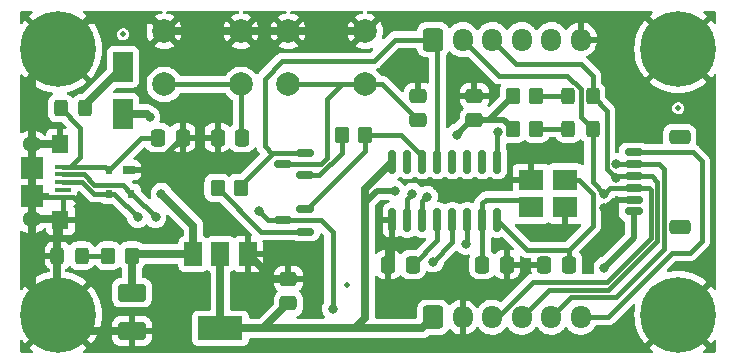
<source format=gtl>
%TF.GenerationSoftware,KiCad,Pcbnew,(6.0.0)*%
%TF.CreationDate,2022-05-09T00:40:02+05:30*%
%TF.ProjectId,usb-micro-programmer,7573622d-6d69-4637-926f-2d70726f6772,rev?*%
%TF.SameCoordinates,Original*%
%TF.FileFunction,Copper,L1,Top*%
%TF.FilePolarity,Positive*%
%FSLAX46Y46*%
G04 Gerber Fmt 4.6, Leading zero omitted, Abs format (unit mm)*
G04 Created by KiCad (PCBNEW (6.0.0)) date 2022-05-09 00:40:02*
%MOMM*%
%LPD*%
G01*
G04 APERTURE LIST*
G04 Aperture macros list*
%AMRoundRect*
0 Rectangle with rounded corners*
0 $1 Rounding radius*
0 $2 $3 $4 $5 $6 $7 $8 $9 X,Y pos of 4 corners*
0 Add a 4 corners polygon primitive as box body*
4,1,4,$2,$3,$4,$5,$6,$7,$8,$9,$2,$3,0*
0 Add four circle primitives for the rounded corners*
1,1,$1+$1,$2,$3*
1,1,$1+$1,$4,$5*
1,1,$1+$1,$6,$7*
1,1,$1+$1,$8,$9*
0 Add four rect primitives between the rounded corners*
20,1,$1+$1,$2,$3,$4,$5,0*
20,1,$1+$1,$4,$5,$6,$7,0*
20,1,$1+$1,$6,$7,$8,$9,0*
20,1,$1+$1,$8,$9,$2,$3,0*%
G04 Aperture macros list end*
%TA.AperFunction,SMDPad,CuDef*%
%ADD10R,1.700000X2.500000*%
%TD*%
%TA.AperFunction,SMDPad,CuDef*%
%ADD11RoundRect,0.250000X0.325000X0.450000X-0.325000X0.450000X-0.325000X-0.450000X0.325000X-0.450000X0*%
%TD*%
%TA.AperFunction,SMDPad,CuDef*%
%ADD12RoundRect,0.250000X0.337500X0.475000X-0.337500X0.475000X-0.337500X-0.475000X0.337500X-0.475000X0*%
%TD*%
%TA.AperFunction,SMDPad,CuDef*%
%ADD13R,1.000000X0.700000*%
%TD*%
%TA.AperFunction,SMDPad,CuDef*%
%ADD14R,0.600000X0.700000*%
%TD*%
%TA.AperFunction,SMDPad,CuDef*%
%ADD15RoundRect,0.150000X0.150000X-0.825000X0.150000X0.825000X-0.150000X0.825000X-0.150000X-0.825000X0*%
%TD*%
%TA.AperFunction,ComponentPad*%
%ADD16C,2.000000*%
%TD*%
%TA.AperFunction,SMDPad,CuDef*%
%ADD17RoundRect,0.150000X0.587500X0.150000X-0.587500X0.150000X-0.587500X-0.150000X0.587500X-0.150000X0*%
%TD*%
%TA.AperFunction,SMDPad,CuDef*%
%ADD18C,0.500000*%
%TD*%
%TA.AperFunction,SMDPad,CuDef*%
%ADD19RoundRect,0.250000X-0.337500X-0.475000X0.337500X-0.475000X0.337500X0.475000X-0.337500X0.475000X0*%
%TD*%
%TA.AperFunction,SMDPad,CuDef*%
%ADD20RoundRect,0.150000X0.625000X-0.150000X0.625000X0.150000X-0.625000X0.150000X-0.625000X-0.150000X0*%
%TD*%
%TA.AperFunction,SMDPad,CuDef*%
%ADD21RoundRect,0.250000X0.650000X-0.350000X0.650000X0.350000X-0.650000X0.350000X-0.650000X-0.350000X0*%
%TD*%
%TA.AperFunction,ComponentPad*%
%ADD22RoundRect,0.250000X-0.600000X-0.725000X0.600000X-0.725000X0.600000X0.725000X-0.600000X0.725000X0*%
%TD*%
%TA.AperFunction,ComponentPad*%
%ADD23O,1.700000X1.950000*%
%TD*%
%TA.AperFunction,ComponentPad*%
%ADD24C,6.400000*%
%TD*%
%TA.AperFunction,SMDPad,CuDef*%
%ADD25RoundRect,0.250000X0.350000X0.450000X-0.350000X0.450000X-0.350000X-0.450000X0.350000X-0.450000X0*%
%TD*%
%TA.AperFunction,SMDPad,CuDef*%
%ADD26RoundRect,0.250000X0.475000X-0.337500X0.475000X0.337500X-0.475000X0.337500X-0.475000X-0.337500X0*%
%TD*%
%TA.AperFunction,SMDPad,CuDef*%
%ADD27RoundRect,0.250000X-0.475000X0.337500X-0.475000X-0.337500X0.475000X-0.337500X0.475000X0.337500X0*%
%TD*%
%TA.AperFunction,SMDPad,CuDef*%
%ADD28R,2.100000X1.800000*%
%TD*%
%TA.AperFunction,SMDPad,CuDef*%
%ADD29R,1.900000X1.900000*%
%TD*%
%TA.AperFunction,ComponentPad*%
%ADD30O,1.600000X1.300000*%
%TD*%
%TA.AperFunction,SMDPad,CuDef*%
%ADD31R,1.400000X1.600000*%
%TD*%
%TA.AperFunction,SMDPad,CuDef*%
%ADD32R,1.350000X0.400000*%
%TD*%
%TA.AperFunction,SMDPad,CuDef*%
%ADD33R,1.500000X2.000000*%
%TD*%
%TA.AperFunction,SMDPad,CuDef*%
%ADD34R,3.800000X2.000000*%
%TD*%
%TA.AperFunction,SMDPad,CuDef*%
%ADD35RoundRect,0.250000X-0.325000X-0.450000X0.325000X-0.450000X0.325000X0.450000X-0.325000X0.450000X0*%
%TD*%
%TA.AperFunction,SMDPad,CuDef*%
%ADD36RoundRect,0.250001X-0.924999X0.499999X-0.924999X-0.499999X0.924999X-0.499999X0.924999X0.499999X0*%
%TD*%
%TA.AperFunction,SMDPad,CuDef*%
%ADD37RoundRect,0.250000X-0.350000X-0.450000X0.350000X-0.450000X0.350000X0.450000X-0.350000X0.450000X0*%
%TD*%
%TA.AperFunction,ViaPad*%
%ADD38C,0.800000*%
%TD*%
%TA.AperFunction,Conductor*%
%ADD39C,0.508000*%
%TD*%
%TA.AperFunction,Conductor*%
%ADD40C,0.381000*%
%TD*%
%TA.AperFunction,Conductor*%
%ADD41C,0.457200*%
%TD*%
%TA.AperFunction,Conductor*%
%ADD42C,0.635000*%
%TD*%
G04 APERTURE END LIST*
D10*
%TO.P,D2,A*%
%TO.N,V_USB*%
X90250000Y-95250000D03*
%TO.P,D2,K*%
%TO.N,+5V*%
X90250000Y-99250000D03*
%TD*%
D11*
%TO.P,L2,1,K*%
%TO.N,/TXD*%
X130000000Y-97750000D03*
%TO.P,L2,2,A*%
%TO.N,Net-(L2-Pad2)*%
X127950000Y-97750000D03*
%TD*%
%TO.P,F1,1*%
%TO.N,V_USB*%
X87025000Y-98750000D03*
%TO.P,F1,2*%
%TO.N,Net-(C2-Pad1)*%
X84975000Y-98750000D03*
%TD*%
%TO.P,L1,1,K*%
%TO.N,/RXD*%
X130000000Y-100500000D03*
%TO.P,L1,2,A*%
%TO.N,Net-(L1-Pad2)*%
X127950000Y-100500000D03*
%TD*%
D12*
%TO.P,C3,1,1*%
%TO.N,Net-(C3-Pad1)*%
X128000000Y-112000000D03*
%TO.P,C3,2,2*%
%TO.N,GND*%
X125925000Y-112000000D03*
%TD*%
D13*
%TO.P,D1,1,A*%
%TO.N,GND*%
X90750000Y-104000000D03*
D14*
%TO.P,D1,2,K*%
%TO.N,Net-(C2-Pad1)*%
X89050000Y-104000000D03*
%TO.P,D1,3,K*%
%TO.N,/D+*%
X89050000Y-106000000D03*
%TO.P,D1,4,K*%
%TO.N,/D-*%
X90950000Y-106000000D03*
%TD*%
D15*
%TO.P,U1,1,GND*%
%TO.N,GND*%
X113055000Y-108225000D03*
%TO.P,U1,2,TXD*%
%TO.N,/TXD*%
X114325000Y-108225000D03*
%TO.P,U1,3,RXD*%
%TO.N,/RXD*%
X115595000Y-108225000D03*
%TO.P,U1,4,V3*%
%TO.N,Net-(C5-Pad1)*%
X116865000Y-108225000D03*
%TO.P,U1,5,UD+*%
%TO.N,/D+*%
X118135000Y-108225000D03*
%TO.P,U1,6,UD-*%
%TO.N,/D-*%
X119405000Y-108225000D03*
%TO.P,U1,7,XI*%
%TO.N,Net-(C1-Pad1)*%
X120675000Y-108225000D03*
%TO.P,U1,8,XO*%
%TO.N,Net-(C3-Pad1)*%
X121945000Y-108225000D03*
%TO.P,U1,9,~{CTS}*%
%TO.N,/~{CTS}*%
X121945000Y-103275000D03*
%TO.P,U1,10,~{DSR}*%
%TO.N,unconnected-(U1-Pad10)*%
X120675000Y-103275000D03*
%TO.P,U1,11,~{RI}*%
%TO.N,unconnected-(U1-Pad11)*%
X119405000Y-103275000D03*
%TO.P,U1,12,~{DCD}*%
%TO.N,unconnected-(U1-Pad12)*%
X118135000Y-103275000D03*
%TO.P,U1,13,~{DTR}*%
%TO.N,/~{DTR}*%
X116865000Y-103275000D03*
%TO.P,U1,14,~{RTS}*%
%TO.N,/~{RTS}*%
X115595000Y-103275000D03*
%TO.P,U1,15,R232*%
%TO.N,unconnected-(U1-Pad15)*%
X114325000Y-103275000D03*
%TO.P,U1,16,VCC*%
%TO.N,+3V3*%
X113055000Y-103275000D03*
%TD*%
D16*
%TO.P,SW_IO0,1,1*%
%TO.N,GND*%
X104250000Y-92250000D03*
X110750000Y-92250000D03*
%TO.P,SW_IO0,2,2*%
%TO.N,/IO0*%
X104250000Y-96750000D03*
X110750000Y-96750000D03*
%TD*%
D17*
%TO.P,Q1,1,B*%
%TO.N,Net-(Q1-Pad1)*%
X105687500Y-109200000D03*
%TO.P,Q1,2,E*%
%TO.N,/~{RTS}*%
X105687500Y-107300000D03*
%TO.P,Q1,3,C*%
%TO.N,/EN*%
X103812500Y-108250000D03*
%TD*%
D18*
%TO.P,FID2,*%
%TO.N,*%
X109250000Y-113750000D03*
%TD*%
D19*
%TO.P,C8,1,1*%
%TO.N,GND*%
X98250000Y-101250000D03*
%TO.P,C8,2,2*%
%TO.N,/EN*%
X100325000Y-101250000D03*
%TD*%
D20*
%TO.P,J2,1,1*%
%TO.N,+3V3*%
X133500000Y-107500000D03*
%TO.P,J2,2,2*%
%TO.N,GND*%
X133500000Y-106500000D03*
%TO.P,J2,3,3*%
%TO.N,/RXD*%
X133500000Y-105500000D03*
%TO.P,J2,4,4*%
%TO.N,/TXD*%
X133500000Y-104500000D03*
%TO.P,J2,5,5*%
%TO.N,/IO0*%
X133500000Y-103500000D03*
%TO.P,J2,6,6*%
%TO.N,/EN*%
X133500000Y-102500000D03*
D21*
%TO.P,J2,MP*%
%TO.N,N/C*%
X137375000Y-101200000D03*
X137375000Y-108800000D03*
%TD*%
D22*
%TO.P,J4,1,1*%
%TO.N,/~{DTR}*%
X116500000Y-92950000D03*
D23*
%TO.P,J4,2,2*%
%TO.N,/RXD*%
X119000000Y-92950000D03*
%TO.P,J4,3,3*%
%TO.N,/TXD*%
X121500000Y-92950000D03*
%TO.P,J4,4,4*%
%TO.N,+5V*%
X124000000Y-92950000D03*
%TO.P,J4,5,5*%
%TO.N,/~{CTS}*%
X126500000Y-92950000D03*
%TO.P,J4,6,6*%
%TO.N,GND*%
X129000000Y-92950000D03*
%TD*%
D18*
%TO.P,FID1,*%
%TO.N,*%
X90250000Y-92500000D03*
%TD*%
%TO.P,FID3,*%
%TO.N,*%
X137250000Y-98750000D03*
%TD*%
D24*
%TO.P,H3,1,1*%
%TO.N,GND*%
X137250000Y-116250000D03*
%TD*%
%TO.P,H2,1,1*%
%TO.N,GND*%
X84750000Y-116250000D03*
%TD*%
D25*
%TO.P,R1,1,1*%
%TO.N,Net-(L1-Pad2)*%
X125250000Y-100500000D03*
%TO.P,R1,2,2*%
%TO.N,+3V3*%
X123250000Y-100500000D03*
%TD*%
D12*
%TO.P,C5,1,1*%
%TO.N,Net-(C5-Pad1)*%
X114787500Y-112000000D03*
%TO.P,C5,2,2*%
%TO.N,GND*%
X112712500Y-112000000D03*
%TD*%
D19*
%TO.P,C1,1,1*%
%TO.N,Net-(C1-Pad1)*%
X120675000Y-112000000D03*
%TO.P,C1,2,2*%
%TO.N,GND*%
X122750000Y-112000000D03*
%TD*%
D26*
%TO.P,C4,1,1*%
%TO.N,+3V3*%
X120000000Y-99787500D03*
%TO.P,C4,2,2*%
%TO.N,GND*%
X120000000Y-97712500D03*
%TD*%
D27*
%TO.P,C9,1,1*%
%TO.N,GND*%
X115250000Y-97712500D03*
%TO.P,C9,2,2*%
%TO.N,/IO0*%
X115250000Y-99787500D03*
%TD*%
D24*
%TO.P,H4,1,1*%
%TO.N,GND*%
X137250000Y-93750000D03*
%TD*%
D22*
%TO.P,J3,1,1*%
%TO.N,+3V3*%
X116500000Y-116450000D03*
D23*
%TO.P,J3,2,2*%
%TO.N,GND*%
X119000000Y-116450000D03*
%TO.P,J3,3,3*%
%TO.N,/RXD*%
X121500000Y-116450000D03*
%TO.P,J3,4,4*%
%TO.N,/TXD*%
X124000000Y-116450000D03*
%TO.P,J3,5,5*%
%TO.N,/IO0*%
X126500000Y-116450000D03*
%TO.P,J3,6,6*%
%TO.N,/EN*%
X129000000Y-116450000D03*
%TD*%
D24*
%TO.P,H1,1,1*%
%TO.N,GND*%
X84750000Y-93750000D03*
%TD*%
D25*
%TO.P,R2,1,1*%
%TO.N,Net-(L2-Pad2)*%
X125250000Y-97750000D03*
%TO.P,R2,2,2*%
%TO.N,+3V3*%
X123250000Y-97750000D03*
%TD*%
D16*
%TO.P,SW_EN,1,1*%
%TO.N,GND*%
X100250000Y-92250000D03*
X93750000Y-92250000D03*
%TO.P,SW_EN,2,2*%
%TO.N,/EN*%
X93750000Y-96750000D03*
X100250000Y-96750000D03*
%TD*%
D26*
%TO.P,C7,1,1*%
%TO.N,+3V3*%
X104250000Y-115287500D03*
%TO.P,C7,2,2*%
%TO.N,GND*%
X104250000Y-113212500D03*
%TD*%
D28*
%TO.P,Y1,1,1*%
%TO.N,Net-(C1-Pad1)*%
X124800000Y-107150000D03*
%TO.P,Y1,2,2*%
%TO.N,GND*%
X127700000Y-107150000D03*
%TO.P,Y1,3,3*%
%TO.N,Net-(C3-Pad1)*%
X127700000Y-104850000D03*
%TO.P,Y1,4,4*%
%TO.N,GND*%
X124800000Y-104850000D03*
%TD*%
D29*
%TO.P,J1,6,Shield*%
%TO.N,GND*%
X82499987Y-103799993D03*
D30*
X82499987Y-108174993D03*
X82499987Y-101824993D03*
D31*
X84949987Y-101799993D03*
D29*
X82499987Y-106199993D03*
D31*
X84949987Y-108199993D03*
D32*
%TO.P,J1,5,GND*%
X85174987Y-106299993D03*
%TO.P,J1,4,ID*%
%TO.N,unconnected-(J1-Pad4)*%
X85174987Y-105649993D03*
%TO.P,J1,3,D+*%
%TO.N,/D+*%
X85174987Y-104999993D03*
%TO.P,J1,2,D-*%
%TO.N,/D-*%
X85174987Y-104349993D03*
%TO.P,J1,1,VBUS*%
%TO.N,Net-(C2-Pad1)*%
X85174987Y-103699993D03*
%TD*%
D33*
%TO.P,U2,1,GND*%
%TO.N,GND*%
X100800000Y-111100000D03*
%TO.P,U2,2,VO*%
%TO.N,+3V3*%
X98500000Y-111100000D03*
D34*
X98500000Y-117400000D03*
D33*
%TO.P,U2,3,VI*%
%TO.N,+5V*%
X96200000Y-111100000D03*
%TD*%
D35*
%TO.P,L3,1,K*%
%TO.N,GND*%
X84700000Y-111250000D03*
%TO.P,L3,2,A*%
%TO.N,Net-(L3-Pad2)*%
X86750000Y-111250000D03*
%TD*%
D25*
%TO.P,R5,1,1*%
%TO.N,/~{RTS}*%
X110750000Y-101000000D03*
%TO.P,R5,2,2*%
%TO.N,Net-(Q2-Pad1)*%
X108750000Y-101000000D03*
%TD*%
D17*
%TO.P,Q2,1,B*%
%TO.N,Net-(Q2-Pad1)*%
X105687500Y-104450000D03*
%TO.P,Q2,2,E*%
%TO.N,/~{DTR}*%
X105687500Y-102550000D03*
%TO.P,Q2,3,C*%
%TO.N,/IO0*%
X103812500Y-103500000D03*
%TD*%
D36*
%TO.P,C6,1,1*%
%TO.N,+5V*%
X91000000Y-114375000D03*
%TO.P,C6,2,2*%
%TO.N,GND*%
X91000000Y-117625000D03*
%TD*%
D25*
%TO.P,R4,1,1*%
%TO.N,/~{DTR}*%
X100250000Y-105500000D03*
%TO.P,R4,2,2*%
%TO.N,Net-(Q1-Pad1)*%
X98250000Y-105500000D03*
%TD*%
D37*
%TO.P,R3,1,1*%
%TO.N,Net-(L3-Pad2)*%
X89000000Y-111250000D03*
%TO.P,R3,2,2*%
%TO.N,+5V*%
X91000000Y-111250000D03*
%TD*%
D19*
%TO.P,C2,1,1*%
%TO.N,Net-(C2-Pad1)*%
X93212500Y-101250000D03*
%TO.P,C2,2,2*%
%TO.N,GND*%
X95287500Y-101250000D03*
%TD*%
D38*
%TO.N,GND*%
X124750000Y-109250000D03*
X124750000Y-102500000D03*
X131000000Y-107250000D03*
X118998400Y-95910400D03*
X106250000Y-113750000D03*
X87750000Y-108000000D03*
X127750000Y-109250000D03*
X96000000Y-103500000D03*
X113385600Y-95910400D03*
X96200000Y-113850000D03*
X96000000Y-105500000D03*
X129500000Y-112250000D03*
X100550000Y-115200000D03*
X112250000Y-113750000D03*
X96200000Y-115200000D03*
X100550000Y-113750000D03*
X127750000Y-102500000D03*
%TO.N,+3V3*%
X113250000Y-105750000D03*
X131000000Y-112250000D03*
X118500000Y-101000000D03*
%TO.N,+5V*%
X93500000Y-106000000D03*
X92500000Y-99500000D03*
%TO.N,/EN*%
X108000000Y-115750000D03*
X101750000Y-107500000D03*
%TO.N,/IO0*%
X132000000Y-103500000D03*
%TO.N,/D+*%
X116500000Y-111750000D03*
X91500000Y-108000000D03*
%TO.N,/D-*%
X119250000Y-110250000D03*
X93000000Y-108000000D03*
%TO.N,/RXD*%
X116000000Y-106250000D03*
X131000000Y-106000000D03*
%TO.N,/TXD*%
X132000000Y-104710000D03*
X114750000Y-106000000D03*
%TO.N,/~{CTS}*%
X122000000Y-100750000D03*
%TD*%
D39*
%TO.N,GND*%
X119000000Y-116450000D02*
X119000000Y-114090000D01*
X118660000Y-113750000D02*
X122368400Y-113750000D01*
X119000000Y-114090000D02*
X118660000Y-113750000D01*
X112250000Y-113750000D02*
X118660000Y-113750000D01*
X122750000Y-112000000D02*
X122750000Y-113368400D01*
X122750000Y-113368400D02*
X122368400Y-113750000D01*
D40*
%TO.N,/RXD*%
X121959820Y-116450000D02*
X124945310Y-113464510D01*
X121500000Y-116450000D02*
X121959820Y-116450000D01*
X131214510Y-113464510D02*
X124945310Y-113464510D01*
D41*
%TO.N,GND*%
X131750000Y-106500000D02*
X131000000Y-107250000D01*
X133500000Y-106500000D02*
X131750000Y-106500000D01*
D40*
X113055000Y-111657500D02*
X112712500Y-112000000D01*
X113055000Y-108225000D02*
X113055000Y-111657500D01*
D42*
X82499987Y-108174993D02*
X82499987Y-113999987D01*
X82499987Y-113999987D02*
X84750000Y-116250000D01*
X82499987Y-101824993D02*
X82499987Y-108174993D01*
X82500000Y-96000000D02*
X82500000Y-101825000D01*
X84750000Y-93750000D02*
X82500000Y-96000000D01*
D41*
X87750000Y-108000000D02*
X86049993Y-106299993D01*
X86049993Y-106299993D02*
X85174987Y-106299993D01*
X82599987Y-106299993D02*
X82499987Y-106199993D01*
X85174987Y-106299993D02*
X82599987Y-106299993D01*
D39*
X105712500Y-113212500D02*
X104250000Y-113212500D01*
X106250000Y-113750000D02*
X105712500Y-113212500D01*
D40*
%TO.N,Net-(C1-Pad1)*%
X124150000Y-106500000D02*
X121000000Y-106500000D01*
X120675000Y-106825000D02*
X120675000Y-108225000D01*
X124800000Y-107150000D02*
X124150000Y-106500000D01*
X121000000Y-106500000D02*
X120675000Y-106825000D01*
X120675000Y-108225000D02*
X120675000Y-112000000D01*
D42*
%TO.N,GND*%
X102912500Y-113212500D02*
X100800000Y-111100000D01*
X84700000Y-116200000D02*
X84750000Y-116250000D01*
X104250000Y-113212500D02*
X102912500Y-113212500D01*
X92750000Y-91250000D02*
X87250000Y-91250000D01*
X84925000Y-108175000D02*
X84950000Y-108200000D01*
X84950000Y-101800000D02*
X82525000Y-101800000D01*
X91000000Y-117625000D02*
X86125000Y-117625000D01*
X93750000Y-92250000D02*
X100250000Y-92250000D01*
X104250000Y-92250000D02*
X110750000Y-92250000D01*
D39*
X112712500Y-112000000D02*
X112712500Y-113287500D01*
D42*
X93750000Y-92250000D02*
X92750000Y-91250000D01*
D39*
X95287500Y-101250000D02*
X98250000Y-101250000D01*
D41*
X85175000Y-107975000D02*
X84950000Y-108200000D01*
X85175000Y-106300000D02*
X85175000Y-107975000D01*
D39*
X95287500Y-101250000D02*
X92537500Y-104000000D01*
D42*
X87250000Y-91250000D02*
X84750000Y-93750000D01*
D39*
X112712500Y-113287500D02*
X112250000Y-113750000D01*
D42*
X104250000Y-92250000D02*
X100250000Y-92250000D01*
X86125000Y-117625000D02*
X84750000Y-116250000D01*
X84700000Y-111250000D02*
X84700000Y-108450000D01*
D39*
X125925000Y-112000000D02*
X122750000Y-112000000D01*
X92537500Y-104000000D02*
X90750000Y-104000000D01*
D42*
X84700000Y-111250000D02*
X84700000Y-116200000D01*
X82500000Y-108175000D02*
X84925000Y-108175000D01*
X84700000Y-108450000D02*
X84950000Y-108200000D01*
D41*
%TO.N,Net-(C2-Pad1)*%
X85800000Y-103700000D02*
X85175000Y-103700000D01*
X89050000Y-104000000D02*
X88750000Y-103700000D01*
X86625000Y-100400000D02*
X86625000Y-102875000D01*
X93212500Y-101250000D02*
X91800000Y-101250000D01*
X88750000Y-103700000D02*
X85175000Y-103700000D01*
X91800000Y-101250000D02*
X89050000Y-104000000D01*
X86625000Y-102875000D02*
X85800000Y-103700000D01*
X84975000Y-98750000D02*
X86625000Y-100400000D01*
D40*
%TO.N,Net-(C3-Pad1)*%
X130000000Y-106000000D02*
X128850000Y-104850000D01*
X128850000Y-104850000D02*
X127700000Y-104850000D01*
X130000000Y-108750000D02*
X130000000Y-106000000D01*
X128000000Y-110750000D02*
X129000000Y-109750000D01*
X129000000Y-109750000D02*
X130000000Y-108750000D01*
X121945000Y-108225000D02*
X124470000Y-110750000D01*
X128000000Y-112000000D02*
X128000000Y-110750000D01*
X124470000Y-110750000D02*
X128000000Y-110750000D01*
D42*
%TO.N,+3V3*%
X116500000Y-116450000D02*
X115550000Y-117400000D01*
D39*
X133500000Y-107500000D02*
X133500000Y-109750000D01*
D42*
X110750000Y-105580000D02*
X110750000Y-106750000D01*
D39*
X111750000Y-105750000D02*
X110750000Y-106750000D01*
D42*
X104250000Y-115287500D02*
X102137500Y-117400000D01*
X110750000Y-116550000D02*
X109900000Y-117400000D01*
X102137500Y-117400000D02*
X98500000Y-117400000D01*
D39*
X123250000Y-100500000D02*
X122537500Y-99787500D01*
D42*
X98500000Y-111100000D02*
X98500000Y-117400000D01*
D39*
X122537500Y-99787500D02*
X120000000Y-99787500D01*
X118500000Y-101000000D02*
X119712500Y-99787500D01*
D42*
X115550000Y-117400000D02*
X109900000Y-117400000D01*
D39*
X133500000Y-109750000D02*
X131000000Y-112250000D01*
D42*
X109900000Y-117400000D02*
X98500000Y-117400000D01*
X110750000Y-106750000D02*
X110750000Y-116550000D01*
D39*
X119712500Y-99787500D02*
X120000000Y-99787500D01*
X113250000Y-105750000D02*
X111750000Y-105750000D01*
D42*
X113055000Y-103275000D02*
X110750000Y-105580000D01*
D39*
X121212500Y-99787500D02*
X123250000Y-97750000D01*
D40*
%TO.N,Net-(C5-Pad1)*%
X116865000Y-109922500D02*
X114787500Y-112000000D01*
X116865000Y-108225000D02*
X116865000Y-109922500D01*
D42*
%TO.N,+5V*%
X96200000Y-108700000D02*
X93500000Y-106000000D01*
X91000000Y-114375000D02*
X91000000Y-111250000D01*
X96200000Y-111100000D02*
X91150000Y-111100000D01*
X92500000Y-99500000D02*
X92250000Y-99250000D01*
X92250000Y-99250000D02*
X90250000Y-99250000D01*
X96200000Y-111100000D02*
X96200000Y-108700000D01*
D40*
%TO.N,/EN*%
X93750000Y-96750000D02*
X100250000Y-96750000D01*
X138250000Y-111000000D02*
X136750000Y-111000000D01*
X107750000Y-109000000D02*
X108000000Y-109250000D01*
X139250000Y-110000000D02*
X138250000Y-111000000D01*
X108000000Y-109250000D02*
X108000000Y-115750000D01*
X136750000Y-111000000D02*
X131300000Y-116450000D01*
X100250000Y-96750000D02*
X100250000Y-101175000D01*
X103700000Y-108250000D02*
X107000000Y-108250000D01*
X133500000Y-102500000D02*
X138500000Y-102500000D01*
X107000000Y-108250000D02*
X107750000Y-109000000D01*
X138500000Y-102500000D02*
X139250000Y-103250000D01*
X100250000Y-101175000D02*
X100325000Y-101250000D01*
X139250000Y-103250000D02*
X139250000Y-110000000D01*
X103700000Y-108250000D02*
X102500000Y-108250000D01*
X102500000Y-108250000D02*
X101750000Y-107500000D01*
X131300000Y-116450000D02*
X129000000Y-116450000D01*
%TO.N,/IO0*%
X126500000Y-116450000D02*
X128200000Y-114750000D01*
X128200000Y-114750000D02*
X132000000Y-114750000D01*
X133500000Y-103500000D02*
X132000000Y-103500000D01*
X115250000Y-99787500D02*
X112212500Y-96750000D01*
X136080520Y-110669480D02*
X132000000Y-114750000D01*
X107500000Y-98000000D02*
X108750000Y-96750000D01*
X136080520Y-103911040D02*
X136080520Y-110669480D01*
X110750000Y-96750000D02*
X104250000Y-96750000D01*
X107500000Y-103000000D02*
X107500000Y-98000000D01*
X103700000Y-103500000D02*
X107000000Y-103500000D01*
X112212500Y-96750000D02*
X110750000Y-96750000D01*
X135669480Y-103500000D02*
X136080520Y-103911040D01*
X107000000Y-103500000D02*
X107500000Y-103000000D01*
X135669480Y-103500000D02*
X133500000Y-103500000D01*
%TO.N,/D+*%
X87750000Y-106000000D02*
X86750000Y-105000000D01*
X89500000Y-106000000D02*
X91500000Y-108000000D01*
X89050000Y-106000000D02*
X89500000Y-106000000D01*
X86750000Y-105000000D02*
X85175000Y-105000000D01*
X89050000Y-106000000D02*
X87750000Y-106000000D01*
X118135000Y-110115000D02*
X118135000Y-108225000D01*
X116500000Y-111750000D02*
X118135000Y-110115000D01*
%TO.N,/D-*%
X87830969Y-105259989D02*
X86920980Y-104350000D01*
X119405000Y-110095000D02*
X119405000Y-108225000D01*
X119250000Y-110250000D02*
X119405000Y-110095000D01*
X90209989Y-105259989D02*
X87830969Y-105259989D01*
X90950000Y-106000000D02*
X90209989Y-105259989D01*
X90950000Y-106000000D02*
X91000000Y-106000000D01*
X91000000Y-106000000D02*
X93000000Y-108000000D01*
X86920980Y-104350000D02*
X85175000Y-104350000D01*
D42*
%TO.N,V_USB*%
X87025000Y-98475000D02*
X87025000Y-98750000D01*
X90250000Y-95250000D02*
X87025000Y-98475000D01*
D40*
%TO.N,/RXD*%
X130000000Y-105000000D02*
X131000000Y-106000000D01*
X119000000Y-92950000D02*
X122050000Y-96000000D01*
X129000000Y-99500000D02*
X130000000Y-100500000D01*
X115595000Y-108225000D02*
X115595000Y-106655000D01*
X129000000Y-97119876D02*
X129000000Y-99500000D01*
X134919480Y-109759540D02*
X131214510Y-113464510D01*
X130000000Y-100500000D02*
X130000000Y-105000000D01*
X115595000Y-106655000D02*
X116000000Y-106250000D01*
X131000000Y-106000000D02*
X131500000Y-105500000D01*
X127880124Y-96000000D02*
X129000000Y-97119876D01*
X134919480Y-105669480D02*
X134919480Y-109759540D01*
X131500000Y-105500000D02*
X133500000Y-105500000D01*
X122050000Y-96000000D02*
X127880124Y-96000000D01*
X133500000Y-105500000D02*
X134750000Y-105500000D01*
X134750000Y-105500000D02*
X134919480Y-105669480D01*
%TO.N,/TXD*%
X121500000Y-92950000D02*
X123550000Y-95000000D01*
X132210000Y-104500000D02*
X133500000Y-104500000D01*
X131209989Y-98959989D02*
X131209989Y-103919989D01*
X126280520Y-114169480D02*
X131330520Y-114169480D01*
X135500000Y-105000000D02*
X135000000Y-104500000D01*
X132000000Y-104710000D02*
X132210000Y-104500000D01*
X131209989Y-103919989D02*
X132000000Y-104710000D01*
X131330520Y-114169480D02*
X135500000Y-110000000D01*
X130000000Y-96000000D02*
X130000000Y-97750000D01*
X130000000Y-97750000D02*
X131209989Y-98959989D01*
X124000000Y-116450000D02*
X126280520Y-114169480D01*
X114325000Y-108225000D02*
X114325000Y-106425000D01*
X129000000Y-95000000D02*
X130000000Y-96000000D01*
X123550000Y-95000000D02*
X129000000Y-95000000D01*
X135000000Y-104500000D02*
X133500000Y-104500000D01*
X114325000Y-106425000D02*
X114750000Y-106000000D01*
X135500000Y-110000000D02*
X135500000Y-105000000D01*
%TO.N,/~{DTR}*%
X111500000Y-94750000D02*
X103750000Y-94750000D01*
X102859989Y-102609989D02*
X100250000Y-105219978D01*
X100250000Y-105219978D02*
X100250000Y-105500000D01*
X102250000Y-102000000D02*
X102859989Y-102609989D01*
X113300000Y-92950000D02*
X111500000Y-94750000D01*
X116500000Y-92950000D02*
X113300000Y-92950000D01*
X103750000Y-94750000D02*
X102250000Y-96250000D01*
X116865000Y-93315000D02*
X116500000Y-92950000D01*
X105800000Y-102550000D02*
X102919978Y-102550000D01*
X102250000Y-96250000D02*
X102250000Y-102000000D01*
X102919978Y-102550000D02*
X102859989Y-102609989D01*
X116865000Y-103275000D02*
X116865000Y-93315000D01*
%TO.N,/~{CTS}*%
X121945000Y-100805000D02*
X122000000Y-100750000D01*
X121945000Y-103275000D02*
X121945000Y-100805000D01*
%TO.N,Net-(L1-Pad2)*%
X127950000Y-100500000D02*
X125250000Y-100500000D01*
%TO.N,Net-(L2-Pad2)*%
X127950000Y-97750000D02*
X125250000Y-97750000D01*
%TO.N,Net-(L3-Pad2)*%
X89000000Y-111250000D02*
X86750000Y-111250000D01*
%TO.N,/~{RTS}*%
X115595000Y-102806297D02*
X113788703Y-101000000D01*
X113788703Y-101000000D02*
X110750000Y-101000000D01*
X110750000Y-102350000D02*
X110750000Y-101000000D01*
X105800000Y-107300000D02*
X110750000Y-102350000D01*
X115595000Y-103275000D02*
X115595000Y-102806297D01*
%TO.N,Net-(Q1-Pad1)*%
X98250000Y-105500000D02*
X101950000Y-109200000D01*
X101950000Y-109200000D02*
X105800000Y-109200000D01*
%TO.N,Net-(Q2-Pad1)*%
X106870980Y-104450000D02*
X108750000Y-102570980D01*
X108750000Y-102570980D02*
X108750000Y-101000000D01*
X105800000Y-104450000D02*
X106870980Y-104450000D01*
%TD*%
%TA.AperFunction,Conductor*%
%TO.N,GND*%
G36*
X82576815Y-90528002D02*
G01*
X82623308Y-90581658D01*
X82633412Y-90651932D01*
X82603918Y-90716512D01*
X82577317Y-90739674D01*
X82570260Y-90744257D01*
X82564939Y-90748123D01*
X82326165Y-90941478D01*
X82317700Y-90953733D01*
X82324034Y-90964824D01*
X84737188Y-93377978D01*
X84751132Y-93385592D01*
X84752965Y-93385461D01*
X84759580Y-93381210D01*
X87175100Y-90965690D01*
X87182241Y-90952614D01*
X87174784Y-90942247D01*
X86935065Y-90748126D01*
X86929728Y-90744248D01*
X86922681Y-90739672D01*
X86876444Y-90685795D01*
X86866675Y-90615474D01*
X86896476Y-90551034D01*
X86956385Y-90512936D01*
X86991306Y-90508000D01*
X93481625Y-90508000D01*
X93549746Y-90528002D01*
X93596239Y-90581658D01*
X93606343Y-90651932D01*
X93576849Y-90716512D01*
X93511039Y-90756519D01*
X93287373Y-90810217D01*
X93277988Y-90813266D01*
X93067837Y-90900313D01*
X93059042Y-90904795D01*
X92891555Y-91007432D01*
X92882093Y-91017890D01*
X92885876Y-91026666D01*
X93737188Y-91877978D01*
X93751132Y-91885592D01*
X93752965Y-91885461D01*
X93759580Y-91881210D01*
X94611080Y-91029710D01*
X94617840Y-91017330D01*
X94612113Y-91009680D01*
X94440958Y-90904795D01*
X94432163Y-90900313D01*
X94222012Y-90813266D01*
X94212627Y-90810217D01*
X93988961Y-90756519D01*
X93927392Y-90721167D01*
X93894709Y-90658140D01*
X93901290Y-90587449D01*
X93945044Y-90531538D01*
X94018375Y-90508000D01*
X99981625Y-90508000D01*
X100049746Y-90528002D01*
X100096239Y-90581658D01*
X100106343Y-90651932D01*
X100076849Y-90716512D01*
X100011039Y-90756519D01*
X99787373Y-90810217D01*
X99777988Y-90813266D01*
X99567837Y-90900313D01*
X99559042Y-90904795D01*
X99391555Y-91007432D01*
X99382093Y-91017890D01*
X99385876Y-91026666D01*
X100237188Y-91877978D01*
X100251132Y-91885592D01*
X100252965Y-91885461D01*
X100259580Y-91881210D01*
X101111080Y-91029710D01*
X101117840Y-91017330D01*
X101112113Y-91009680D01*
X100940958Y-90904795D01*
X100932163Y-90900313D01*
X100722012Y-90813266D01*
X100712627Y-90810217D01*
X100488961Y-90756519D01*
X100427392Y-90721167D01*
X100394709Y-90658140D01*
X100401290Y-90587449D01*
X100445044Y-90531538D01*
X100518375Y-90508000D01*
X103981625Y-90508000D01*
X104049746Y-90528002D01*
X104096239Y-90581658D01*
X104106343Y-90651932D01*
X104076849Y-90716512D01*
X104011039Y-90756519D01*
X103787373Y-90810217D01*
X103777988Y-90813266D01*
X103567837Y-90900313D01*
X103559042Y-90904795D01*
X103391555Y-91007432D01*
X103382093Y-91017890D01*
X103385876Y-91026666D01*
X104237188Y-91877978D01*
X104251132Y-91885592D01*
X104252965Y-91885461D01*
X104259580Y-91881210D01*
X105111080Y-91029710D01*
X105117840Y-91017330D01*
X105112113Y-91009680D01*
X104940958Y-90904795D01*
X104932163Y-90900313D01*
X104722012Y-90813266D01*
X104712627Y-90810217D01*
X104488961Y-90756519D01*
X104427392Y-90721167D01*
X104394709Y-90658140D01*
X104401290Y-90587449D01*
X104445044Y-90531538D01*
X104518375Y-90508000D01*
X110481625Y-90508000D01*
X110549746Y-90528002D01*
X110596239Y-90581658D01*
X110606343Y-90651932D01*
X110576849Y-90716512D01*
X110511039Y-90756519D01*
X110287373Y-90810217D01*
X110277988Y-90813266D01*
X110067837Y-90900313D01*
X110059042Y-90904795D01*
X109891555Y-91007432D01*
X109882093Y-91017890D01*
X109885876Y-91026666D01*
X110737188Y-91877978D01*
X110751132Y-91885592D01*
X110752965Y-91885461D01*
X110759580Y-91881210D01*
X111611080Y-91029710D01*
X111617840Y-91017330D01*
X111612113Y-91009680D01*
X111440958Y-90904795D01*
X111432163Y-90900313D01*
X111222012Y-90813266D01*
X111212627Y-90810217D01*
X110988961Y-90756519D01*
X110927392Y-90721167D01*
X110894709Y-90658140D01*
X110901290Y-90587449D01*
X110945044Y-90531538D01*
X111018375Y-90508000D01*
X135008694Y-90508000D01*
X135076815Y-90528002D01*
X135123308Y-90581658D01*
X135133412Y-90651932D01*
X135103918Y-90716512D01*
X135077317Y-90739674D01*
X135070260Y-90744257D01*
X135064939Y-90748123D01*
X134826165Y-90941478D01*
X134817700Y-90953733D01*
X134824034Y-90964824D01*
X137237188Y-93377978D01*
X137251132Y-93385592D01*
X137252965Y-93385461D01*
X137259580Y-93381210D01*
X139675100Y-90965690D01*
X139682241Y-90952614D01*
X139674784Y-90942247D01*
X139435065Y-90748126D01*
X139429728Y-90744248D01*
X139422681Y-90739672D01*
X139376444Y-90685795D01*
X139366675Y-90615474D01*
X139396476Y-90551034D01*
X139456385Y-90512936D01*
X139491306Y-90508000D01*
X140200672Y-90508000D01*
X140220057Y-90509500D01*
X140234859Y-90511805D01*
X140234861Y-90511805D01*
X140243730Y-90513186D01*
X140252631Y-90512022D01*
X140261606Y-90512132D01*
X140261596Y-90512949D01*
X140283087Y-90513241D01*
X140305068Y-90516722D01*
X140342563Y-90528904D01*
X140374465Y-90545159D01*
X140406357Y-90568331D01*
X140431669Y-90593643D01*
X140454841Y-90625535D01*
X140471096Y-90657437D01*
X140483278Y-90694930D01*
X140486624Y-90716057D01*
X140488054Y-90735766D01*
X140486814Y-90743730D01*
X140488638Y-90757678D01*
X140490936Y-90775251D01*
X140492000Y-90791589D01*
X140492000Y-91508694D01*
X140471998Y-91576815D01*
X140418342Y-91623308D01*
X140348068Y-91633412D01*
X140283488Y-91603918D01*
X140260326Y-91577317D01*
X140255743Y-91570260D01*
X140251877Y-91564939D01*
X140058522Y-91326165D01*
X140046267Y-91317700D01*
X140035176Y-91324034D01*
X137622022Y-93737188D01*
X137614408Y-93751132D01*
X137614539Y-93752965D01*
X137618790Y-93759580D01*
X140034310Y-96175100D01*
X140047386Y-96182241D01*
X140057753Y-96174784D01*
X140251877Y-95935061D01*
X140255743Y-95929740D01*
X140260326Y-95922683D01*
X140314202Y-95876445D01*
X140384523Y-95866675D01*
X140448963Y-95896474D01*
X140487063Y-95956382D01*
X140492000Y-95991306D01*
X140492000Y-114008694D01*
X140471998Y-114076815D01*
X140418342Y-114123308D01*
X140348068Y-114133412D01*
X140283488Y-114103918D01*
X140260326Y-114077317D01*
X140255743Y-114070260D01*
X140251877Y-114064939D01*
X140058522Y-113826165D01*
X140046267Y-113817700D01*
X140035176Y-113824034D01*
X137622022Y-116237188D01*
X137614408Y-116251132D01*
X137614539Y-116252965D01*
X137618790Y-116259580D01*
X140034310Y-118675100D01*
X140047386Y-118682241D01*
X140057753Y-118674784D01*
X140251877Y-118435061D01*
X140255743Y-118429740D01*
X140260326Y-118422683D01*
X140314202Y-118376445D01*
X140384523Y-118366675D01*
X140448963Y-118396474D01*
X140487063Y-118456382D01*
X140492000Y-118491306D01*
X140492000Y-119200672D01*
X140490500Y-119220056D01*
X140486814Y-119243730D01*
X140487978Y-119252631D01*
X140487868Y-119261606D01*
X140487051Y-119261596D01*
X140486759Y-119283087D01*
X140483278Y-119305068D01*
X140471096Y-119342563D01*
X140454841Y-119374465D01*
X140431669Y-119406357D01*
X140406357Y-119431669D01*
X140374465Y-119454841D01*
X140342563Y-119471096D01*
X140305070Y-119483278D01*
X140283943Y-119486624D01*
X140264234Y-119488054D01*
X140256270Y-119486814D01*
X140224749Y-119490936D01*
X140208411Y-119492000D01*
X139491306Y-119492000D01*
X139423185Y-119471998D01*
X139376692Y-119418342D01*
X139366588Y-119348068D01*
X139396082Y-119283488D01*
X139422681Y-119260328D01*
X139429728Y-119255752D01*
X139435065Y-119251874D01*
X139673835Y-119058522D01*
X139682300Y-119046267D01*
X139675966Y-119035176D01*
X137262812Y-116622022D01*
X137248868Y-116614408D01*
X137247035Y-116614539D01*
X137240420Y-116618790D01*
X134824900Y-119034310D01*
X134817759Y-119047386D01*
X134825216Y-119057753D01*
X135064935Y-119251874D01*
X135070272Y-119255752D01*
X135077319Y-119260328D01*
X135123556Y-119314205D01*
X135133325Y-119384526D01*
X135103524Y-119448966D01*
X135043615Y-119487064D01*
X135008694Y-119492000D01*
X86991306Y-119492000D01*
X86923185Y-119471998D01*
X86876692Y-119418342D01*
X86866588Y-119348068D01*
X86896082Y-119283488D01*
X86922681Y-119260328D01*
X86929728Y-119255752D01*
X86935065Y-119251874D01*
X87173835Y-119058522D01*
X87182300Y-119046267D01*
X87175966Y-119035176D01*
X84762812Y-116622022D01*
X84748868Y-116614408D01*
X84747035Y-116614539D01*
X84740420Y-116618790D01*
X82324900Y-119034310D01*
X82317759Y-119047386D01*
X82325216Y-119057753D01*
X82564935Y-119251874D01*
X82570272Y-119255752D01*
X82577319Y-119260328D01*
X82623556Y-119314205D01*
X82633325Y-119384526D01*
X82603524Y-119448966D01*
X82543615Y-119487064D01*
X82508694Y-119492000D01*
X81799328Y-119492000D01*
X81779943Y-119490500D01*
X81765141Y-119488195D01*
X81765139Y-119488195D01*
X81756270Y-119486814D01*
X81747369Y-119487978D01*
X81738394Y-119487868D01*
X81738404Y-119487051D01*
X81716913Y-119486759D01*
X81694932Y-119483278D01*
X81657437Y-119471096D01*
X81625535Y-119454841D01*
X81593643Y-119431669D01*
X81568331Y-119406357D01*
X81545159Y-119374465D01*
X81528904Y-119342563D01*
X81516722Y-119305068D01*
X81514157Y-119288871D01*
X81513266Y-119262541D01*
X81513071Y-119262539D01*
X81513123Y-119258314D01*
X81513123Y-119258305D01*
X81513224Y-119250000D01*
X81509273Y-119222412D01*
X81508000Y-119204549D01*
X81508000Y-118491306D01*
X81528002Y-118423185D01*
X81581658Y-118376692D01*
X81651932Y-118366588D01*
X81716512Y-118396082D01*
X81739674Y-118422683D01*
X81744257Y-118429740D01*
X81748123Y-118435061D01*
X81941478Y-118673835D01*
X81953733Y-118682300D01*
X81964824Y-118675966D01*
X84377978Y-116262812D01*
X84384356Y-116251132D01*
X85114408Y-116251132D01*
X85114539Y-116252965D01*
X85118790Y-116259580D01*
X87534310Y-118675100D01*
X87547386Y-118682241D01*
X87557753Y-118674784D01*
X87751877Y-118435061D01*
X87755747Y-118429735D01*
X87923059Y-118172096D01*
X89317000Y-118172096D01*
X89317337Y-118178611D01*
X89327256Y-118274203D01*
X89330150Y-118287602D01*
X89381588Y-118441783D01*
X89387762Y-118454962D01*
X89473063Y-118592807D01*
X89482099Y-118604208D01*
X89596830Y-118718739D01*
X89608241Y-118727751D01*
X89746245Y-118812818D01*
X89759423Y-118818962D01*
X89913716Y-118870139D01*
X89927081Y-118873005D01*
X90021439Y-118882672D01*
X90027855Y-118883000D01*
X90727885Y-118883000D01*
X90743124Y-118878525D01*
X90744329Y-118877135D01*
X90746000Y-118869452D01*
X90746000Y-118864885D01*
X91254000Y-118864885D01*
X91258475Y-118880124D01*
X91259865Y-118881329D01*
X91267548Y-118883000D01*
X91972096Y-118883000D01*
X91978611Y-118882663D01*
X92074203Y-118872744D01*
X92087602Y-118869850D01*
X92241783Y-118818412D01*
X92254962Y-118812238D01*
X92392807Y-118726937D01*
X92404208Y-118717901D01*
X92518739Y-118603170D01*
X92527751Y-118591759D01*
X92612818Y-118453755D01*
X92618962Y-118440577D01*
X92670139Y-118286284D01*
X92673005Y-118272919D01*
X92682672Y-118178561D01*
X92683000Y-118172145D01*
X92683000Y-117897115D01*
X92678525Y-117881876D01*
X92677135Y-117880671D01*
X92669452Y-117879000D01*
X91272115Y-117879000D01*
X91256876Y-117883475D01*
X91255671Y-117884865D01*
X91254000Y-117892548D01*
X91254000Y-118864885D01*
X90746000Y-118864885D01*
X90746000Y-117897115D01*
X90741525Y-117881876D01*
X90740135Y-117880671D01*
X90732452Y-117879000D01*
X89335115Y-117879000D01*
X89319876Y-117883475D01*
X89318671Y-117884865D01*
X89317000Y-117892548D01*
X89317000Y-118172096D01*
X87923059Y-118172096D01*
X87963831Y-118109313D01*
X87967128Y-118103603D01*
X88140578Y-117763189D01*
X88143260Y-117757164D01*
X88280171Y-117400498D01*
X88282212Y-117394216D01*
X88293287Y-117352885D01*
X89317000Y-117352885D01*
X89321475Y-117368124D01*
X89322865Y-117369329D01*
X89330548Y-117371000D01*
X90727885Y-117371000D01*
X90743124Y-117366525D01*
X90744329Y-117365135D01*
X90746000Y-117357452D01*
X90746000Y-117352885D01*
X91254000Y-117352885D01*
X91258475Y-117368124D01*
X91259865Y-117369329D01*
X91267548Y-117371000D01*
X92664885Y-117371000D01*
X92680124Y-117366525D01*
X92681329Y-117365135D01*
X92683000Y-117357452D01*
X92683000Y-117077904D01*
X92682663Y-117071389D01*
X92672744Y-116975797D01*
X92669850Y-116962398D01*
X92618412Y-116808217D01*
X92612238Y-116795038D01*
X92526937Y-116657193D01*
X92517901Y-116645792D01*
X92403170Y-116531261D01*
X92391759Y-116522249D01*
X92253755Y-116437182D01*
X92240577Y-116431038D01*
X92086284Y-116379861D01*
X92072919Y-116376995D01*
X91978561Y-116367328D01*
X91972144Y-116367000D01*
X91272115Y-116367000D01*
X91256876Y-116371475D01*
X91255671Y-116372865D01*
X91254000Y-116380548D01*
X91254000Y-117352885D01*
X90746000Y-117352885D01*
X90746000Y-116385115D01*
X90741525Y-116369876D01*
X90740135Y-116368671D01*
X90732452Y-116367000D01*
X90027904Y-116367000D01*
X90021389Y-116367337D01*
X89925797Y-116377256D01*
X89912398Y-116380150D01*
X89758217Y-116431588D01*
X89745038Y-116437762D01*
X89607193Y-116523063D01*
X89595792Y-116532099D01*
X89481261Y-116646830D01*
X89472249Y-116658241D01*
X89387182Y-116796245D01*
X89381038Y-116809423D01*
X89329861Y-116963716D01*
X89326995Y-116977081D01*
X89317328Y-117071439D01*
X89317000Y-117077856D01*
X89317000Y-117352885D01*
X88293287Y-117352885D01*
X88381094Y-117025184D01*
X88382465Y-117018734D01*
X88442234Y-116641371D01*
X88442920Y-116634833D01*
X88462916Y-116253301D01*
X88462916Y-116246699D01*
X88442920Y-115865167D01*
X88442234Y-115858629D01*
X88382465Y-115481266D01*
X88381094Y-115474816D01*
X88282212Y-115105784D01*
X88280171Y-115099502D01*
X88143260Y-114742836D01*
X88140578Y-114736811D01*
X87967128Y-114396397D01*
X87963831Y-114390687D01*
X87755747Y-114070265D01*
X87751877Y-114064939D01*
X87558522Y-113826165D01*
X87546267Y-113817700D01*
X87535176Y-113824034D01*
X85122022Y-116237188D01*
X85114408Y-116251132D01*
X84384356Y-116251132D01*
X84385592Y-116248868D01*
X84385461Y-116247035D01*
X84381210Y-116240420D01*
X81965690Y-113824900D01*
X81952614Y-113817759D01*
X81942247Y-113825216D01*
X81748123Y-114064939D01*
X81744257Y-114070260D01*
X81739674Y-114077317D01*
X81685798Y-114123555D01*
X81615477Y-114133325D01*
X81551037Y-114103526D01*
X81512937Y-114043618D01*
X81508000Y-114008694D01*
X81508000Y-113453733D01*
X82317700Y-113453733D01*
X82324034Y-113464824D01*
X84737188Y-115877978D01*
X84751132Y-115885592D01*
X84752965Y-115885461D01*
X84759580Y-115881210D01*
X87175100Y-113465690D01*
X87182241Y-113452614D01*
X87174784Y-113442247D01*
X86935065Y-113248126D01*
X86929728Y-113244249D01*
X86609315Y-113036170D01*
X86603606Y-113032873D01*
X86263189Y-112859422D01*
X86257164Y-112856740D01*
X85900498Y-112719829D01*
X85894216Y-112717788D01*
X85525184Y-112618906D01*
X85518731Y-112617534D01*
X85427104Y-112603022D01*
X85362951Y-112572610D01*
X85325423Y-112512342D01*
X85326437Y-112441352D01*
X85365669Y-112382180D01*
X85380510Y-112371429D01*
X85492810Y-112301934D01*
X85504208Y-112292901D01*
X85618738Y-112178172D01*
X85625794Y-112169238D01*
X85683712Y-112128177D01*
X85754635Y-112124947D01*
X85816046Y-112160574D01*
X85822846Y-112168407D01*
X85826522Y-112174348D01*
X85951697Y-112299305D01*
X85957927Y-112303145D01*
X85957928Y-112303146D01*
X86095090Y-112387694D01*
X86102262Y-112392115D01*
X86182005Y-112418564D01*
X86263611Y-112445632D01*
X86263613Y-112445632D01*
X86270139Y-112447797D01*
X86276975Y-112448497D01*
X86276978Y-112448498D01*
X86320031Y-112452909D01*
X86374600Y-112458500D01*
X87125400Y-112458500D01*
X87128646Y-112458163D01*
X87128650Y-112458163D01*
X87224308Y-112448238D01*
X87224312Y-112448237D01*
X87231166Y-112447526D01*
X87237702Y-112445345D01*
X87237704Y-112445345D01*
X87386231Y-112395792D01*
X87398946Y-112391550D01*
X87549348Y-112298478D01*
X87674305Y-112173303D01*
X87689820Y-112148134D01*
X87755172Y-112042113D01*
X87807944Y-111994620D01*
X87878016Y-111983196D01*
X87943140Y-112011470D01*
X87969576Y-112041926D01*
X88037402Y-112151531D01*
X88051522Y-112174348D01*
X88176697Y-112299305D01*
X88182927Y-112303145D01*
X88182928Y-112303146D01*
X88320090Y-112387694D01*
X88327262Y-112392115D01*
X88407005Y-112418564D01*
X88488611Y-112445632D01*
X88488613Y-112445632D01*
X88495139Y-112447797D01*
X88501975Y-112448497D01*
X88501978Y-112448498D01*
X88545031Y-112452909D01*
X88599600Y-112458500D01*
X89400400Y-112458500D01*
X89403646Y-112458163D01*
X89403650Y-112458163D01*
X89499308Y-112448238D01*
X89499312Y-112448237D01*
X89506166Y-112447526D01*
X89512702Y-112445345D01*
X89512704Y-112445345D01*
X89661231Y-112395792D01*
X89673946Y-112391550D01*
X89824348Y-112298478D01*
X89910784Y-112211891D01*
X89973066Y-112177812D01*
X90043886Y-112182815D01*
X90088974Y-112211736D01*
X90137017Y-112259695D01*
X90171097Y-112321977D01*
X90174000Y-112348868D01*
X90174000Y-112990500D01*
X90153998Y-113058621D01*
X90100342Y-113105114D01*
X90048000Y-113116500D01*
X90024600Y-113116500D01*
X90021354Y-113116837D01*
X90021350Y-113116837D01*
X89925693Y-113126762D01*
X89925689Y-113126763D01*
X89918835Y-113127474D01*
X89912299Y-113129655D01*
X89912297Y-113129655D01*
X89801710Y-113166550D01*
X89751055Y-113183450D01*
X89600652Y-113276522D01*
X89475695Y-113401697D01*
X89471855Y-113407927D01*
X89471854Y-113407928D01*
X89392457Y-113536734D01*
X89382885Y-113552262D01*
X89356436Y-113632005D01*
X89329704Y-113712600D01*
X89327203Y-113720139D01*
X89316500Y-113824600D01*
X89316500Y-114925400D01*
X89316837Y-114928646D01*
X89316837Y-114928650D01*
X89326425Y-115021052D01*
X89327474Y-115031165D01*
X89329655Y-115037701D01*
X89329655Y-115037703D01*
X89362825Y-115137125D01*
X89383450Y-115198945D01*
X89476522Y-115349348D01*
X89481704Y-115354521D01*
X89523287Y-115396032D01*
X89601697Y-115474305D01*
X89607927Y-115478145D01*
X89607928Y-115478146D01*
X89745090Y-115562694D01*
X89752262Y-115567115D01*
X89784133Y-115577686D01*
X89913611Y-115620632D01*
X89913613Y-115620632D01*
X89920139Y-115622797D01*
X89926975Y-115623497D01*
X89926978Y-115623498D01*
X89970031Y-115627909D01*
X90024600Y-115633500D01*
X91975400Y-115633500D01*
X91978646Y-115633163D01*
X91978650Y-115633163D01*
X92074307Y-115623238D01*
X92074311Y-115623237D01*
X92081165Y-115622526D01*
X92087701Y-115620345D01*
X92087703Y-115620345D01*
X92238187Y-115570139D01*
X92248945Y-115566550D01*
X92399348Y-115473478D01*
X92524305Y-115348303D01*
X92602766Y-115221016D01*
X92613275Y-115203968D01*
X92613276Y-115203966D01*
X92617115Y-115197738D01*
X92648281Y-115103776D01*
X92670632Y-115036389D01*
X92670632Y-115036387D01*
X92672797Y-115029861D01*
X92673901Y-115019093D01*
X92679565Y-114963802D01*
X92683500Y-114925400D01*
X92683500Y-113824600D01*
X92682784Y-113817700D01*
X92673238Y-113725693D01*
X92673237Y-113725689D01*
X92672526Y-113718835D01*
X92616550Y-113551055D01*
X92523478Y-113400652D01*
X92398303Y-113275695D01*
X92392072Y-113271854D01*
X92253968Y-113186725D01*
X92253966Y-113186724D01*
X92247738Y-113182885D01*
X92087254Y-113129655D01*
X92086389Y-113129368D01*
X92086387Y-113129368D01*
X92079861Y-113127203D01*
X92073025Y-113126503D01*
X92073022Y-113126502D01*
X92029969Y-113122091D01*
X91975400Y-113116500D01*
X91952000Y-113116500D01*
X91883879Y-113096498D01*
X91837386Y-113042842D01*
X91826000Y-112990500D01*
X91826000Y-112348950D01*
X91846002Y-112280829D01*
X91862827Y-112259932D01*
X91944134Y-112178483D01*
X91949305Y-112173303D01*
X91962753Y-112151486D01*
X92038275Y-112028968D01*
X92038276Y-112028966D01*
X92042115Y-112022738D01*
X92045566Y-112012334D01*
X92046989Y-112010279D01*
X92047513Y-112009156D01*
X92047705Y-112009246D01*
X92085995Y-111953974D01*
X92151559Y-111926736D01*
X92165159Y-111926000D01*
X94815500Y-111926000D01*
X94883621Y-111946002D01*
X94930114Y-111999658D01*
X94941500Y-112052000D01*
X94941500Y-112148134D01*
X94948255Y-112210316D01*
X94999385Y-112346705D01*
X95086739Y-112463261D01*
X95203295Y-112550615D01*
X95339684Y-112601745D01*
X95401866Y-112608500D01*
X96998134Y-112608500D01*
X97060316Y-112601745D01*
X97196705Y-112550615D01*
X97203892Y-112545229D01*
X97274435Y-112492360D01*
X97340942Y-112467512D01*
X97410324Y-112482565D01*
X97425565Y-112492360D01*
X97496108Y-112545229D01*
X97503295Y-112550615D01*
X97511704Y-112553767D01*
X97511705Y-112553768D01*
X97592229Y-112583955D01*
X97648994Y-112626596D01*
X97673694Y-112693158D01*
X97674000Y-112701937D01*
X97674000Y-115765500D01*
X97653998Y-115833621D01*
X97600342Y-115880114D01*
X97548000Y-115891500D01*
X96551866Y-115891500D01*
X96489684Y-115898255D01*
X96353295Y-115949385D01*
X96236739Y-116036739D01*
X96149385Y-116153295D01*
X96098255Y-116289684D01*
X96091500Y-116351866D01*
X96091500Y-118448134D01*
X96098255Y-118510316D01*
X96149385Y-118646705D01*
X96236739Y-118763261D01*
X96353295Y-118850615D01*
X96489684Y-118901745D01*
X96551866Y-118908500D01*
X100448134Y-118908500D01*
X100510316Y-118901745D01*
X100646705Y-118850615D01*
X100763261Y-118763261D01*
X100850615Y-118646705D01*
X100901745Y-118510316D01*
X100908500Y-118448134D01*
X100908500Y-118352000D01*
X100928502Y-118283879D01*
X100982158Y-118237386D01*
X101034500Y-118226000D01*
X102097467Y-118226000D01*
X102108012Y-118226442D01*
X102157800Y-118230623D01*
X102164559Y-118229721D01*
X102164563Y-118229721D01*
X102184152Y-118227107D01*
X102200816Y-118226000D01*
X109859967Y-118226000D01*
X109870512Y-118226442D01*
X109920300Y-118230623D01*
X109927059Y-118229721D01*
X109927063Y-118229721D01*
X109946652Y-118227107D01*
X109963316Y-118226000D01*
X115509967Y-118226000D01*
X115520512Y-118226442D01*
X115570300Y-118230623D01*
X115647743Y-118220289D01*
X115650743Y-118219927D01*
X115692498Y-118215391D01*
X115721634Y-118212226D01*
X115721636Y-118212226D01*
X115728417Y-118211489D01*
X115734883Y-118209313D01*
X115737233Y-118208796D01*
X115737783Y-118208699D01*
X115738550Y-118208520D01*
X115739085Y-118208365D01*
X115741432Y-118207789D01*
X115748190Y-118206887D01*
X115821542Y-118180189D01*
X115824443Y-118179174D01*
X115892039Y-118156425D01*
X115892046Y-118156422D01*
X115898511Y-118154246D01*
X115904360Y-118150731D01*
X115906553Y-118149718D01*
X115907068Y-118149506D01*
X115907766Y-118149173D01*
X115908267Y-118148900D01*
X115910421Y-118147840D01*
X115916834Y-118145506D01*
X115982802Y-118103641D01*
X115985394Y-118102041D01*
X116046502Y-118065324D01*
X116052344Y-118061814D01*
X116057295Y-118057133D01*
X116059231Y-118055663D01*
X116060162Y-118055015D01*
X116063996Y-118052115D01*
X116068364Y-118049343D01*
X116072464Y-118045677D01*
X116124386Y-117993755D01*
X116126871Y-117991337D01*
X116151602Y-117967950D01*
X116214838Y-117935680D01*
X116238173Y-117933500D01*
X117150400Y-117933500D01*
X117153646Y-117933163D01*
X117153650Y-117933163D01*
X117249308Y-117923238D01*
X117249312Y-117923237D01*
X117256166Y-117922526D01*
X117262702Y-117920345D01*
X117262704Y-117920345D01*
X117416998Y-117868868D01*
X117423946Y-117866550D01*
X117574348Y-117773478D01*
X117699305Y-117648303D01*
X117789353Y-117502220D01*
X117842124Y-117454727D01*
X117912196Y-117443303D01*
X117977320Y-117471577D01*
X117987782Y-117481364D01*
X118093234Y-117591906D01*
X118101186Y-117598941D01*
X118277525Y-117730141D01*
X118286562Y-117735745D01*
X118482484Y-117835357D01*
X118492335Y-117839357D01*
X118702240Y-117904534D01*
X118712624Y-117906817D01*
X118728043Y-117908861D01*
X118742207Y-117906665D01*
X118746000Y-117893478D01*
X118746000Y-115008808D01*
X118742027Y-114995277D01*
X118731420Y-114993752D01*
X118613579Y-115018477D01*
X118603383Y-115021537D01*
X118398971Y-115102263D01*
X118389439Y-115106994D01*
X118201538Y-115221016D01*
X118192948Y-115227280D01*
X118026948Y-115371327D01*
X118019530Y-115378956D01*
X117993609Y-115410569D01*
X117934949Y-115450564D01*
X117863979Y-115452496D01*
X117803230Y-115415752D01*
X117789030Y-115396982D01*
X117784564Y-115389764D01*
X117698478Y-115250652D01*
X117573303Y-115125695D01*
X117542965Y-115106994D01*
X117428968Y-115036725D01*
X117428966Y-115036724D01*
X117422738Y-115032885D01*
X117309353Y-114995277D01*
X117261389Y-114979368D01*
X117261387Y-114979368D01*
X117254861Y-114977203D01*
X117248025Y-114976503D01*
X117248022Y-114976502D01*
X117204969Y-114972091D01*
X117150400Y-114966500D01*
X115849600Y-114966500D01*
X115846354Y-114966837D01*
X115846350Y-114966837D01*
X115750692Y-114976762D01*
X115750688Y-114976763D01*
X115743834Y-114977474D01*
X115737298Y-114979655D01*
X115737296Y-114979655D01*
X115607310Y-115023022D01*
X115576054Y-115033450D01*
X115425652Y-115126522D01*
X115300695Y-115251697D01*
X115296855Y-115257927D01*
X115296854Y-115257928D01*
X115218693Y-115384729D01*
X115207885Y-115402262D01*
X115186369Y-115467130D01*
X115154480Y-115563275D01*
X115152203Y-115570139D01*
X115151503Y-115576975D01*
X115151502Y-115576978D01*
X115147091Y-115620031D01*
X115141500Y-115674600D01*
X115141500Y-116448000D01*
X115121498Y-116516121D01*
X115067842Y-116562614D01*
X115015500Y-116574000D01*
X111702000Y-116574000D01*
X111633879Y-116553998D01*
X111587386Y-116500342D01*
X111576000Y-116448000D01*
X111576000Y-113052285D01*
X111596002Y-112984164D01*
X111649658Y-112937671D01*
X111719932Y-112927567D01*
X111784512Y-112957061D01*
X111791018Y-112963112D01*
X111896829Y-113068739D01*
X111908240Y-113077751D01*
X112046243Y-113162816D01*
X112059424Y-113168963D01*
X112213710Y-113220138D01*
X112227086Y-113223005D01*
X112321438Y-113232672D01*
X112327854Y-113233000D01*
X112440385Y-113233000D01*
X112455624Y-113228525D01*
X112456829Y-113227135D01*
X112458500Y-113219452D01*
X112458500Y-110785116D01*
X112454025Y-110769877D01*
X112452635Y-110768672D01*
X112444952Y-110767001D01*
X112327905Y-110767001D01*
X112321386Y-110767338D01*
X112225794Y-110777257D01*
X112212400Y-110780149D01*
X112058216Y-110831588D01*
X112045038Y-110837761D01*
X111907193Y-110923063D01*
X111895792Y-110932099D01*
X111791173Y-111036900D01*
X111728890Y-111070979D01*
X111658070Y-111065976D01*
X111601197Y-111023479D01*
X111576329Y-110956980D01*
X111576000Y-110947882D01*
X111576000Y-109113984D01*
X112247001Y-109113984D01*
X112247195Y-109118920D01*
X112249430Y-109147336D01*
X112251730Y-109159931D01*
X112294107Y-109305790D01*
X112300352Y-109320221D01*
X112376911Y-109449678D01*
X112386551Y-109462104D01*
X112492896Y-109568449D01*
X112505322Y-109578089D01*
X112634779Y-109654648D01*
X112649210Y-109660893D01*
X112783605Y-109699939D01*
X112797706Y-109699899D01*
X112801000Y-109692630D01*
X112801000Y-108497115D01*
X112796525Y-108481876D01*
X112795135Y-108480671D01*
X112787452Y-108479000D01*
X112265116Y-108479000D01*
X112249877Y-108483475D01*
X112248672Y-108484865D01*
X112247001Y-108492548D01*
X112247001Y-109113984D01*
X111576000Y-109113984D01*
X111576000Y-107054528D01*
X111596002Y-106986407D01*
X111612905Y-106965433D01*
X112028933Y-106549405D01*
X112091245Y-106515379D01*
X112118028Y-106512500D01*
X112712919Y-106512500D01*
X112781040Y-106532502D01*
X112787005Y-106536582D01*
X112787503Y-106536944D01*
X112787887Y-106537223D01*
X112831221Y-106593460D01*
X112837273Y-106664199D01*
X112804120Y-106726979D01*
X112748944Y-106760131D01*
X112649212Y-106789106D01*
X112634779Y-106795352D01*
X112505322Y-106871911D01*
X112492896Y-106881551D01*
X112386551Y-106987896D01*
X112376911Y-107000322D01*
X112300352Y-107129779D01*
X112294107Y-107144210D01*
X112251731Y-107290065D01*
X112249430Y-107302667D01*
X112247193Y-107331084D01*
X112247000Y-107336014D01*
X112247000Y-107952885D01*
X112251475Y-107968124D01*
X112252865Y-107969329D01*
X112260548Y-107971000D01*
X113183000Y-107971000D01*
X113251121Y-107991002D01*
X113297614Y-108044658D01*
X113309000Y-108097000D01*
X113309000Y-109686878D01*
X113312973Y-109700409D01*
X113320871Y-109701544D01*
X113460790Y-109660893D01*
X113475221Y-109654648D01*
X113604676Y-109578090D01*
X113612364Y-109572126D01*
X113678449Y-109546179D01*
X113748072Y-109560080D01*
X113764158Y-109570418D01*
X113768193Y-109574453D01*
X113775021Y-109578491D01*
X113775024Y-109578493D01*
X113807780Y-109597865D01*
X113911399Y-109659145D01*
X113919010Y-109661356D01*
X113919012Y-109661357D01*
X113958152Y-109672728D01*
X114071169Y-109705562D01*
X114077574Y-109706066D01*
X114077579Y-109706067D01*
X114106042Y-109708307D01*
X114106050Y-109708307D01*
X114108498Y-109708500D01*
X114541502Y-109708500D01*
X114543950Y-109708307D01*
X114543958Y-109708307D01*
X114572421Y-109706067D01*
X114572426Y-109706066D01*
X114578831Y-109705562D01*
X114691848Y-109672728D01*
X114730988Y-109661357D01*
X114730990Y-109661356D01*
X114738601Y-109659145D01*
X114881807Y-109574453D01*
X114884489Y-109571771D01*
X114948861Y-109546498D01*
X115018484Y-109560400D01*
X115034312Y-109570572D01*
X115038193Y-109574453D01*
X115181399Y-109659145D01*
X115189010Y-109661356D01*
X115189012Y-109661357D01*
X115228152Y-109672728D01*
X115341169Y-109705562D01*
X115347574Y-109706066D01*
X115347579Y-109706067D01*
X115376042Y-109708307D01*
X115376050Y-109708307D01*
X115378498Y-109708500D01*
X115786275Y-109708500D01*
X115854396Y-109728502D01*
X115900889Y-109782158D01*
X115910993Y-109852432D01*
X115881499Y-109917012D01*
X115875370Y-109923595D01*
X115069370Y-110729595D01*
X115007058Y-110763621D01*
X114980275Y-110766500D01*
X114399600Y-110766500D01*
X114396354Y-110766837D01*
X114396350Y-110766837D01*
X114300692Y-110776762D01*
X114300688Y-110776763D01*
X114293834Y-110777474D01*
X114287298Y-110779655D01*
X114287296Y-110779655D01*
X114222041Y-110801426D01*
X114126054Y-110833450D01*
X113975652Y-110926522D01*
X113850695Y-111051697D01*
X113847898Y-111056235D01*
X113790647Y-111096824D01*
X113719724Y-111100054D01*
X113658313Y-111064428D01*
X113650938Y-111055932D01*
X113642902Y-111045793D01*
X113528171Y-110931261D01*
X113516760Y-110922249D01*
X113378757Y-110837184D01*
X113365576Y-110831037D01*
X113211290Y-110779862D01*
X113197914Y-110776995D01*
X113103562Y-110767328D01*
X113097145Y-110767000D01*
X112984615Y-110767000D01*
X112969376Y-110771475D01*
X112968171Y-110772865D01*
X112966500Y-110780548D01*
X112966500Y-113214884D01*
X112970975Y-113230123D01*
X112972365Y-113231328D01*
X112980048Y-113232999D01*
X113097095Y-113232999D01*
X113103614Y-113232662D01*
X113199206Y-113222743D01*
X113212600Y-113219851D01*
X113366784Y-113168412D01*
X113379962Y-113162239D01*
X113517807Y-113076937D01*
X113529208Y-113067901D01*
X113643738Y-112953172D01*
X113650794Y-112944238D01*
X113708712Y-112903177D01*
X113779635Y-112899947D01*
X113841046Y-112935574D01*
X113847846Y-112943407D01*
X113851522Y-112949348D01*
X113976697Y-113074305D01*
X113982927Y-113078145D01*
X113982928Y-113078146D01*
X114120288Y-113162816D01*
X114127262Y-113167115D01*
X114176511Y-113183450D01*
X114288611Y-113220632D01*
X114288613Y-113220632D01*
X114295139Y-113222797D01*
X114301975Y-113223497D01*
X114301978Y-113223498D01*
X114345031Y-113227909D01*
X114399600Y-113233500D01*
X115175400Y-113233500D01*
X115178646Y-113233163D01*
X115178650Y-113233163D01*
X115274308Y-113223238D01*
X115274312Y-113223237D01*
X115281166Y-113222526D01*
X115287702Y-113220345D01*
X115287704Y-113220345D01*
X115419806Y-113176272D01*
X115448946Y-113166550D01*
X115599348Y-113073478D01*
X115724305Y-112948303D01*
X115732153Y-112935572D01*
X115813275Y-112803968D01*
X115813276Y-112803966D01*
X115817115Y-112797738D01*
X115872797Y-112629861D01*
X115872879Y-112629064D01*
X115905601Y-112568712D01*
X115967812Y-112534502D01*
X116038642Y-112539357D01*
X116046201Y-112542433D01*
X116147027Y-112587323D01*
X116201013Y-112611359D01*
X116217712Y-112618794D01*
X116288385Y-112633816D01*
X116398056Y-112657128D01*
X116398061Y-112657128D01*
X116404513Y-112658500D01*
X116595487Y-112658500D01*
X116601939Y-112657128D01*
X116601944Y-112657128D01*
X116711615Y-112633816D01*
X116782288Y-112618794D01*
X116789462Y-112615600D01*
X116950722Y-112543803D01*
X116950724Y-112543802D01*
X116956752Y-112541118D01*
X116962305Y-112537084D01*
X117056506Y-112468642D01*
X117111253Y-112428866D01*
X117129825Y-112408240D01*
X117234621Y-112291852D01*
X117234622Y-112291851D01*
X117239040Y-112286944D01*
X117326698Y-112135116D01*
X117331223Y-112127279D01*
X117331224Y-112127278D01*
X117334527Y-112121556D01*
X117393542Y-111939928D01*
X117400028Y-111878217D01*
X117427041Y-111812560D01*
X117436243Y-111802292D01*
X118388945Y-110849590D01*
X118451257Y-110815564D01*
X118522072Y-110820629D01*
X118571672Y-110854372D01*
X118638747Y-110928866D01*
X118793248Y-111041118D01*
X118799276Y-111043802D01*
X118799278Y-111043803D01*
X118925621Y-111100054D01*
X118967712Y-111118794D01*
X119031234Y-111132296D01*
X119148056Y-111157128D01*
X119148061Y-111157128D01*
X119154513Y-111158500D01*
X119345487Y-111158500D01*
X119351939Y-111157128D01*
X119351944Y-111157128D01*
X119468766Y-111132296D01*
X119539557Y-111137698D01*
X119596189Y-111180515D01*
X119620683Y-111247152D01*
X119614556Y-111295209D01*
X119589703Y-111370139D01*
X119589003Y-111376975D01*
X119589002Y-111376978D01*
X119588710Y-111379831D01*
X119579000Y-111474600D01*
X119579000Y-112525400D01*
X119579337Y-112528646D01*
X119579337Y-112528650D01*
X119589118Y-112622914D01*
X119589974Y-112631166D01*
X119592155Y-112637702D01*
X119592155Y-112637704D01*
X119623728Y-112732339D01*
X119645950Y-112798946D01*
X119739022Y-112949348D01*
X119864197Y-113074305D01*
X119870427Y-113078145D01*
X119870428Y-113078146D01*
X120007788Y-113162816D01*
X120014762Y-113167115D01*
X120064011Y-113183450D01*
X120176111Y-113220632D01*
X120176113Y-113220632D01*
X120182639Y-113222797D01*
X120189475Y-113223497D01*
X120189478Y-113223498D01*
X120232531Y-113227909D01*
X120287100Y-113233500D01*
X121062900Y-113233500D01*
X121066146Y-113233163D01*
X121066150Y-113233163D01*
X121161808Y-113223238D01*
X121161812Y-113223237D01*
X121168666Y-113222526D01*
X121175202Y-113220345D01*
X121175204Y-113220345D01*
X121307306Y-113176272D01*
X121336446Y-113166550D01*
X121486848Y-113073478D01*
X121611805Y-112948303D01*
X121614602Y-112943765D01*
X121671853Y-112903176D01*
X121742776Y-112899946D01*
X121804187Y-112935572D01*
X121811562Y-112944068D01*
X121819598Y-112954207D01*
X121934329Y-113068739D01*
X121945740Y-113077751D01*
X122083743Y-113162816D01*
X122096924Y-113168963D01*
X122251210Y-113220138D01*
X122264586Y-113223005D01*
X122358938Y-113232672D01*
X122365354Y-113233000D01*
X122477885Y-113233000D01*
X122493124Y-113228525D01*
X122494329Y-113227135D01*
X122496000Y-113219452D01*
X122496000Y-113214884D01*
X123004000Y-113214884D01*
X123008475Y-113230123D01*
X123009865Y-113231328D01*
X123017548Y-113232999D01*
X123134595Y-113232999D01*
X123141114Y-113232662D01*
X123236706Y-113222743D01*
X123250100Y-113219851D01*
X123404284Y-113168412D01*
X123417462Y-113162239D01*
X123555307Y-113076937D01*
X123566708Y-113067901D01*
X123681239Y-112953171D01*
X123690251Y-112941760D01*
X123775316Y-112803757D01*
X123781463Y-112790576D01*
X123832638Y-112636290D01*
X123835505Y-112622914D01*
X123845172Y-112528562D01*
X123845500Y-112522146D01*
X123845500Y-112272115D01*
X123841025Y-112256876D01*
X123839635Y-112255671D01*
X123831952Y-112254000D01*
X123022115Y-112254000D01*
X123006876Y-112258475D01*
X123005671Y-112259865D01*
X123004000Y-112267548D01*
X123004000Y-113214884D01*
X122496000Y-113214884D01*
X122496000Y-110785116D01*
X122491525Y-110769877D01*
X122490135Y-110768672D01*
X122482452Y-110767001D01*
X122365405Y-110767001D01*
X122358886Y-110767338D01*
X122263294Y-110777257D01*
X122249900Y-110780149D01*
X122095716Y-110831588D01*
X122082538Y-110837761D01*
X121944693Y-110923063D01*
X121933292Y-110932099D01*
X121818762Y-111046828D01*
X121811706Y-111055762D01*
X121753788Y-111096823D01*
X121682865Y-111100053D01*
X121621454Y-111064426D01*
X121614654Y-111056593D01*
X121610978Y-111050652D01*
X121485803Y-110925695D01*
X121479569Y-110921852D01*
X121433883Y-110893690D01*
X121386390Y-110840918D01*
X121374000Y-110786431D01*
X121374000Y-109781233D01*
X121394002Y-109713112D01*
X121447658Y-109666619D01*
X121517932Y-109656515D01*
X121535152Y-109660236D01*
X121684989Y-109703767D01*
X121684993Y-109703768D01*
X121691169Y-109705562D01*
X121697574Y-109706066D01*
X121697579Y-109706067D01*
X121726042Y-109708307D01*
X121726050Y-109708307D01*
X121728498Y-109708500D01*
X122161502Y-109708500D01*
X122163950Y-109708307D01*
X122163958Y-109708307D01*
X122192421Y-109706067D01*
X122192426Y-109706066D01*
X122198831Y-109705562D01*
X122311848Y-109672728D01*
X122382844Y-109672931D01*
X122436095Y-109704630D01*
X123289074Y-110557609D01*
X123323100Y-110619921D01*
X123318035Y-110690736D01*
X123275488Y-110747572D01*
X123208968Y-110772383D01*
X123187138Y-110772048D01*
X123141065Y-110767328D01*
X123134645Y-110767000D01*
X123022115Y-110767000D01*
X123006876Y-110771475D01*
X123005671Y-110772865D01*
X123004000Y-110780548D01*
X123004000Y-111727885D01*
X123008475Y-111743124D01*
X123009865Y-111744329D01*
X123017548Y-111746000D01*
X123827384Y-111746000D01*
X123842623Y-111741525D01*
X123843828Y-111740135D01*
X123845499Y-111732452D01*
X123845499Y-111477905D01*
X123845162Y-111471389D01*
X123839450Y-111416343D01*
X123852314Y-111346522D01*
X123900885Y-111294740D01*
X123969741Y-111277437D01*
X124037225Y-111300250D01*
X124050373Y-111309490D01*
X124055671Y-111313425D01*
X124099259Y-111347602D01*
X124099263Y-111347604D01*
X124105240Y-111352291D01*
X124112161Y-111355416D01*
X124115226Y-111357272D01*
X124127913Y-111364508D01*
X124131046Y-111366188D01*
X124137261Y-111370556D01*
X124195987Y-111393452D01*
X124202028Y-111395992D01*
X124259435Y-111421912D01*
X124266908Y-111423297D01*
X124270323Y-111424367D01*
X124284358Y-111428366D01*
X124287813Y-111429253D01*
X124294889Y-111432012D01*
X124357353Y-111440235D01*
X124363845Y-111441263D01*
X124425787Y-111452744D01*
X124433367Y-111452307D01*
X124433368Y-111452307D01*
X124487094Y-111449209D01*
X124494347Y-111449000D01*
X124703500Y-111449000D01*
X124771621Y-111469002D01*
X124818114Y-111522658D01*
X124829500Y-111575000D01*
X124829500Y-111727885D01*
X124833975Y-111743124D01*
X124835365Y-111744329D01*
X124843048Y-111746000D01*
X126053000Y-111746000D01*
X126121121Y-111766002D01*
X126167614Y-111819658D01*
X126179000Y-111872000D01*
X126179000Y-112128000D01*
X126158998Y-112196121D01*
X126105342Y-112242614D01*
X126053000Y-112254000D01*
X124847616Y-112254000D01*
X124832377Y-112258475D01*
X124831172Y-112259865D01*
X124829501Y-112267548D01*
X124829501Y-112522095D01*
X124829838Y-112528614D01*
X124839756Y-112624201D01*
X124843116Y-112639759D01*
X124837944Y-112710567D01*
X124795312Y-112767339D01*
X124756377Y-112786978D01*
X124749271Y-112789124D01*
X124741792Y-112790429D01*
X124684120Y-112815745D01*
X124678025Y-112818233D01*
X124626190Y-112837820D01*
X124626188Y-112837821D01*
X124619088Y-112840504D01*
X124612836Y-112844801D01*
X124609693Y-112846444D01*
X124596945Y-112853539D01*
X124593833Y-112855380D01*
X124586877Y-112858433D01*
X124580849Y-112863059D01*
X124580848Y-112863059D01*
X124536912Y-112896772D01*
X124531585Y-112900643D01*
X124507230Y-112917382D01*
X124492410Y-112927567D01*
X124479658Y-112936331D01*
X124474606Y-112942001D01*
X124474605Y-112942002D01*
X124438800Y-112982189D01*
X124433819Y-112987465D01*
X123343968Y-114077317D01*
X122307382Y-115113903D01*
X122245070Y-115147928D01*
X122174255Y-115142864D01*
X122161183Y-115137125D01*
X122017709Y-115064180D01*
X122017708Y-115064180D01*
X122012949Y-115061760D01*
X122007855Y-115060178D01*
X122007852Y-115060177D01*
X121797871Y-114994976D01*
X121792773Y-114993393D01*
X121787484Y-114992692D01*
X121569511Y-114963802D01*
X121569506Y-114963802D01*
X121564226Y-114963102D01*
X121558897Y-114963302D01*
X121558895Y-114963302D01*
X121449034Y-114967426D01*
X121333842Y-114971751D01*
X121328623Y-114972846D01*
X121306566Y-114977474D01*
X121108209Y-115019093D01*
X121103250Y-115021051D01*
X121103248Y-115021052D01*
X120898744Y-115101815D01*
X120898742Y-115101816D01*
X120893779Y-115103776D01*
X120889220Y-115106543D01*
X120889217Y-115106544D01*
X120833220Y-115140524D01*
X120696683Y-115223377D01*
X120692653Y-115226874D01*
X120529109Y-115368790D01*
X120522555Y-115374477D01*
X120504881Y-115396032D01*
X120379760Y-115548627D01*
X120379756Y-115548633D01*
X120376376Y-115552755D01*
X120373733Y-115557398D01*
X120358171Y-115584735D01*
X120307088Y-115634041D01*
X120237458Y-115647902D01*
X120171387Y-115621918D01*
X120144149Y-115592768D01*
X120065148Y-115475422D01*
X120058481Y-115467130D01*
X119906772Y-115308100D01*
X119898814Y-115301059D01*
X119722475Y-115169859D01*
X119713438Y-115164255D01*
X119517516Y-115064643D01*
X119507665Y-115060643D01*
X119297760Y-114995466D01*
X119287376Y-114993183D01*
X119271957Y-114991139D01*
X119257793Y-114993335D01*
X119254000Y-115006522D01*
X119254000Y-117891192D01*
X119257973Y-117904723D01*
X119268580Y-117906248D01*
X119386421Y-117881523D01*
X119396617Y-117878463D01*
X119601029Y-117797737D01*
X119610561Y-117793006D01*
X119798462Y-117678984D01*
X119807052Y-117672720D01*
X119973052Y-117528673D01*
X119980472Y-117521042D01*
X120119826Y-117351089D01*
X120125848Y-117342326D01*
X120141238Y-117315289D01*
X120192320Y-117265982D01*
X120261951Y-117252120D01*
X120328022Y-117278103D01*
X120355261Y-117307253D01*
X120384773Y-117351089D01*
X120437441Y-117429319D01*
X120596576Y-117596135D01*
X120781542Y-117733754D01*
X120786293Y-117736170D01*
X120786297Y-117736172D01*
X120827586Y-117757164D01*
X120987051Y-117838240D01*
X120992145Y-117839822D01*
X120992148Y-117839823D01*
X121132730Y-117883475D01*
X121207227Y-117906607D01*
X121212516Y-117907308D01*
X121430489Y-117936198D01*
X121430494Y-117936198D01*
X121435774Y-117936898D01*
X121441103Y-117936698D01*
X121441105Y-117936698D01*
X121550966Y-117932573D01*
X121666158Y-117928249D01*
X121891791Y-117880907D01*
X121896750Y-117878949D01*
X121896752Y-117878948D01*
X122101256Y-117798185D01*
X122101258Y-117798184D01*
X122106221Y-117796224D01*
X122111525Y-117793006D01*
X122298757Y-117679390D01*
X122298756Y-117679390D01*
X122303317Y-117676623D01*
X122343134Y-117642072D01*
X122473412Y-117529023D01*
X122473414Y-117529021D01*
X122477445Y-117525523D01*
X122544861Y-117443303D01*
X122620240Y-117351373D01*
X122620244Y-117351367D01*
X122623624Y-117347245D01*
X122641552Y-117315750D01*
X122692632Y-117266445D01*
X122762262Y-117252583D01*
X122828333Y-117278566D01*
X122855573Y-117307716D01*
X122860983Y-117315752D01*
X122937441Y-117429319D01*
X123096576Y-117596135D01*
X123281542Y-117733754D01*
X123286293Y-117736170D01*
X123286297Y-117736172D01*
X123327586Y-117757164D01*
X123487051Y-117838240D01*
X123492145Y-117839822D01*
X123492148Y-117839823D01*
X123632730Y-117883475D01*
X123707227Y-117906607D01*
X123712516Y-117907308D01*
X123930489Y-117936198D01*
X123930494Y-117936198D01*
X123935774Y-117936898D01*
X123941103Y-117936698D01*
X123941105Y-117936698D01*
X124050966Y-117932573D01*
X124166158Y-117928249D01*
X124391791Y-117880907D01*
X124396750Y-117878949D01*
X124396752Y-117878948D01*
X124601256Y-117798185D01*
X124601258Y-117798184D01*
X124606221Y-117796224D01*
X124611525Y-117793006D01*
X124798757Y-117679390D01*
X124798756Y-117679390D01*
X124803317Y-117676623D01*
X124843134Y-117642072D01*
X124973412Y-117529023D01*
X124973414Y-117529021D01*
X124977445Y-117525523D01*
X125044861Y-117443303D01*
X125120240Y-117351373D01*
X125120244Y-117351367D01*
X125123624Y-117347245D01*
X125141552Y-117315750D01*
X125192632Y-117266445D01*
X125262262Y-117252583D01*
X125328333Y-117278566D01*
X125355573Y-117307716D01*
X125360983Y-117315752D01*
X125437441Y-117429319D01*
X125596576Y-117596135D01*
X125781542Y-117733754D01*
X125786293Y-117736170D01*
X125786297Y-117736172D01*
X125827586Y-117757164D01*
X125987051Y-117838240D01*
X125992145Y-117839822D01*
X125992148Y-117839823D01*
X126132730Y-117883475D01*
X126207227Y-117906607D01*
X126212516Y-117907308D01*
X126430489Y-117936198D01*
X126430494Y-117936198D01*
X126435774Y-117936898D01*
X126441103Y-117936698D01*
X126441105Y-117936698D01*
X126550966Y-117932573D01*
X126666158Y-117928249D01*
X126891791Y-117880907D01*
X126896750Y-117878949D01*
X126896752Y-117878948D01*
X127101256Y-117798185D01*
X127101258Y-117798184D01*
X127106221Y-117796224D01*
X127111525Y-117793006D01*
X127298757Y-117679390D01*
X127298756Y-117679390D01*
X127303317Y-117676623D01*
X127343134Y-117642072D01*
X127473412Y-117529023D01*
X127473414Y-117529021D01*
X127477445Y-117525523D01*
X127544861Y-117443303D01*
X127620240Y-117351373D01*
X127620244Y-117351367D01*
X127623624Y-117347245D01*
X127641552Y-117315750D01*
X127692632Y-117266445D01*
X127762262Y-117252583D01*
X127828333Y-117278566D01*
X127855573Y-117307716D01*
X127860983Y-117315752D01*
X127937441Y-117429319D01*
X128096576Y-117596135D01*
X128281542Y-117733754D01*
X128286293Y-117736170D01*
X128286297Y-117736172D01*
X128327586Y-117757164D01*
X128487051Y-117838240D01*
X128492145Y-117839822D01*
X128492148Y-117839823D01*
X128632730Y-117883475D01*
X128707227Y-117906607D01*
X128712516Y-117907308D01*
X128930489Y-117936198D01*
X128930494Y-117936198D01*
X128935774Y-117936898D01*
X128941103Y-117936698D01*
X128941105Y-117936698D01*
X129050966Y-117932573D01*
X129166158Y-117928249D01*
X129391791Y-117880907D01*
X129396750Y-117878949D01*
X129396752Y-117878948D01*
X129601256Y-117798185D01*
X129601258Y-117798184D01*
X129606221Y-117796224D01*
X129611525Y-117793006D01*
X129798757Y-117679390D01*
X129798756Y-117679390D01*
X129803317Y-117676623D01*
X129843134Y-117642072D01*
X129973412Y-117529023D01*
X129973414Y-117529021D01*
X129977445Y-117525523D01*
X130044861Y-117443303D01*
X130120240Y-117351373D01*
X130120244Y-117351367D01*
X130123624Y-117347245D01*
X130141815Y-117315289D01*
X130200230Y-117212668D01*
X130251313Y-117163361D01*
X130309732Y-117149000D01*
X131271401Y-117149000D01*
X131279971Y-117149292D01*
X131329277Y-117152654D01*
X131329281Y-117152654D01*
X131336852Y-117153170D01*
X131344328Y-117151865D01*
X131344332Y-117151865D01*
X131398924Y-117142337D01*
X131405449Y-117141374D01*
X131460418Y-117134722D01*
X131460420Y-117134721D01*
X131467960Y-117133809D01*
X131475062Y-117131125D01*
X131478500Y-117130281D01*
X131492623Y-117126417D01*
X131496034Y-117125387D01*
X131503517Y-117124081D01*
X131561197Y-117098761D01*
X131567304Y-117096270D01*
X131619117Y-117076691D01*
X131619118Y-117076690D01*
X131626222Y-117074006D01*
X131632477Y-117069707D01*
X131635618Y-117068065D01*
X131648372Y-117060967D01*
X131651478Y-117059130D01*
X131658433Y-117056077D01*
X131664460Y-117051452D01*
X131664464Y-117051450D01*
X131708402Y-117017735D01*
X131713720Y-117013871D01*
X131765652Y-116978179D01*
X131779713Y-116962398D01*
X131806518Y-116932312D01*
X131811499Y-116927036D01*
X133416404Y-115322131D01*
X133478716Y-115288105D01*
X133549531Y-115293170D01*
X133606367Y-115335717D01*
X133631178Y-115402237D01*
X133627206Y-115443836D01*
X133618907Y-115474810D01*
X133617535Y-115481266D01*
X133557766Y-115858629D01*
X133557080Y-115865167D01*
X133537084Y-116246699D01*
X133537084Y-116253301D01*
X133557080Y-116634833D01*
X133557766Y-116641371D01*
X133617535Y-117018734D01*
X133618906Y-117025184D01*
X133717788Y-117394216D01*
X133719829Y-117400498D01*
X133856740Y-117757164D01*
X133859422Y-117763189D01*
X134032872Y-118103603D01*
X134036169Y-118109313D01*
X134244253Y-118429735D01*
X134248123Y-118435061D01*
X134441478Y-118673835D01*
X134453733Y-118682300D01*
X134464824Y-118675966D01*
X139675100Y-113465690D01*
X139682241Y-113452614D01*
X139674784Y-113442247D01*
X139435065Y-113248126D01*
X139429728Y-113244249D01*
X139109315Y-113036170D01*
X139103606Y-113032873D01*
X138763189Y-112859422D01*
X138757164Y-112856740D01*
X138400498Y-112719829D01*
X138394216Y-112717788D01*
X138025184Y-112618906D01*
X138018734Y-112617535D01*
X137641371Y-112557766D01*
X137634833Y-112557080D01*
X137253301Y-112537084D01*
X137246699Y-112537084D01*
X136865167Y-112557080D01*
X136858629Y-112557766D01*
X136481266Y-112617535D01*
X136474810Y-112618907D01*
X136443836Y-112627206D01*
X136372860Y-112625516D01*
X136314064Y-112585721D01*
X136286117Y-112520457D01*
X136297891Y-112450443D01*
X136322131Y-112416404D01*
X137002630Y-111735905D01*
X137064942Y-111701879D01*
X137091725Y-111699000D01*
X138221401Y-111699000D01*
X138229971Y-111699292D01*
X138279277Y-111702654D01*
X138279281Y-111702654D01*
X138286852Y-111703170D01*
X138294328Y-111701865D01*
X138294332Y-111701865D01*
X138348924Y-111692337D01*
X138355449Y-111691374D01*
X138410418Y-111684722D01*
X138410420Y-111684721D01*
X138417960Y-111683809D01*
X138425062Y-111681125D01*
X138428500Y-111680281D01*
X138442623Y-111676417D01*
X138446034Y-111675387D01*
X138453517Y-111674081D01*
X138511197Y-111648761D01*
X138517304Y-111646270D01*
X138569117Y-111626691D01*
X138569118Y-111626690D01*
X138576222Y-111624006D01*
X138582477Y-111619707D01*
X138585618Y-111618065D01*
X138598372Y-111610967D01*
X138601478Y-111609130D01*
X138608433Y-111606077D01*
X138614460Y-111601452D01*
X138614464Y-111601450D01*
X138658402Y-111567735D01*
X138663720Y-111563871D01*
X138715652Y-111528179D01*
X138756526Y-111482303D01*
X138761490Y-111477045D01*
X139724053Y-110514483D01*
X139730319Y-110508630D01*
X139767547Y-110476154D01*
X139773274Y-110471158D01*
X139809498Y-110419617D01*
X139813423Y-110414332D01*
X139847607Y-110370735D01*
X139852292Y-110364760D01*
X139855416Y-110357842D01*
X139857245Y-110354821D01*
X139864500Y-110342102D01*
X139866188Y-110338954D01*
X139870556Y-110332739D01*
X139875214Y-110320793D01*
X139887956Y-110288109D01*
X139893438Y-110274050D01*
X139895978Y-110268005D01*
X139921913Y-110210565D01*
X139923298Y-110203092D01*
X139924369Y-110199674D01*
X139928354Y-110185685D01*
X139929251Y-110182193D01*
X139932012Y-110175111D01*
X139935581Y-110148000D01*
X139940233Y-110112670D01*
X139941265Y-110106157D01*
X139951361Y-110051682D01*
X139951361Y-110051680D01*
X139952745Y-110044213D01*
X139949209Y-109982887D01*
X139949000Y-109975635D01*
X139949000Y-103278589D01*
X139949292Y-103270019D01*
X139952653Y-103220724D01*
X139952653Y-103220720D01*
X139953169Y-103213148D01*
X139942336Y-103151081D01*
X139941380Y-103144607D01*
X139933809Y-103082040D01*
X139931124Y-103074934D01*
X139930281Y-103071501D01*
X139926419Y-103057385D01*
X139925388Y-103053970D01*
X139924081Y-103046483D01*
X139898761Y-102988802D01*
X139896270Y-102982696D01*
X139876691Y-102930883D01*
X139876690Y-102930882D01*
X139874006Y-102923778D01*
X139869707Y-102917523D01*
X139868065Y-102914382D01*
X139860971Y-102901635D01*
X139859130Y-102898523D01*
X139856077Y-102891567D01*
X139817732Y-102841593D01*
X139813861Y-102836266D01*
X139782481Y-102790607D01*
X139782480Y-102790605D01*
X139778179Y-102784348D01*
X139732330Y-102743498D01*
X139727054Y-102738518D01*
X139014490Y-102025955D01*
X139008636Y-102019688D01*
X138976152Y-101982451D01*
X138971158Y-101976726D01*
X138919622Y-101940506D01*
X138914326Y-101936573D01*
X138870737Y-101902394D01*
X138870734Y-101902392D01*
X138864760Y-101897708D01*
X138857836Y-101894582D01*
X138854801Y-101892744D01*
X138842103Y-101885501D01*
X138838957Y-101883814D01*
X138832739Y-101879444D01*
X138825780Y-101876731D01*
X138775237Y-101826954D01*
X138759615Y-101757698D01*
X138765765Y-101726063D01*
X138772797Y-101704861D01*
X138775461Y-101678866D01*
X138783172Y-101603598D01*
X138783500Y-101600400D01*
X138783500Y-100799600D01*
X138783163Y-100796350D01*
X138773238Y-100700692D01*
X138773237Y-100700688D01*
X138772526Y-100693834D01*
X138745795Y-100613710D01*
X138718868Y-100533002D01*
X138716550Y-100526054D01*
X138623478Y-100375652D01*
X138498303Y-100250695D01*
X138458328Y-100226054D01*
X138353968Y-100161725D01*
X138353966Y-100161724D01*
X138347738Y-100157885D01*
X138187254Y-100104655D01*
X138186389Y-100104368D01*
X138186387Y-100104368D01*
X138179861Y-100102203D01*
X138173025Y-100101503D01*
X138173022Y-100101502D01*
X138119339Y-100096002D01*
X138075400Y-100091500D01*
X136674600Y-100091500D01*
X136671354Y-100091837D01*
X136671350Y-100091837D01*
X136575692Y-100101762D01*
X136575688Y-100101763D01*
X136568834Y-100102474D01*
X136562298Y-100104655D01*
X136562296Y-100104655D01*
X136513293Y-100121004D01*
X136401054Y-100158450D01*
X136250652Y-100251522D01*
X136125695Y-100376697D01*
X136121855Y-100382927D01*
X136121854Y-100382928D01*
X136041477Y-100513324D01*
X136032885Y-100527262D01*
X136009322Y-100598303D01*
X135979422Y-100688450D01*
X135977203Y-100695139D01*
X135966500Y-100799600D01*
X135966500Y-101600400D01*
X135966837Y-101603646D01*
X135966837Y-101603650D01*
X135972891Y-101661996D01*
X135960026Y-101731818D01*
X135911455Y-101783600D01*
X135847564Y-101801000D01*
X134524770Y-101801000D01*
X134460631Y-101783453D01*
X134395429Y-101744893D01*
X134395427Y-101744892D01*
X134388601Y-101740855D01*
X134380990Y-101738644D01*
X134380988Y-101738643D01*
X134328769Y-101723472D01*
X134228831Y-101694438D01*
X134222426Y-101693934D01*
X134222421Y-101693933D01*
X134193958Y-101691693D01*
X134193950Y-101691693D01*
X134191502Y-101691500D01*
X132808498Y-101691500D01*
X132806050Y-101691693D01*
X132806042Y-101691693D01*
X132777579Y-101693933D01*
X132777574Y-101693934D01*
X132771169Y-101694438D01*
X132671231Y-101723472D01*
X132619012Y-101738643D01*
X132619010Y-101738644D01*
X132611399Y-101740855D01*
X132604572Y-101744892D01*
X132604573Y-101744892D01*
X132475020Y-101821509D01*
X132475017Y-101821511D01*
X132468193Y-101825547D01*
X132350547Y-101943193D01*
X132346511Y-101950017D01*
X132346509Y-101950020D01*
X132287245Y-102050230D01*
X132265855Y-102086399D01*
X132263644Y-102094010D01*
X132263643Y-102094012D01*
X132257729Y-102114369D01*
X132219438Y-102246169D01*
X132218934Y-102252574D01*
X132218933Y-102252579D01*
X132216693Y-102281042D01*
X132216500Y-102283498D01*
X132216500Y-102465500D01*
X132196498Y-102533621D01*
X132142842Y-102580114D01*
X132090500Y-102591500D01*
X132034989Y-102591500D01*
X131966868Y-102571498D01*
X131920375Y-102517842D01*
X131908989Y-102465500D01*
X131908989Y-98988589D01*
X131909281Y-98980018D01*
X131912643Y-98930714D01*
X131912643Y-98930710D01*
X131913159Y-98923138D01*
X131911854Y-98915662D01*
X131911854Y-98915658D01*
X131902326Y-98861067D01*
X131901363Y-98854542D01*
X131894711Y-98799571D01*
X131894710Y-98799568D01*
X131893798Y-98792029D01*
X131891114Y-98784927D01*
X131890270Y-98781489D01*
X131886406Y-98767366D01*
X131885376Y-98763954D01*
X131884070Y-98756472D01*
X131881018Y-98749519D01*
X131881016Y-98749513D01*
X131878518Y-98743823D01*
X136744391Y-98743823D01*
X136745555Y-98752725D01*
X136745555Y-98752728D01*
X136750860Y-98793296D01*
X136762980Y-98885979D01*
X136766597Y-98894199D01*
X136808130Y-98988589D01*
X136820720Y-99017203D01*
X136826497Y-99024076D01*
X136826498Y-99024077D01*
X136833291Y-99032158D01*
X136912970Y-99126948D01*
X137032313Y-99206390D01*
X137040888Y-99209069D01*
X137056864Y-99214060D01*
X137169157Y-99249142D01*
X137178129Y-99249306D01*
X137178132Y-99249307D01*
X137243463Y-99250504D01*
X137312499Y-99251770D01*
X137321533Y-99249307D01*
X137442158Y-99216421D01*
X137442160Y-99216420D01*
X137450817Y-99214060D01*
X137572991Y-99139045D01*
X137582587Y-99128444D01*
X137663178Y-99039407D01*
X137669200Y-99032754D01*
X137718638Y-98930714D01*
X137727795Y-98911814D01*
X137727795Y-98911813D01*
X137731710Y-98903733D01*
X137755496Y-98762354D01*
X137755647Y-98750000D01*
X137747269Y-98691500D01*
X137736596Y-98616968D01*
X137736595Y-98616965D01*
X137735323Y-98608082D01*
X137727591Y-98591075D01*
X137708929Y-98550031D01*
X137675984Y-98477572D01*
X137632004Y-98426531D01*
X137588260Y-98375763D01*
X137588257Y-98375760D01*
X137582400Y-98368963D01*
X137462095Y-98290985D01*
X137324739Y-98249907D01*
X137315763Y-98249852D01*
X137315762Y-98249852D01*
X137255555Y-98249484D01*
X137181376Y-98249031D01*
X137043529Y-98288428D01*
X136922280Y-98364930D01*
X136827377Y-98472388D01*
X136766447Y-98602163D01*
X136760978Y-98637287D01*
X136749363Y-98711891D01*
X136744391Y-98743823D01*
X131878518Y-98743823D01*
X131858752Y-98698795D01*
X131856259Y-98692687D01*
X131855811Y-98691500D01*
X131840429Y-98650794D01*
X131836681Y-98640874D01*
X131836679Y-98640871D01*
X131833995Y-98633767D01*
X131829690Y-98627503D01*
X131828034Y-98624336D01*
X131820929Y-98611571D01*
X131819121Y-98608514D01*
X131816067Y-98601556D01*
X131783904Y-98559641D01*
X131777729Y-98551593D01*
X131773851Y-98546256D01*
X131742470Y-98500596D01*
X131742468Y-98500594D01*
X131738168Y-98494337D01*
X131722654Y-98480514D01*
X131692301Y-98453471D01*
X131687025Y-98448490D01*
X131120405Y-97881870D01*
X131086379Y-97819558D01*
X131083500Y-97792775D01*
X131083500Y-97249600D01*
X131079680Y-97212782D01*
X131073238Y-97150692D01*
X131073237Y-97150688D01*
X131072526Y-97143834D01*
X131043962Y-97058216D01*
X131018868Y-96983002D01*
X131016550Y-96976054D01*
X130923478Y-96825652D01*
X130798303Y-96700695D01*
X130792076Y-96696857D01*
X130792074Y-96696855D01*
X130758884Y-96676396D01*
X130711390Y-96623623D01*
X130699000Y-96569136D01*
X130699000Y-96547386D01*
X134817759Y-96547386D01*
X134825216Y-96557753D01*
X135064935Y-96751874D01*
X135070272Y-96755751D01*
X135390685Y-96963830D01*
X135396394Y-96967127D01*
X135736811Y-97140578D01*
X135742836Y-97143260D01*
X136099502Y-97280171D01*
X136105784Y-97282212D01*
X136474816Y-97381094D01*
X136481266Y-97382465D01*
X136858629Y-97442234D01*
X136865167Y-97442920D01*
X137246699Y-97462916D01*
X137253301Y-97462916D01*
X137634833Y-97442920D01*
X137641371Y-97442234D01*
X138018734Y-97382465D01*
X138025184Y-97381094D01*
X138394216Y-97282212D01*
X138400498Y-97280171D01*
X138757164Y-97143260D01*
X138763189Y-97140578D01*
X139103606Y-96967127D01*
X139109315Y-96963830D01*
X139429728Y-96755751D01*
X139435065Y-96751874D01*
X139673835Y-96558522D01*
X139682300Y-96546267D01*
X139675966Y-96535176D01*
X137262812Y-94122022D01*
X137248868Y-94114408D01*
X137247035Y-94114539D01*
X137240420Y-94118790D01*
X134824900Y-96534310D01*
X134817759Y-96547386D01*
X130699000Y-96547386D01*
X130699000Y-96028600D01*
X130699292Y-96020029D01*
X130702653Y-95970725D01*
X130703170Y-95963149D01*
X130692334Y-95901065D01*
X130691378Y-95894586D01*
X130683809Y-95832040D01*
X130681125Y-95824938D01*
X130680270Y-95821456D01*
X130676430Y-95807421D01*
X130675389Y-95803973D01*
X130674082Y-95796483D01*
X130664146Y-95773848D01*
X130648763Y-95738805D01*
X130646270Y-95732697D01*
X130626692Y-95680886D01*
X130626692Y-95680885D01*
X130624006Y-95673778D01*
X130619700Y-95667512D01*
X130618050Y-95664357D01*
X130610931Y-95651565D01*
X130609131Y-95648521D01*
X130606078Y-95641567D01*
X130601452Y-95635538D01*
X130567740Y-95591604D01*
X130563862Y-95586267D01*
X130532481Y-95540607D01*
X130532479Y-95540605D01*
X130528179Y-95534348D01*
X130515059Y-95522658D01*
X130482312Y-95493482D01*
X130477036Y-95488501D01*
X129514497Y-94525962D01*
X129508651Y-94519705D01*
X129505619Y-94516230D01*
X129475905Y-94451751D01*
X129485768Y-94381442D01*
X129532077Y-94327628D01*
X129554278Y-94316200D01*
X129601033Y-94297735D01*
X129610561Y-94293006D01*
X129798462Y-94178984D01*
X129807052Y-94172720D01*
X129973052Y-94028673D01*
X129980472Y-94021042D01*
X130119826Y-93851089D01*
X130125850Y-93842322D01*
X130176527Y-93753295D01*
X133537084Y-93753295D01*
X133557080Y-94134833D01*
X133557766Y-94141371D01*
X133617535Y-94518734D01*
X133618906Y-94525184D01*
X133717788Y-94894216D01*
X133719829Y-94900498D01*
X133856740Y-95257164D01*
X133859422Y-95263189D01*
X134032872Y-95603603D01*
X134036169Y-95609313D01*
X134244253Y-95929735D01*
X134248123Y-95935061D01*
X134441478Y-96173835D01*
X134453733Y-96182300D01*
X134464824Y-96175966D01*
X136877978Y-93762812D01*
X136885592Y-93748868D01*
X136885461Y-93747035D01*
X136881210Y-93740420D01*
X134465690Y-91324900D01*
X134452614Y-91317759D01*
X134442247Y-91325216D01*
X134248123Y-91564939D01*
X134244253Y-91570265D01*
X134036169Y-91890687D01*
X134032872Y-91896397D01*
X133859422Y-92236811D01*
X133856740Y-92242836D01*
X133719829Y-92599502D01*
X133717788Y-92605784D01*
X133618906Y-92974816D01*
X133617535Y-92981266D01*
X133557766Y-93358629D01*
X133557080Y-93365167D01*
X133537084Y-93746699D01*
X133537084Y-93753295D01*
X130176527Y-93753295D01*
X130234576Y-93651318D01*
X130239041Y-93641654D01*
X130314031Y-93435059D01*
X130316802Y-93424792D01*
X130353504Y-93221826D01*
X130352085Y-93208586D01*
X130337450Y-93204000D01*
X128872000Y-93204000D01*
X128803879Y-93183998D01*
X128757386Y-93130342D01*
X128746000Y-93078000D01*
X128746000Y-92677885D01*
X129254000Y-92677885D01*
X129258475Y-92693124D01*
X129259865Y-92694329D01*
X129267548Y-92696000D01*
X130333849Y-92696000D01*
X130348527Y-92691690D01*
X130350590Y-92679807D01*
X130343876Y-92600675D01*
X130342086Y-92590203D01*
X130286870Y-92377465D01*
X130283335Y-92367425D01*
X130193063Y-92167030D01*
X130187894Y-92157744D01*
X130065150Y-91975425D01*
X130058481Y-91967130D01*
X129906772Y-91808100D01*
X129898814Y-91801059D01*
X129722475Y-91669859D01*
X129713438Y-91664255D01*
X129517516Y-91564643D01*
X129507665Y-91560643D01*
X129297760Y-91495466D01*
X129287376Y-91493183D01*
X129271957Y-91491139D01*
X129257793Y-91493335D01*
X129254000Y-91506522D01*
X129254000Y-92677885D01*
X128746000Y-92677885D01*
X128746000Y-91508808D01*
X128742027Y-91495277D01*
X128731420Y-91493752D01*
X128613579Y-91518477D01*
X128603383Y-91521537D01*
X128398971Y-91602263D01*
X128389439Y-91606994D01*
X128201538Y-91721016D01*
X128192948Y-91727280D01*
X128026948Y-91871327D01*
X128019528Y-91878958D01*
X127880174Y-92048911D01*
X127874152Y-92057674D01*
X127858762Y-92084711D01*
X127807680Y-92134018D01*
X127738049Y-92147880D01*
X127671978Y-92121897D01*
X127644739Y-92092747D01*
X127594619Y-92018301D01*
X127562559Y-91970681D01*
X127503918Y-91909209D01*
X127474725Y-91878608D01*
X127403424Y-91803865D01*
X127218458Y-91666246D01*
X127213707Y-91663830D01*
X127213703Y-91663828D01*
X127095097Y-91603526D01*
X127012949Y-91561760D01*
X127007855Y-91560178D01*
X127007852Y-91560177D01*
X126797871Y-91494976D01*
X126792773Y-91493393D01*
X126787484Y-91492692D01*
X126569511Y-91463802D01*
X126569506Y-91463802D01*
X126564226Y-91463102D01*
X126558897Y-91463302D01*
X126558895Y-91463302D01*
X126449034Y-91467426D01*
X126333842Y-91471751D01*
X126328623Y-91472846D01*
X126306566Y-91477474D01*
X126108209Y-91519093D01*
X126103250Y-91521051D01*
X126103248Y-91521052D01*
X125898744Y-91601815D01*
X125898742Y-91601816D01*
X125893779Y-91603776D01*
X125889220Y-91606543D01*
X125889217Y-91606544D01*
X125794113Y-91664255D01*
X125696683Y-91723377D01*
X125692653Y-91726874D01*
X125599484Y-91807722D01*
X125522555Y-91874477D01*
X125519168Y-91878608D01*
X125379760Y-92048627D01*
X125379756Y-92048633D01*
X125376376Y-92052755D01*
X125358448Y-92084250D01*
X125307368Y-92133555D01*
X125237738Y-92147417D01*
X125171667Y-92121434D01*
X125144427Y-92092284D01*
X125117814Y-92052755D01*
X125062559Y-91970681D01*
X125003918Y-91909209D01*
X124974725Y-91878608D01*
X124903424Y-91803865D01*
X124718458Y-91666246D01*
X124713707Y-91663830D01*
X124713703Y-91663828D01*
X124595097Y-91603526D01*
X124512949Y-91561760D01*
X124507855Y-91560178D01*
X124507852Y-91560177D01*
X124297871Y-91494976D01*
X124292773Y-91493393D01*
X124287484Y-91492692D01*
X124069511Y-91463802D01*
X124069506Y-91463802D01*
X124064226Y-91463102D01*
X124058897Y-91463302D01*
X124058895Y-91463302D01*
X123949034Y-91467426D01*
X123833842Y-91471751D01*
X123828623Y-91472846D01*
X123806566Y-91477474D01*
X123608209Y-91519093D01*
X123603250Y-91521051D01*
X123603248Y-91521052D01*
X123398744Y-91601815D01*
X123398742Y-91601816D01*
X123393779Y-91603776D01*
X123389220Y-91606543D01*
X123389217Y-91606544D01*
X123294113Y-91664255D01*
X123196683Y-91723377D01*
X123192653Y-91726874D01*
X123099484Y-91807722D01*
X123022555Y-91874477D01*
X123019168Y-91878608D01*
X122879760Y-92048627D01*
X122879756Y-92048633D01*
X122876376Y-92052755D01*
X122858448Y-92084250D01*
X122807368Y-92133555D01*
X122737738Y-92147417D01*
X122671667Y-92121434D01*
X122644427Y-92092284D01*
X122617814Y-92052755D01*
X122562559Y-91970681D01*
X122503918Y-91909209D01*
X122474725Y-91878608D01*
X122403424Y-91803865D01*
X122218458Y-91666246D01*
X122213707Y-91663830D01*
X122213703Y-91663828D01*
X122095097Y-91603526D01*
X122012949Y-91561760D01*
X122007855Y-91560178D01*
X122007852Y-91560177D01*
X121797871Y-91494976D01*
X121792773Y-91493393D01*
X121787484Y-91492692D01*
X121569511Y-91463802D01*
X121569506Y-91463802D01*
X121564226Y-91463102D01*
X121558897Y-91463302D01*
X121558895Y-91463302D01*
X121449034Y-91467426D01*
X121333842Y-91471751D01*
X121328623Y-91472846D01*
X121306566Y-91477474D01*
X121108209Y-91519093D01*
X121103250Y-91521051D01*
X121103248Y-91521052D01*
X120898744Y-91601815D01*
X120898742Y-91601816D01*
X120893779Y-91603776D01*
X120889220Y-91606543D01*
X120889217Y-91606544D01*
X120794113Y-91664255D01*
X120696683Y-91723377D01*
X120692653Y-91726874D01*
X120599484Y-91807722D01*
X120522555Y-91874477D01*
X120519168Y-91878608D01*
X120379760Y-92048627D01*
X120379756Y-92048633D01*
X120376376Y-92052755D01*
X120358448Y-92084250D01*
X120307368Y-92133555D01*
X120237738Y-92147417D01*
X120171667Y-92121434D01*
X120144427Y-92092284D01*
X120117814Y-92052755D01*
X120062559Y-91970681D01*
X120003918Y-91909209D01*
X119974725Y-91878608D01*
X119903424Y-91803865D01*
X119718458Y-91666246D01*
X119713707Y-91663830D01*
X119713703Y-91663828D01*
X119595097Y-91603526D01*
X119512949Y-91561760D01*
X119507855Y-91560178D01*
X119507852Y-91560177D01*
X119297871Y-91494976D01*
X119292773Y-91493393D01*
X119287484Y-91492692D01*
X119069511Y-91463802D01*
X119069506Y-91463802D01*
X119064226Y-91463102D01*
X119058897Y-91463302D01*
X119058895Y-91463302D01*
X118949034Y-91467426D01*
X118833842Y-91471751D01*
X118828623Y-91472846D01*
X118806566Y-91477474D01*
X118608209Y-91519093D01*
X118603250Y-91521051D01*
X118603248Y-91521052D01*
X118398744Y-91601815D01*
X118398742Y-91601816D01*
X118393779Y-91603776D01*
X118389220Y-91606543D01*
X118389217Y-91606544D01*
X118294113Y-91664255D01*
X118196683Y-91723377D01*
X118192653Y-91726874D01*
X118099484Y-91807722D01*
X118022555Y-91874477D01*
X117993330Y-91910120D01*
X117934671Y-91950114D01*
X117863701Y-91952046D01*
X117802952Y-91915302D01*
X117788752Y-91896532D01*
X117702332Y-91756880D01*
X117698478Y-91750652D01*
X117573303Y-91625695D01*
X117542965Y-91606994D01*
X117428968Y-91536725D01*
X117428966Y-91536724D01*
X117422738Y-91532885D01*
X117309353Y-91495277D01*
X117261389Y-91479368D01*
X117261387Y-91479368D01*
X117254861Y-91477203D01*
X117248025Y-91476503D01*
X117248022Y-91476502D01*
X117204969Y-91472091D01*
X117150400Y-91466500D01*
X115849600Y-91466500D01*
X115846354Y-91466837D01*
X115846350Y-91466837D01*
X115750692Y-91476762D01*
X115750688Y-91476763D01*
X115743834Y-91477474D01*
X115737298Y-91479655D01*
X115737296Y-91479655D01*
X115605194Y-91523728D01*
X115576054Y-91533450D01*
X115425652Y-91626522D01*
X115300695Y-91751697D01*
X115296855Y-91757927D01*
X115296854Y-91757928D01*
X115218161Y-91885592D01*
X115207885Y-91902262D01*
X115186472Y-91966822D01*
X115156432Y-92057390D01*
X115152203Y-92070139D01*
X115151503Y-92076975D01*
X115151502Y-92076978D01*
X115145266Y-92137843D01*
X115118425Y-92203570D01*
X115060309Y-92244352D01*
X115019922Y-92251000D01*
X113328589Y-92251000D01*
X113320019Y-92250708D01*
X113270724Y-92247347D01*
X113270720Y-92247347D01*
X113263148Y-92246831D01*
X113255671Y-92248136D01*
X113255670Y-92248136D01*
X113238504Y-92251132D01*
X113201085Y-92257663D01*
X113194568Y-92258624D01*
X113180461Y-92260331D01*
X113139582Y-92265278D01*
X113139579Y-92265279D01*
X113132040Y-92266191D01*
X113124931Y-92268877D01*
X113121488Y-92269723D01*
X113107363Y-92273586D01*
X113103958Y-92274614D01*
X113096482Y-92275919D01*
X113038810Y-92301235D01*
X113032715Y-92303723D01*
X112980880Y-92323310D01*
X112980878Y-92323311D01*
X112973778Y-92325994D01*
X112967526Y-92330291D01*
X112964383Y-92331934D01*
X112951635Y-92339029D01*
X112948523Y-92340870D01*
X112941567Y-92343923D01*
X112935539Y-92348549D01*
X112935538Y-92348549D01*
X112930828Y-92352163D01*
X112897854Y-92377465D01*
X112891602Y-92382262D01*
X112886275Y-92386133D01*
X112834348Y-92421821D01*
X112829296Y-92427491D01*
X112829295Y-92427492D01*
X112793490Y-92467679D01*
X112788509Y-92472955D01*
X112385236Y-92876228D01*
X112322924Y-92910254D01*
X112252109Y-92905189D01*
X112195273Y-92862642D01*
X112170462Y-92796122D01*
X112179733Y-92738913D01*
X112186733Y-92722013D01*
X112189783Y-92712627D01*
X112242885Y-92491446D01*
X112244428Y-92481699D01*
X112262275Y-92254930D01*
X112262275Y-92245070D01*
X112244428Y-92018301D01*
X112242885Y-92008554D01*
X112189783Y-91787373D01*
X112186734Y-91777988D01*
X112099687Y-91567837D01*
X112095205Y-91559042D01*
X111992568Y-91391555D01*
X111982110Y-91382093D01*
X111973334Y-91385876D01*
X109888920Y-93470290D01*
X109882160Y-93482670D01*
X109887887Y-93490320D01*
X110059042Y-93595205D01*
X110067837Y-93599687D01*
X110277988Y-93686734D01*
X110287373Y-93689783D01*
X110508554Y-93742885D01*
X110518301Y-93744428D01*
X110745070Y-93762275D01*
X110754930Y-93762275D01*
X110981699Y-93744428D01*
X110991446Y-93742885D01*
X111212627Y-93689783D01*
X111222012Y-93686734D01*
X111238916Y-93679732D01*
X111309506Y-93672143D01*
X111372993Y-93703923D01*
X111409220Y-93764981D01*
X111406686Y-93835932D01*
X111376229Y-93885236D01*
X111247370Y-94014095D01*
X111185058Y-94048121D01*
X111158275Y-94051000D01*
X103778589Y-94051000D01*
X103770019Y-94050708D01*
X103720724Y-94047347D01*
X103720720Y-94047347D01*
X103713148Y-94046831D01*
X103705671Y-94048136D01*
X103705670Y-94048136D01*
X103678380Y-94052899D01*
X103651085Y-94057663D01*
X103644568Y-94058624D01*
X103630461Y-94060331D01*
X103589582Y-94065278D01*
X103589579Y-94065279D01*
X103582040Y-94066191D01*
X103574931Y-94068877D01*
X103571488Y-94069723D01*
X103557363Y-94073586D01*
X103553958Y-94074614D01*
X103546482Y-94075919D01*
X103488810Y-94101235D01*
X103482715Y-94103723D01*
X103430880Y-94123310D01*
X103430878Y-94123311D01*
X103423778Y-94125994D01*
X103417526Y-94130291D01*
X103414383Y-94131934D01*
X103401635Y-94139029D01*
X103398523Y-94140870D01*
X103391567Y-94143923D01*
X103385539Y-94148549D01*
X103385538Y-94148549D01*
X103341602Y-94182262D01*
X103336275Y-94186133D01*
X103284348Y-94221821D01*
X103279296Y-94227491D01*
X103279295Y-94227492D01*
X103243490Y-94267679D01*
X103238509Y-94272955D01*
X101775961Y-95735504D01*
X101769696Y-95741357D01*
X101726726Y-95778842D01*
X101690506Y-95830378D01*
X101686573Y-95835673D01*
X101669671Y-95857229D01*
X101611898Y-95898494D01*
X101540986Y-95901974D01*
X101479451Y-95866563D01*
X101474342Y-95860442D01*
X101474176Y-95860584D01*
X101323177Y-95683787D01*
X101319969Y-95680031D01*
X101139416Y-95525824D01*
X101135208Y-95523245D01*
X101135202Y-95523241D01*
X100941183Y-95404346D01*
X100936963Y-95401760D01*
X100932393Y-95399867D01*
X100932389Y-95399865D01*
X100722167Y-95312789D01*
X100722165Y-95312788D01*
X100717594Y-95310895D01*
X100593064Y-95280998D01*
X100491524Y-95256620D01*
X100491518Y-95256619D01*
X100486711Y-95255465D01*
X100250000Y-95236835D01*
X100013289Y-95255465D01*
X100008482Y-95256619D01*
X100008476Y-95256620D01*
X99906936Y-95280998D01*
X99782406Y-95310895D01*
X99777835Y-95312788D01*
X99777833Y-95312789D01*
X99567611Y-95399865D01*
X99567607Y-95399867D01*
X99563037Y-95401760D01*
X99558817Y-95404346D01*
X99364798Y-95523241D01*
X99364792Y-95523245D01*
X99360584Y-95525824D01*
X99180031Y-95680031D01*
X99176823Y-95683787D01*
X99051622Y-95830378D01*
X99025824Y-95860584D01*
X99016104Y-95876445D01*
X98946005Y-95990835D01*
X98893357Y-96038467D01*
X98838573Y-96051000D01*
X95161427Y-96051000D01*
X95093306Y-96030998D01*
X95053995Y-95990835D01*
X94983896Y-95876445D01*
X94974176Y-95860584D01*
X94948378Y-95830378D01*
X94823177Y-95683787D01*
X94819969Y-95680031D01*
X94639416Y-95525824D01*
X94635208Y-95523245D01*
X94635202Y-95523241D01*
X94441183Y-95404346D01*
X94436963Y-95401760D01*
X94432393Y-95399867D01*
X94432389Y-95399865D01*
X94222167Y-95312789D01*
X94222165Y-95312788D01*
X94217594Y-95310895D01*
X94093064Y-95280998D01*
X93991524Y-95256620D01*
X93991518Y-95256619D01*
X93986711Y-95255465D01*
X93750000Y-95236835D01*
X93513289Y-95255465D01*
X93508482Y-95256619D01*
X93508476Y-95256620D01*
X93406936Y-95280998D01*
X93282406Y-95310895D01*
X93277835Y-95312788D01*
X93277833Y-95312789D01*
X93067611Y-95399865D01*
X93067607Y-95399867D01*
X93063037Y-95401760D01*
X93058817Y-95404346D01*
X92864798Y-95523241D01*
X92864792Y-95523245D01*
X92860584Y-95525824D01*
X92680031Y-95680031D01*
X92525824Y-95860584D01*
X92523245Y-95864792D01*
X92523241Y-95864798D01*
X92409315Y-96050708D01*
X92401760Y-96063037D01*
X92399867Y-96067607D01*
X92399865Y-96067611D01*
X92313564Y-96275962D01*
X92310895Y-96282406D01*
X92255465Y-96513289D01*
X92236835Y-96750000D01*
X92255465Y-96986711D01*
X92310895Y-97217594D01*
X92312788Y-97222165D01*
X92312789Y-97222167D01*
X92396610Y-97424529D01*
X92401760Y-97436963D01*
X92404346Y-97441183D01*
X92523241Y-97635202D01*
X92523245Y-97635208D01*
X92525824Y-97639416D01*
X92680031Y-97819969D01*
X92860584Y-97974176D01*
X92864792Y-97976755D01*
X92864798Y-97976759D01*
X93054985Y-98093306D01*
X93063037Y-98098240D01*
X93067607Y-98100133D01*
X93067611Y-98100135D01*
X93277833Y-98187211D01*
X93282406Y-98189105D01*
X93324480Y-98199206D01*
X93508476Y-98243380D01*
X93508482Y-98243381D01*
X93513289Y-98244535D01*
X93750000Y-98263165D01*
X93986711Y-98244535D01*
X93991518Y-98243381D01*
X93991524Y-98243380D01*
X94175520Y-98199206D01*
X94217594Y-98189105D01*
X94222167Y-98187211D01*
X94432389Y-98100135D01*
X94432393Y-98100133D01*
X94436963Y-98098240D01*
X94445015Y-98093306D01*
X94635202Y-97976759D01*
X94635208Y-97976755D01*
X94639416Y-97974176D01*
X94819969Y-97819969D01*
X94851960Y-97782513D01*
X94970963Y-97643178D01*
X94974176Y-97639416D01*
X95026118Y-97554655D01*
X95053995Y-97509165D01*
X95106643Y-97461533D01*
X95161427Y-97449000D01*
X98838573Y-97449000D01*
X98906694Y-97469002D01*
X98946005Y-97509165D01*
X98973882Y-97554655D01*
X99025824Y-97639416D01*
X99029037Y-97643178D01*
X99148041Y-97782513D01*
X99180031Y-97819969D01*
X99183787Y-97823177D01*
X99261657Y-97889684D01*
X99360584Y-97974176D01*
X99411409Y-98005322D01*
X99490835Y-98053995D01*
X99538467Y-98106643D01*
X99551000Y-98161427D01*
X99551000Y-100086695D01*
X99530998Y-100154816D01*
X99512199Y-100175571D01*
X99513152Y-100176522D01*
X99388195Y-100301697D01*
X99385398Y-100306235D01*
X99328147Y-100346824D01*
X99257224Y-100350054D01*
X99195813Y-100314428D01*
X99188438Y-100305932D01*
X99180402Y-100295793D01*
X99065671Y-100181261D01*
X99054260Y-100172249D01*
X98916257Y-100087184D01*
X98903076Y-100081037D01*
X98748790Y-100029862D01*
X98735414Y-100026995D01*
X98641062Y-100017328D01*
X98634645Y-100017000D01*
X98522115Y-100017000D01*
X98506876Y-100021475D01*
X98505671Y-100022865D01*
X98504000Y-100030548D01*
X98504000Y-102464884D01*
X98508475Y-102480123D01*
X98509865Y-102481328D01*
X98517548Y-102482999D01*
X98634595Y-102482999D01*
X98641114Y-102482662D01*
X98736706Y-102472743D01*
X98750100Y-102469851D01*
X98904284Y-102418412D01*
X98917462Y-102412239D01*
X99055307Y-102326937D01*
X99066708Y-102317901D01*
X99181238Y-102203172D01*
X99188294Y-102194238D01*
X99246212Y-102153177D01*
X99317135Y-102149947D01*
X99378546Y-102185574D01*
X99385346Y-102193407D01*
X99389022Y-102199348D01*
X99514197Y-102324305D01*
X99520427Y-102328145D01*
X99520428Y-102328146D01*
X99657788Y-102412816D01*
X99664762Y-102417115D01*
X99715018Y-102433784D01*
X99826111Y-102470632D01*
X99826113Y-102470632D01*
X99832639Y-102472797D01*
X99839475Y-102473497D01*
X99839478Y-102473498D01*
X99882531Y-102477909D01*
X99937100Y-102483500D01*
X100712900Y-102483500D01*
X100716146Y-102483163D01*
X100716150Y-102483163D01*
X100811808Y-102473238D01*
X100811812Y-102473237D01*
X100818666Y-102472526D01*
X100825202Y-102470345D01*
X100825204Y-102470345D01*
X100957306Y-102426272D01*
X100986446Y-102416550D01*
X101136848Y-102323478D01*
X101261805Y-102198303D01*
X101330249Y-102087267D01*
X101383020Y-102039775D01*
X101453092Y-102028351D01*
X101518216Y-102056625D01*
X101557715Y-102115619D01*
X101562595Y-102138245D01*
X101566191Y-102167960D01*
X101568875Y-102175063D01*
X101569719Y-102178500D01*
X101573583Y-102192623D01*
X101574613Y-102196034D01*
X101575919Y-102203517D01*
X101578972Y-102210472D01*
X101601239Y-102261198D01*
X101603730Y-102267304D01*
X101625994Y-102326222D01*
X101630293Y-102332477D01*
X101631935Y-102335618D01*
X101639033Y-102348372D01*
X101640870Y-102351478D01*
X101643923Y-102358433D01*
X101648548Y-102364460D01*
X101648550Y-102364464D01*
X101682265Y-102408402D01*
X101686129Y-102413720D01*
X101721821Y-102465652D01*
X101767707Y-102506535D01*
X101772963Y-102511498D01*
X101782359Y-102520894D01*
X101816385Y-102583206D01*
X101811320Y-102654021D01*
X101782359Y-102699084D01*
X100226848Y-104254595D01*
X100164536Y-104288621D01*
X100137753Y-104291500D01*
X99849600Y-104291500D01*
X99846354Y-104291837D01*
X99846350Y-104291837D01*
X99750692Y-104301762D01*
X99750688Y-104301763D01*
X99743834Y-104302474D01*
X99737298Y-104304655D01*
X99737296Y-104304655D01*
X99605194Y-104348728D01*
X99576054Y-104358450D01*
X99425652Y-104451522D01*
X99420479Y-104456704D01*
X99339216Y-104538109D01*
X99276934Y-104572188D01*
X99206114Y-104567185D01*
X99161025Y-104538264D01*
X99078483Y-104455866D01*
X99073303Y-104450695D01*
X99047030Y-104434500D01*
X98928968Y-104361725D01*
X98928966Y-104361724D01*
X98922738Y-104357885D01*
X98842995Y-104331436D01*
X98761389Y-104304368D01*
X98761387Y-104304368D01*
X98754861Y-104302203D01*
X98748025Y-104301503D01*
X98748022Y-104301502D01*
X98704969Y-104297091D01*
X98650400Y-104291500D01*
X97849600Y-104291500D01*
X97846354Y-104291837D01*
X97846350Y-104291837D01*
X97750692Y-104301762D01*
X97750688Y-104301763D01*
X97743834Y-104302474D01*
X97737298Y-104304655D01*
X97737296Y-104304655D01*
X97605194Y-104348728D01*
X97576054Y-104358450D01*
X97425652Y-104451522D01*
X97300695Y-104576697D01*
X97296855Y-104582927D01*
X97296854Y-104582928D01*
X97213419Y-104718285D01*
X97207885Y-104727262D01*
X97185801Y-104793843D01*
X97160400Y-104870427D01*
X97152203Y-104895139D01*
X97141500Y-104999600D01*
X97141500Y-106000400D01*
X97141837Y-106003646D01*
X97141837Y-106003650D01*
X97151492Y-106096698D01*
X97152474Y-106106166D01*
X97208450Y-106273946D01*
X97301522Y-106424348D01*
X97426697Y-106549305D01*
X97432927Y-106553145D01*
X97432928Y-106553146D01*
X97570090Y-106637694D01*
X97577262Y-106642115D01*
X97626662Y-106658500D01*
X97738611Y-106695632D01*
X97738613Y-106695632D01*
X97745139Y-106697797D01*
X97751975Y-106698497D01*
X97751978Y-106698498D01*
X97789166Y-106702308D01*
X97849600Y-106708500D01*
X98417775Y-106708500D01*
X98485896Y-106728502D01*
X98506870Y-106745405D01*
X101139442Y-109377977D01*
X101173468Y-109440289D01*
X101168403Y-109511104D01*
X101125856Y-109567940D01*
X101085846Y-109587968D01*
X101056876Y-109596475D01*
X101055671Y-109597865D01*
X101054000Y-109605548D01*
X101054000Y-110827885D01*
X101058475Y-110843124D01*
X101059865Y-110844329D01*
X101067548Y-110846000D01*
X102039884Y-110846000D01*
X102055123Y-110841525D01*
X102056328Y-110840135D01*
X102057999Y-110832452D01*
X102057999Y-110055331D01*
X102057630Y-110048521D01*
X102056553Y-110038602D01*
X102069085Y-109968720D01*
X102117408Y-109916707D01*
X102181817Y-109899000D01*
X104700230Y-109899000D01*
X104764369Y-109916547D01*
X104829571Y-109955107D01*
X104836399Y-109959145D01*
X104844010Y-109961356D01*
X104844012Y-109961357D01*
X104896231Y-109976528D01*
X104996169Y-110005562D01*
X105002574Y-110006066D01*
X105002579Y-110006067D01*
X105031042Y-110008307D01*
X105031050Y-110008307D01*
X105033498Y-110008500D01*
X106341502Y-110008500D01*
X106343950Y-110008307D01*
X106343958Y-110008307D01*
X106372421Y-110006067D01*
X106372426Y-110006066D01*
X106378831Y-110005562D01*
X106478769Y-109976528D01*
X106530988Y-109961357D01*
X106530990Y-109961356D01*
X106538601Y-109959145D01*
X106567411Y-109942107D01*
X106674980Y-109878491D01*
X106674983Y-109878489D01*
X106681807Y-109874453D01*
X106799453Y-109756807D01*
X106803489Y-109749983D01*
X106803491Y-109749980D01*
X106880108Y-109620427D01*
X106884145Y-109613601D01*
X106887798Y-109601029D01*
X106920090Y-109489877D01*
X106930562Y-109453831D01*
X106930982Y-109448493D01*
X106962723Y-109385423D01*
X107023860Y-109349328D01*
X107094805Y-109352015D01*
X107143851Y-109382386D01*
X107264095Y-109502630D01*
X107298121Y-109564942D01*
X107301000Y-109591725D01*
X107301000Y-115120221D01*
X107280998Y-115188342D01*
X107268641Y-115204525D01*
X107260960Y-115213056D01*
X107255001Y-115223377D01*
X107180245Y-115352859D01*
X107165473Y-115378444D01*
X107106458Y-115560072D01*
X107105768Y-115566633D01*
X107105768Y-115566635D01*
X107090270Y-115714095D01*
X107086496Y-115750000D01*
X107087186Y-115756565D01*
X107102370Y-115901029D01*
X107106458Y-115939928D01*
X107165473Y-116121556D01*
X107168776Y-116127278D01*
X107168777Y-116127279D01*
X107185169Y-116155670D01*
X107260960Y-116286944D01*
X107265378Y-116291851D01*
X107265379Y-116291852D01*
X107330062Y-116363690D01*
X107360780Y-116427697D01*
X107352015Y-116498151D01*
X107306552Y-116552682D01*
X107236426Y-116574000D01*
X105053076Y-116574000D01*
X104984955Y-116553998D01*
X104938462Y-116500342D01*
X104928358Y-116430068D01*
X104957852Y-116365488D01*
X105013199Y-116328477D01*
X105041993Y-116318870D01*
X105041995Y-116318869D01*
X105048946Y-116316550D01*
X105199348Y-116223478D01*
X105324305Y-116098303D01*
X105365571Y-116031358D01*
X105413275Y-115953968D01*
X105413276Y-115953966D01*
X105417115Y-115947738D01*
X105472797Y-115779861D01*
X105474269Y-115765500D01*
X105483172Y-115678598D01*
X105483500Y-115675400D01*
X105483500Y-114899600D01*
X105472526Y-114793834D01*
X105416550Y-114626054D01*
X105323478Y-114475652D01*
X105198303Y-114350695D01*
X105193765Y-114347898D01*
X105153176Y-114290647D01*
X105149946Y-114219724D01*
X105185572Y-114158313D01*
X105194068Y-114150938D01*
X105204207Y-114142902D01*
X105318739Y-114028171D01*
X105327751Y-114016760D01*
X105412816Y-113878757D01*
X105418963Y-113865576D01*
X105470138Y-113711290D01*
X105473005Y-113697914D01*
X105482672Y-113603562D01*
X105483000Y-113597146D01*
X105483000Y-113484615D01*
X105478525Y-113469376D01*
X105477135Y-113468171D01*
X105469452Y-113466500D01*
X103035116Y-113466500D01*
X103019877Y-113470975D01*
X103018672Y-113472365D01*
X103017001Y-113480048D01*
X103017001Y-113597095D01*
X103017338Y-113603614D01*
X103027257Y-113699206D01*
X103030149Y-113712600D01*
X103081588Y-113866784D01*
X103087761Y-113879962D01*
X103173063Y-114017807D01*
X103182099Y-114029208D01*
X103296828Y-114143738D01*
X103305762Y-114150794D01*
X103346823Y-114208712D01*
X103350053Y-114279635D01*
X103314426Y-114341046D01*
X103306593Y-114347846D01*
X103300652Y-114351522D01*
X103175695Y-114476697D01*
X103082885Y-114627262D01*
X103027203Y-114795139D01*
X103016500Y-114899600D01*
X103016500Y-115300669D01*
X102996498Y-115368790D01*
X102979595Y-115389764D01*
X101832265Y-116537095D01*
X101769953Y-116571120D01*
X101743170Y-116574000D01*
X101034500Y-116574000D01*
X100966379Y-116553998D01*
X100919886Y-116500342D01*
X100908500Y-116448000D01*
X100908500Y-116351866D01*
X100901745Y-116289684D01*
X100850615Y-116153295D01*
X100763261Y-116036739D01*
X100646705Y-115949385D01*
X100510316Y-115898255D01*
X100448134Y-115891500D01*
X99452000Y-115891500D01*
X99383879Y-115871498D01*
X99337386Y-115817842D01*
X99326000Y-115765500D01*
X99326000Y-112940385D01*
X103017000Y-112940385D01*
X103021475Y-112955624D01*
X103022865Y-112956829D01*
X103030548Y-112958500D01*
X103977885Y-112958500D01*
X103993124Y-112954025D01*
X103994329Y-112952635D01*
X103996000Y-112944952D01*
X103996000Y-112940385D01*
X104504000Y-112940385D01*
X104508475Y-112955624D01*
X104509865Y-112956829D01*
X104517548Y-112958500D01*
X105464884Y-112958500D01*
X105480123Y-112954025D01*
X105481328Y-112952635D01*
X105482999Y-112944952D01*
X105482999Y-112827905D01*
X105482662Y-112821386D01*
X105472743Y-112725794D01*
X105469851Y-112712400D01*
X105418412Y-112558216D01*
X105412239Y-112545038D01*
X105326937Y-112407193D01*
X105317901Y-112395792D01*
X105203171Y-112281261D01*
X105191760Y-112272249D01*
X105053757Y-112187184D01*
X105040576Y-112181037D01*
X104886290Y-112129862D01*
X104872914Y-112126995D01*
X104778562Y-112117328D01*
X104772145Y-112117000D01*
X104522115Y-112117000D01*
X104506876Y-112121475D01*
X104505671Y-112122865D01*
X104504000Y-112130548D01*
X104504000Y-112940385D01*
X103996000Y-112940385D01*
X103996000Y-112135116D01*
X103991525Y-112119877D01*
X103990135Y-112118672D01*
X103982452Y-112117001D01*
X103727905Y-112117001D01*
X103721386Y-112117338D01*
X103625794Y-112127257D01*
X103612400Y-112130149D01*
X103458216Y-112181588D01*
X103445038Y-112187761D01*
X103307193Y-112273063D01*
X103295792Y-112282099D01*
X103181261Y-112396829D01*
X103172249Y-112408240D01*
X103087184Y-112546243D01*
X103081037Y-112559424D01*
X103029862Y-112713710D01*
X103026995Y-112727086D01*
X103017328Y-112821438D01*
X103017000Y-112827855D01*
X103017000Y-112940385D01*
X99326000Y-112940385D01*
X99326000Y-112701937D01*
X99346002Y-112633816D01*
X99399658Y-112587323D01*
X99407771Y-112583955D01*
X99488295Y-112553768D01*
X99488296Y-112553767D01*
X99496705Y-112550615D01*
X99574852Y-112492047D01*
X99641358Y-112467199D01*
X99710741Y-112482252D01*
X99725982Y-112492047D01*
X99796352Y-112544786D01*
X99811946Y-112553324D01*
X99932394Y-112598478D01*
X99947649Y-112602105D01*
X99998514Y-112607631D01*
X100005328Y-112608000D01*
X100527885Y-112608000D01*
X100543124Y-112603525D01*
X100544329Y-112602135D01*
X100546000Y-112594452D01*
X100546000Y-112589884D01*
X101054000Y-112589884D01*
X101058475Y-112605123D01*
X101059865Y-112606328D01*
X101067548Y-112607999D01*
X101594669Y-112607999D01*
X101601490Y-112607629D01*
X101652352Y-112602105D01*
X101667604Y-112598479D01*
X101788054Y-112553324D01*
X101803649Y-112544786D01*
X101905724Y-112468285D01*
X101918285Y-112455724D01*
X101994786Y-112353649D01*
X102003324Y-112338054D01*
X102048478Y-112217606D01*
X102052105Y-112202351D01*
X102057631Y-112151486D01*
X102058000Y-112144672D01*
X102058000Y-111372115D01*
X102053525Y-111356876D01*
X102052135Y-111355671D01*
X102044452Y-111354000D01*
X101072115Y-111354000D01*
X101056876Y-111358475D01*
X101055671Y-111359865D01*
X101054000Y-111367548D01*
X101054000Y-112589884D01*
X100546000Y-112589884D01*
X100546000Y-109610116D01*
X100541525Y-109594877D01*
X100540135Y-109593672D01*
X100532452Y-109592001D01*
X100005331Y-109592001D01*
X99998510Y-109592371D01*
X99947648Y-109597895D01*
X99932396Y-109601521D01*
X99811946Y-109646676D01*
X99796352Y-109655214D01*
X99725982Y-109707953D01*
X99659476Y-109732801D01*
X99590093Y-109717748D01*
X99574852Y-109707953D01*
X99559885Y-109696736D01*
X99496705Y-109649385D01*
X99360316Y-109598255D01*
X99298134Y-109591500D01*
X97701866Y-109591500D01*
X97639684Y-109598255D01*
X97503295Y-109649385D01*
X97496110Y-109654770D01*
X97496108Y-109654771D01*
X97425565Y-109707640D01*
X97359058Y-109732488D01*
X97289676Y-109717435D01*
X97274435Y-109707640D01*
X97203892Y-109654771D01*
X97203890Y-109654770D01*
X97196705Y-109649385D01*
X97188296Y-109646233D01*
X97188295Y-109646232D01*
X97107771Y-109616045D01*
X97051006Y-109573404D01*
X97026306Y-109506842D01*
X97026000Y-109498063D01*
X97026000Y-108740035D01*
X97026442Y-108729492D01*
X97030052Y-108686499D01*
X97030623Y-108679701D01*
X97024857Y-108636483D01*
X97020295Y-108602288D01*
X97019925Y-108599234D01*
X97012226Y-108528364D01*
X97012225Y-108528361D01*
X97011489Y-108521583D01*
X97009315Y-108515122D01*
X97008794Y-108512753D01*
X97008697Y-108512204D01*
X97008525Y-108511463D01*
X97008368Y-108510923D01*
X97007790Y-108508571D01*
X97006888Y-108501810D01*
X96980178Y-108428425D01*
X96979161Y-108425522D01*
X96975035Y-108413261D01*
X96954246Y-108351489D01*
X96950731Y-108345639D01*
X96949718Y-108343447D01*
X96949506Y-108342932D01*
X96949173Y-108342234D01*
X96948900Y-108341733D01*
X96947840Y-108339579D01*
X96945506Y-108333166D01*
X96903623Y-108267169D01*
X96902098Y-108264700D01*
X96861814Y-108197656D01*
X96857122Y-108192694D01*
X96855663Y-108190772D01*
X96855024Y-108189851D01*
X96852115Y-108186005D01*
X96849343Y-108181637D01*
X96845677Y-108177537D01*
X96793772Y-108125632D01*
X96791319Y-108123110D01*
X96743198Y-108072223D01*
X96743194Y-108072220D01*
X96738504Y-108067260D01*
X96732857Y-108063422D01*
X96728005Y-108059293D01*
X96720575Y-108052435D01*
X94374180Y-105706040D01*
X94343442Y-105655882D01*
X94334527Y-105628444D01*
X94239040Y-105463056D01*
X94164779Y-105380580D01*
X94115675Y-105326045D01*
X94115674Y-105326044D01*
X94111253Y-105321134D01*
X93956752Y-105208882D01*
X93950724Y-105206198D01*
X93950722Y-105206197D01*
X93788319Y-105133891D01*
X93788318Y-105133891D01*
X93782288Y-105131206D01*
X93675348Y-105108475D01*
X93601944Y-105092872D01*
X93601939Y-105092872D01*
X93595487Y-105091500D01*
X93404513Y-105091500D01*
X93398061Y-105092872D01*
X93398056Y-105092872D01*
X93324652Y-105108475D01*
X93217712Y-105131206D01*
X93211682Y-105133891D01*
X93211681Y-105133891D01*
X93049278Y-105206197D01*
X93049276Y-105206198D01*
X93043248Y-105208882D01*
X92888747Y-105321134D01*
X92884326Y-105326044D01*
X92884325Y-105326045D01*
X92835222Y-105380580D01*
X92760960Y-105463056D01*
X92665473Y-105628444D01*
X92606458Y-105810072D01*
X92605768Y-105816633D01*
X92605768Y-105816635D01*
X92603728Y-105836043D01*
X92586496Y-106000000D01*
X92587186Y-106006565D01*
X92598342Y-106112704D01*
X92606458Y-106189928D01*
X92650275Y-106324782D01*
X92652303Y-106395748D01*
X92615640Y-106456546D01*
X92551928Y-106487871D01*
X92481394Y-106479779D01*
X92441347Y-106452812D01*
X91795405Y-105806870D01*
X91761379Y-105744558D01*
X91758500Y-105717775D01*
X91758500Y-105601866D01*
X91751745Y-105539684D01*
X91700615Y-105403295D01*
X91613261Y-105286739D01*
X91496705Y-105199385D01*
X91360316Y-105148255D01*
X91298134Y-105141500D01*
X91132225Y-105141500D01*
X91064104Y-105121498D01*
X91043130Y-105104595D01*
X91011629Y-105073094D01*
X90977603Y-105010782D01*
X90982668Y-104939967D01*
X91025215Y-104883131D01*
X91091735Y-104858320D01*
X91100724Y-104857999D01*
X91294669Y-104857999D01*
X91301490Y-104857629D01*
X91352352Y-104852105D01*
X91367604Y-104848479D01*
X91488054Y-104803324D01*
X91503649Y-104794786D01*
X91605724Y-104718285D01*
X91618285Y-104705724D01*
X91694786Y-104603649D01*
X91703324Y-104588054D01*
X91748478Y-104467606D01*
X91752105Y-104452351D01*
X91757631Y-104401486D01*
X91758000Y-104394672D01*
X91758000Y-104272115D01*
X91753525Y-104256876D01*
X91752135Y-104255671D01*
X91744452Y-104254000D01*
X90622000Y-104254000D01*
X90553879Y-104233998D01*
X90507386Y-104180342D01*
X90496000Y-104128000D01*
X90496000Y-103872000D01*
X90516002Y-103803879D01*
X90569658Y-103757386D01*
X90622000Y-103746000D01*
X91739884Y-103746000D01*
X91755123Y-103741525D01*
X91756328Y-103740135D01*
X91757999Y-103732452D01*
X91757999Y-103605331D01*
X91757629Y-103598510D01*
X91752105Y-103547648D01*
X91748479Y-103532396D01*
X91703324Y-103411946D01*
X91694786Y-103396351D01*
X91618285Y-103294276D01*
X91605724Y-103281715D01*
X91503649Y-103205214D01*
X91488054Y-103196676D01*
X91367606Y-103151522D01*
X91352351Y-103147895D01*
X91301486Y-103142369D01*
X91294672Y-103142000D01*
X91254607Y-103142000D01*
X91186486Y-103121998D01*
X91139993Y-103068342D01*
X91129889Y-102998068D01*
X91159383Y-102933488D01*
X91165512Y-102926905D01*
X92017430Y-102074987D01*
X92079742Y-102040961D01*
X92150557Y-102046026D01*
X92207393Y-102088573D01*
X92213668Y-102097778D01*
X92276522Y-102199348D01*
X92401697Y-102324305D01*
X92407927Y-102328145D01*
X92407928Y-102328146D01*
X92545288Y-102412816D01*
X92552262Y-102417115D01*
X92602518Y-102433784D01*
X92713611Y-102470632D01*
X92713613Y-102470632D01*
X92720139Y-102472797D01*
X92726975Y-102473497D01*
X92726978Y-102473498D01*
X92770031Y-102477909D01*
X92824600Y-102483500D01*
X93600400Y-102483500D01*
X93603646Y-102483163D01*
X93603650Y-102483163D01*
X93699308Y-102473238D01*
X93699312Y-102473237D01*
X93706166Y-102472526D01*
X93712702Y-102470345D01*
X93712704Y-102470345D01*
X93844806Y-102426272D01*
X93873946Y-102416550D01*
X94024348Y-102323478D01*
X94149305Y-102198303D01*
X94152102Y-102193765D01*
X94209353Y-102153176D01*
X94280276Y-102149946D01*
X94341687Y-102185572D01*
X94349062Y-102194068D01*
X94357098Y-102204207D01*
X94471829Y-102318739D01*
X94483240Y-102327751D01*
X94621243Y-102412816D01*
X94634424Y-102418963D01*
X94788710Y-102470138D01*
X94802086Y-102473005D01*
X94896438Y-102482672D01*
X94902854Y-102483000D01*
X95015385Y-102483000D01*
X95030624Y-102478525D01*
X95031829Y-102477135D01*
X95033500Y-102469452D01*
X95033500Y-102464884D01*
X95541500Y-102464884D01*
X95545975Y-102480123D01*
X95547365Y-102481328D01*
X95555048Y-102482999D01*
X95672095Y-102482999D01*
X95678614Y-102482662D01*
X95774206Y-102472743D01*
X95787600Y-102469851D01*
X95941784Y-102418412D01*
X95954962Y-102412239D01*
X96092807Y-102326937D01*
X96104208Y-102317901D01*
X96218739Y-102203171D01*
X96227751Y-102191760D01*
X96312816Y-102053757D01*
X96318963Y-102040576D01*
X96370138Y-101886290D01*
X96373005Y-101872914D01*
X96382672Y-101778562D01*
X96383000Y-101772146D01*
X96383000Y-101772095D01*
X97154501Y-101772095D01*
X97154838Y-101778614D01*
X97164757Y-101874206D01*
X97167649Y-101887600D01*
X97219088Y-102041784D01*
X97225261Y-102054962D01*
X97310563Y-102192807D01*
X97319599Y-102204208D01*
X97434329Y-102318739D01*
X97445740Y-102327751D01*
X97583743Y-102412816D01*
X97596924Y-102418963D01*
X97751210Y-102470138D01*
X97764586Y-102473005D01*
X97858938Y-102482672D01*
X97865354Y-102483000D01*
X97977885Y-102483000D01*
X97993124Y-102478525D01*
X97994329Y-102477135D01*
X97996000Y-102469452D01*
X97996000Y-101522115D01*
X97991525Y-101506876D01*
X97990135Y-101505671D01*
X97982452Y-101504000D01*
X97172616Y-101504000D01*
X97157377Y-101508475D01*
X97156172Y-101509865D01*
X97154501Y-101517548D01*
X97154501Y-101772095D01*
X96383000Y-101772095D01*
X96383000Y-101522115D01*
X96378525Y-101506876D01*
X96377135Y-101505671D01*
X96369452Y-101504000D01*
X95559615Y-101504000D01*
X95544376Y-101508475D01*
X95543171Y-101509865D01*
X95541500Y-101517548D01*
X95541500Y-102464884D01*
X95033500Y-102464884D01*
X95033500Y-100977885D01*
X95541500Y-100977885D01*
X95545975Y-100993124D01*
X95547365Y-100994329D01*
X95555048Y-100996000D01*
X96364884Y-100996000D01*
X96380123Y-100991525D01*
X96381328Y-100990135D01*
X96382999Y-100982452D01*
X96382999Y-100977885D01*
X97154500Y-100977885D01*
X97158975Y-100993124D01*
X97160365Y-100994329D01*
X97168048Y-100996000D01*
X97977885Y-100996000D01*
X97993124Y-100991525D01*
X97994329Y-100990135D01*
X97996000Y-100982452D01*
X97996000Y-100035116D01*
X97991525Y-100019877D01*
X97990135Y-100018672D01*
X97982452Y-100017001D01*
X97865405Y-100017001D01*
X97858886Y-100017338D01*
X97763294Y-100027257D01*
X97749900Y-100030149D01*
X97595716Y-100081588D01*
X97582538Y-100087761D01*
X97444693Y-100173063D01*
X97433292Y-100182099D01*
X97318761Y-100296829D01*
X97309749Y-100308240D01*
X97224684Y-100446243D01*
X97218537Y-100459424D01*
X97167362Y-100613710D01*
X97164495Y-100627086D01*
X97154828Y-100721438D01*
X97154500Y-100727855D01*
X97154500Y-100977885D01*
X96382999Y-100977885D01*
X96382999Y-100727905D01*
X96382662Y-100721386D01*
X96372743Y-100625794D01*
X96369851Y-100612400D01*
X96318412Y-100458216D01*
X96312239Y-100445038D01*
X96226937Y-100307193D01*
X96217901Y-100295792D01*
X96103171Y-100181261D01*
X96091760Y-100172249D01*
X95953757Y-100087184D01*
X95940576Y-100081037D01*
X95786290Y-100029862D01*
X95772914Y-100026995D01*
X95678562Y-100017328D01*
X95672145Y-100017000D01*
X95559615Y-100017000D01*
X95544376Y-100021475D01*
X95543171Y-100022865D01*
X95541500Y-100030548D01*
X95541500Y-100977885D01*
X95033500Y-100977885D01*
X95033500Y-100035116D01*
X95029025Y-100019877D01*
X95027635Y-100018672D01*
X95019952Y-100017001D01*
X94902905Y-100017001D01*
X94896386Y-100017338D01*
X94800794Y-100027257D01*
X94787400Y-100030149D01*
X94633216Y-100081588D01*
X94620038Y-100087761D01*
X94482193Y-100173063D01*
X94470792Y-100182099D01*
X94356262Y-100296828D01*
X94349206Y-100305762D01*
X94291288Y-100346823D01*
X94220365Y-100350053D01*
X94158954Y-100314426D01*
X94152154Y-100306593D01*
X94148478Y-100300652D01*
X94023303Y-100175695D01*
X94000640Y-100161725D01*
X93878968Y-100086725D01*
X93878966Y-100086724D01*
X93872738Y-100082885D01*
X93757580Y-100044689D01*
X93711389Y-100029368D01*
X93711387Y-100029368D01*
X93704861Y-100027203D01*
X93698025Y-100026503D01*
X93698022Y-100026502D01*
X93654969Y-100022091D01*
X93600400Y-100016500D01*
X93460856Y-100016500D01*
X93392735Y-99996498D01*
X93346242Y-99942842D01*
X93336138Y-99872568D01*
X93341023Y-99851564D01*
X93383435Y-99721035D01*
X93393542Y-99689928D01*
X93395290Y-99673303D01*
X93412814Y-99506565D01*
X93413504Y-99500000D01*
X93412814Y-99493435D01*
X93394232Y-99316635D01*
X93394232Y-99316633D01*
X93393542Y-99310072D01*
X93334527Y-99128444D01*
X93329694Y-99120072D01*
X93274617Y-99024677D01*
X93239040Y-98963056D01*
X93223352Y-98945632D01*
X93115675Y-98826045D01*
X93115674Y-98826044D01*
X93111253Y-98821134D01*
X92956752Y-98708882D01*
X92839696Y-98656766D01*
X92814418Y-98641757D01*
X92774235Y-98611035D01*
X92760934Y-98600866D01*
X92758514Y-98598968D01*
X92702968Y-98554307D01*
X92697650Y-98550031D01*
X92691540Y-98546998D01*
X92689504Y-98545696D01*
X92689048Y-98545377D01*
X92688390Y-98544967D01*
X92687900Y-98544698D01*
X92685834Y-98543447D01*
X92680414Y-98539303D01*
X92609646Y-98506304D01*
X92606875Y-98504970D01*
X92585455Y-98494337D01*
X92536898Y-98470233D01*
X92530273Y-98468581D01*
X92528006Y-98467747D01*
X92527481Y-98467528D01*
X92526777Y-98467279D01*
X92526227Y-98467117D01*
X92523943Y-98466339D01*
X92517761Y-98463457D01*
X92511103Y-98461969D01*
X92511095Y-98461966D01*
X92441542Y-98446419D01*
X92438546Y-98445711D01*
X92369385Y-98428467D01*
X92369382Y-98428467D01*
X92362762Y-98426816D01*
X92355941Y-98426625D01*
X92353544Y-98426297D01*
X92352430Y-98426096D01*
X92347656Y-98425434D01*
X92342616Y-98424307D01*
X92337125Y-98424000D01*
X92263711Y-98424000D01*
X92260193Y-98423951D01*
X92259283Y-98423926D01*
X92183365Y-98421805D01*
X92176658Y-98423084D01*
X92170323Y-98423594D01*
X92160216Y-98424000D01*
X91734500Y-98424000D01*
X91666379Y-98403998D01*
X91619886Y-98350342D01*
X91608500Y-98298000D01*
X91608500Y-97951866D01*
X91601745Y-97889684D01*
X91550615Y-97753295D01*
X91463261Y-97636739D01*
X91346705Y-97549385D01*
X91210316Y-97498255D01*
X91148134Y-97491500D01*
X89480830Y-97491500D01*
X89412709Y-97471498D01*
X89366216Y-97417842D01*
X89356112Y-97347568D01*
X89385606Y-97282988D01*
X89391735Y-97276405D01*
X89622735Y-97045405D01*
X89685047Y-97011379D01*
X89711830Y-97008500D01*
X91148134Y-97008500D01*
X91210316Y-97001745D01*
X91346705Y-96950615D01*
X91463261Y-96863261D01*
X91550615Y-96746705D01*
X91601745Y-96610316D01*
X91608500Y-96548134D01*
X91608500Y-93951866D01*
X91601745Y-93889684D01*
X91550615Y-93753295D01*
X91463261Y-93636739D01*
X91346705Y-93549385D01*
X91210316Y-93498255D01*
X91148134Y-93491500D01*
X89351866Y-93491500D01*
X89289684Y-93498255D01*
X89153295Y-93549385D01*
X89036739Y-93636739D01*
X88949385Y-93753295D01*
X88898255Y-93889684D01*
X88891500Y-93951866D01*
X88891500Y-95388170D01*
X88871498Y-95456291D01*
X88854595Y-95477265D01*
X86827265Y-97504595D01*
X86764953Y-97538621D01*
X86738170Y-97541500D01*
X86649600Y-97541500D01*
X86646354Y-97541837D01*
X86646350Y-97541837D01*
X86550692Y-97551762D01*
X86550688Y-97551763D01*
X86543834Y-97552474D01*
X86537298Y-97554655D01*
X86537296Y-97554655D01*
X86459539Y-97580597D01*
X86376054Y-97608450D01*
X86225652Y-97701522D01*
X86100695Y-97826697D01*
X86098094Y-97830916D01*
X86040970Y-97871417D01*
X85970047Y-97874649D01*
X85908635Y-97839024D01*
X85902078Y-97831470D01*
X85898478Y-97825652D01*
X85773303Y-97700695D01*
X85767072Y-97696854D01*
X85628968Y-97611725D01*
X85628966Y-97611724D01*
X85622738Y-97607885D01*
X85600189Y-97600406D01*
X85541829Y-97559975D01*
X85514593Y-97494410D01*
X85527127Y-97424529D01*
X85575452Y-97372517D01*
X85607246Y-97359106D01*
X85894215Y-97282212D01*
X85900498Y-97280171D01*
X86257164Y-97143260D01*
X86263189Y-97140578D01*
X86603606Y-96967127D01*
X86609315Y-96963830D01*
X86929728Y-96755751D01*
X86935065Y-96751874D01*
X87173835Y-96558522D01*
X87182300Y-96546267D01*
X87175966Y-96535176D01*
X84762812Y-94122022D01*
X84748868Y-94114408D01*
X84747035Y-94114539D01*
X84740420Y-94118790D01*
X82324900Y-96534310D01*
X82317759Y-96547386D01*
X82325216Y-96557753D01*
X82564935Y-96751874D01*
X82570272Y-96755751D01*
X82890685Y-96963830D01*
X82896394Y-96967127D01*
X83236811Y-97140578D01*
X83242836Y-97143260D01*
X83599502Y-97280171D01*
X83605784Y-97282212D01*
X83974816Y-97381094D01*
X83981269Y-97382466D01*
X84211477Y-97418927D01*
X84275631Y-97449339D01*
X84313158Y-97509607D01*
X84312144Y-97580597D01*
X84272911Y-97639769D01*
X84258070Y-97650520D01*
X84175652Y-97701522D01*
X84050695Y-97826697D01*
X84046855Y-97832927D01*
X84046854Y-97832928D01*
X83961767Y-97970965D01*
X83957885Y-97977262D01*
X83902203Y-98145139D01*
X83891500Y-98249600D01*
X83891500Y-99250400D01*
X83891837Y-99253646D01*
X83891837Y-99253650D01*
X83897100Y-99304368D01*
X83902474Y-99356166D01*
X83904655Y-99362702D01*
X83904655Y-99362704D01*
X83934011Y-99450695D01*
X83958450Y-99523946D01*
X84051522Y-99674348D01*
X84176697Y-99799305D01*
X84182927Y-99803145D01*
X84182928Y-99803146D01*
X84320090Y-99887694D01*
X84327262Y-99892115D01*
X84407005Y-99918564D01*
X84488611Y-99945632D01*
X84488613Y-99945632D01*
X84495139Y-99947797D01*
X84501975Y-99948497D01*
X84501978Y-99948498D01*
X84545031Y-99952909D01*
X84599600Y-99958500D01*
X85088893Y-99958500D01*
X85157014Y-99978502D01*
X85177988Y-99995405D01*
X85459481Y-100276898D01*
X85493507Y-100339210D01*
X85488442Y-100410025D01*
X85445895Y-100466861D01*
X85379375Y-100491672D01*
X85370386Y-100491993D01*
X85222102Y-100491993D01*
X85206863Y-100496468D01*
X85205658Y-100497858D01*
X85203987Y-100505541D01*
X85203987Y-101927993D01*
X85183985Y-101996114D01*
X85130329Y-102042607D01*
X85077987Y-102053993D01*
X83866102Y-102053993D01*
X83821707Y-102067028D01*
X83811030Y-102073890D01*
X83775535Y-102078993D01*
X82772102Y-102078993D01*
X82756863Y-102083468D01*
X82755658Y-102084858D01*
X82753987Y-102092541D01*
X82753987Y-105927878D01*
X82758462Y-105943117D01*
X82759852Y-105944322D01*
X82767535Y-105945993D01*
X83871987Y-105945993D01*
X83940108Y-105965995D01*
X83986601Y-106019651D01*
X83997987Y-106071993D01*
X83997987Y-106081878D01*
X84002462Y-106097117D01*
X84003852Y-106098322D01*
X84013810Y-106100488D01*
X84076122Y-106134513D01*
X84087853Y-106148043D01*
X84136726Y-106213254D01*
X84216096Y-106272738D01*
X84216668Y-106273167D01*
X84259183Y-106330026D01*
X84264209Y-106400844D01*
X84230149Y-106463138D01*
X84167818Y-106497128D01*
X84141103Y-106499993D01*
X84044276Y-106499993D01*
X83976155Y-106479991D01*
X83961764Y-106469218D01*
X83946122Y-106455664D01*
X83938439Y-106453993D01*
X82772102Y-106453993D01*
X82756863Y-106458468D01*
X82755658Y-106459858D01*
X82753987Y-106467541D01*
X82753987Y-107902878D01*
X82758462Y-107918117D01*
X82759852Y-107919322D01*
X82767535Y-107920993D01*
X83779934Y-107920993D01*
X83848055Y-107940995D01*
X83851944Y-107943907D01*
X83861535Y-107945993D01*
X86139871Y-107945993D01*
X86155110Y-107941518D01*
X86156315Y-107940128D01*
X86157986Y-107932445D01*
X86157986Y-107355324D01*
X86157616Y-107348503D01*
X86152092Y-107297641D01*
X86148466Y-107282389D01*
X86103311Y-107161939D01*
X86094773Y-107146344D01*
X86076794Y-107122355D01*
X86051946Y-107055848D01*
X86066999Y-106986466D01*
X86102055Y-106945964D01*
X86205711Y-106868278D01*
X86218272Y-106855717D01*
X86294773Y-106753642D01*
X86303311Y-106738047D01*
X86348465Y-106617599D01*
X86352092Y-106602344D01*
X86357618Y-106551479D01*
X86357987Y-106544665D01*
X86357987Y-106518108D01*
X86353512Y-106502869D01*
X86352122Y-106501664D01*
X86344439Y-106499993D01*
X86208871Y-106499993D01*
X86140750Y-106479991D01*
X86094257Y-106426335D01*
X86084153Y-106356061D01*
X86113647Y-106291481D01*
X86133306Y-106273167D01*
X86133879Y-106272738D01*
X86213248Y-106213254D01*
X86261229Y-106149233D01*
X86318088Y-106106718D01*
X86326557Y-106103902D01*
X86355110Y-106095518D01*
X86356315Y-106094128D01*
X86357986Y-106086445D01*
X86357986Y-106055324D01*
X86357616Y-106048503D01*
X86351239Y-105989786D01*
X86353985Y-105989488D01*
X86353927Y-105960547D01*
X86351732Y-105960309D01*
X86358118Y-105901521D01*
X86358487Y-105898127D01*
X86358487Y-105894708D01*
X86358512Y-105894246D01*
X86382166Y-105827306D01*
X86438256Y-105783780D01*
X86508973Y-105777489D01*
X86573423Y-105811960D01*
X87235516Y-106474053D01*
X87241370Y-106480319D01*
X87271955Y-106515379D01*
X87278842Y-106523274D01*
X87330383Y-106559498D01*
X87335668Y-106563423D01*
X87385240Y-106602292D01*
X87392158Y-106605416D01*
X87395179Y-106607245D01*
X87407898Y-106614500D01*
X87411046Y-106616188D01*
X87417261Y-106620556D01*
X87475950Y-106643438D01*
X87481995Y-106645978D01*
X87539435Y-106671913D01*
X87546908Y-106673298D01*
X87550326Y-106674369D01*
X87564315Y-106678354D01*
X87567807Y-106679251D01*
X87574889Y-106682012D01*
X87582422Y-106683004D01*
X87582423Y-106683004D01*
X87637330Y-106690233D01*
X87643843Y-106691265D01*
X87698318Y-106701361D01*
X87698320Y-106701361D01*
X87705787Y-106702745D01*
X87713367Y-106702308D01*
X87713368Y-106702308D01*
X87767112Y-106699209D01*
X87774365Y-106699000D01*
X88325735Y-106699000D01*
X88393856Y-106719002D01*
X88401300Y-106724174D01*
X88503295Y-106800615D01*
X88639684Y-106851745D01*
X88701866Y-106858500D01*
X89317775Y-106858500D01*
X89385896Y-106878502D01*
X89406870Y-106895405D01*
X90563757Y-108052292D01*
X90597783Y-108114604D01*
X90599972Y-108128215D01*
X90606458Y-108189928D01*
X90665473Y-108371556D01*
X90668776Y-108377278D01*
X90668777Y-108377279D01*
X90702686Y-108436010D01*
X90760960Y-108536944D01*
X90765378Y-108541851D01*
X90765379Y-108541852D01*
X90883574Y-108673121D01*
X90888747Y-108678866D01*
X90970837Y-108738508D01*
X91037074Y-108786632D01*
X91043248Y-108791118D01*
X91049276Y-108793802D01*
X91049278Y-108793803D01*
X91196617Y-108859402D01*
X91217712Y-108868794D01*
X91296486Y-108885538D01*
X91398056Y-108907128D01*
X91398061Y-108907128D01*
X91404513Y-108908500D01*
X91595487Y-108908500D01*
X91601939Y-108907128D01*
X91601944Y-108907128D01*
X91703514Y-108885538D01*
X91782288Y-108868794D01*
X91803383Y-108859402D01*
X91950722Y-108793803D01*
X91950724Y-108793802D01*
X91956752Y-108791118D01*
X91962927Y-108786632D01*
X92029163Y-108738508D01*
X92111253Y-108678866D01*
X92116592Y-108672937D01*
X92156364Y-108628765D01*
X92216810Y-108591525D01*
X92287793Y-108592877D01*
X92343636Y-108628765D01*
X92383409Y-108672937D01*
X92388747Y-108678866D01*
X92470837Y-108738508D01*
X92537074Y-108786632D01*
X92543248Y-108791118D01*
X92549276Y-108793802D01*
X92549278Y-108793803D01*
X92696617Y-108859402D01*
X92717712Y-108868794D01*
X92796486Y-108885538D01*
X92898056Y-108907128D01*
X92898061Y-108907128D01*
X92904513Y-108908500D01*
X93095487Y-108908500D01*
X93101939Y-108907128D01*
X93101944Y-108907128D01*
X93203514Y-108885538D01*
X93282288Y-108868794D01*
X93303383Y-108859402D01*
X93450722Y-108793803D01*
X93450724Y-108793802D01*
X93456752Y-108791118D01*
X93462927Y-108786632D01*
X93529163Y-108738508D01*
X93611253Y-108678866D01*
X93616426Y-108673121D01*
X93734621Y-108541852D01*
X93734622Y-108541851D01*
X93739040Y-108536944D01*
X93797314Y-108436010D01*
X93831223Y-108377279D01*
X93831224Y-108377278D01*
X93834527Y-108371556D01*
X93893542Y-108189928D01*
X93894414Y-108181637D01*
X93912814Y-108006565D01*
X93913504Y-108000000D01*
X93901561Y-107886371D01*
X93914333Y-107816534D01*
X93962835Y-107764688D01*
X94031668Y-107747293D01*
X94098978Y-107769874D01*
X94115966Y-107784107D01*
X95337095Y-109005235D01*
X95371120Y-109067547D01*
X95374000Y-109094330D01*
X95374000Y-109498063D01*
X95353998Y-109566184D01*
X95300342Y-109612677D01*
X95292229Y-109616045D01*
X95211705Y-109646232D01*
X95211704Y-109646233D01*
X95203295Y-109649385D01*
X95086739Y-109736739D01*
X94999385Y-109853295D01*
X94948255Y-109989684D01*
X94941500Y-110051866D01*
X94941500Y-110148000D01*
X94921498Y-110216121D01*
X94867842Y-110262614D01*
X94815500Y-110274000D01*
X91948863Y-110274000D01*
X91880742Y-110253998D01*
X91859846Y-110237174D01*
X91828484Y-110205867D01*
X91828483Y-110205866D01*
X91823303Y-110200695D01*
X91809780Y-110192359D01*
X91678968Y-110111725D01*
X91678966Y-110111724D01*
X91672738Y-110107885D01*
X91592995Y-110081436D01*
X91511389Y-110054368D01*
X91511387Y-110054368D01*
X91504861Y-110052203D01*
X91498025Y-110051503D01*
X91498022Y-110051502D01*
X91454969Y-110047091D01*
X91400400Y-110041500D01*
X90599600Y-110041500D01*
X90596354Y-110041837D01*
X90596350Y-110041837D01*
X90500692Y-110051762D01*
X90500688Y-110051763D01*
X90493834Y-110052474D01*
X90487298Y-110054655D01*
X90487296Y-110054655D01*
X90470928Y-110060116D01*
X90326054Y-110108450D01*
X90175652Y-110201522D01*
X90096315Y-110280998D01*
X90089216Y-110288109D01*
X90026934Y-110322188D01*
X89956114Y-110317185D01*
X89911025Y-110288264D01*
X89828483Y-110205866D01*
X89823303Y-110200695D01*
X89809780Y-110192359D01*
X89678968Y-110111725D01*
X89678966Y-110111724D01*
X89672738Y-110107885D01*
X89592995Y-110081436D01*
X89511389Y-110054368D01*
X89511387Y-110054368D01*
X89504861Y-110052203D01*
X89498025Y-110051503D01*
X89498022Y-110051502D01*
X89454969Y-110047091D01*
X89400400Y-110041500D01*
X88599600Y-110041500D01*
X88596354Y-110041837D01*
X88596350Y-110041837D01*
X88500692Y-110051762D01*
X88500688Y-110051763D01*
X88493834Y-110052474D01*
X88487298Y-110054655D01*
X88487296Y-110054655D01*
X88470928Y-110060116D01*
X88326054Y-110108450D01*
X88175652Y-110201522D01*
X88050695Y-110326697D01*
X88046855Y-110332927D01*
X88046854Y-110332928D01*
X87969828Y-110457887D01*
X87917056Y-110505380D01*
X87846984Y-110516804D01*
X87781860Y-110488530D01*
X87755424Y-110458074D01*
X87677332Y-110331880D01*
X87673478Y-110325652D01*
X87548303Y-110200695D01*
X87534780Y-110192359D01*
X87403968Y-110111725D01*
X87403966Y-110111724D01*
X87397738Y-110107885D01*
X87317995Y-110081436D01*
X87236389Y-110054368D01*
X87236387Y-110054368D01*
X87229861Y-110052203D01*
X87223025Y-110051503D01*
X87223022Y-110051502D01*
X87179969Y-110047091D01*
X87125400Y-110041500D01*
X86374600Y-110041500D01*
X86371354Y-110041837D01*
X86371350Y-110041837D01*
X86275692Y-110051762D01*
X86275688Y-110051763D01*
X86268834Y-110052474D01*
X86262298Y-110054655D01*
X86262296Y-110054655D01*
X86245928Y-110060116D01*
X86101054Y-110108450D01*
X85950652Y-110201522D01*
X85825695Y-110326697D01*
X85822898Y-110331235D01*
X85765647Y-110371824D01*
X85694724Y-110375054D01*
X85633313Y-110339428D01*
X85625938Y-110330932D01*
X85617902Y-110320793D01*
X85503171Y-110206261D01*
X85491760Y-110197249D01*
X85353757Y-110112184D01*
X85340576Y-110106037D01*
X85186290Y-110054862D01*
X85172914Y-110051995D01*
X85078562Y-110042328D01*
X85072145Y-110042000D01*
X84972115Y-110042000D01*
X84956876Y-110046475D01*
X84955671Y-110047865D01*
X84954000Y-110055548D01*
X84954000Y-111378000D01*
X84933998Y-111446121D01*
X84880342Y-111492614D01*
X84828000Y-111504000D01*
X83635116Y-111504000D01*
X83619877Y-111508475D01*
X83618672Y-111509865D01*
X83617001Y-111517548D01*
X83617001Y-111747095D01*
X83617338Y-111753614D01*
X83627257Y-111849206D01*
X83630149Y-111862600D01*
X83681588Y-112016784D01*
X83687761Y-112029962D01*
X83773063Y-112167807D01*
X83782099Y-112179208D01*
X83896829Y-112293739D01*
X83908243Y-112302753D01*
X84039876Y-112383892D01*
X84087370Y-112436664D01*
X84098794Y-112506735D01*
X84070520Y-112571859D01*
X84011527Y-112611359D01*
X83993474Y-112615600D01*
X83981280Y-112617532D01*
X83974816Y-112618906D01*
X83605784Y-112717788D01*
X83599502Y-112719829D01*
X83242836Y-112856740D01*
X83236811Y-112859422D01*
X82896397Y-113032872D01*
X82890687Y-113036169D01*
X82570265Y-113244253D01*
X82564939Y-113248123D01*
X82326165Y-113441478D01*
X82317700Y-113453733D01*
X81508000Y-113453733D01*
X81508000Y-110977885D01*
X83617000Y-110977885D01*
X83621475Y-110993124D01*
X83622865Y-110994329D01*
X83630548Y-110996000D01*
X84427885Y-110996000D01*
X84443124Y-110991525D01*
X84444329Y-110990135D01*
X84446000Y-110982452D01*
X84446000Y-110060116D01*
X84441525Y-110044877D01*
X84440135Y-110043672D01*
X84432452Y-110042001D01*
X84327905Y-110042001D01*
X84321386Y-110042338D01*
X84225794Y-110052257D01*
X84212400Y-110055149D01*
X84058216Y-110106588D01*
X84045038Y-110112761D01*
X83907193Y-110198063D01*
X83895792Y-110207099D01*
X83781261Y-110321829D01*
X83772249Y-110333240D01*
X83687184Y-110471243D01*
X83681037Y-110484424D01*
X83629862Y-110638710D01*
X83626995Y-110652086D01*
X83617328Y-110746438D01*
X83617000Y-110752855D01*
X83617000Y-110977885D01*
X81508000Y-110977885D01*
X81508000Y-109245668D01*
X81528002Y-109177547D01*
X81581658Y-109131054D01*
X81651932Y-109120950D01*
X81706678Y-109144432D01*
X81707211Y-109143611D01*
X81711972Y-109146703D01*
X81712005Y-109146717D01*
X81712057Y-109146758D01*
X81721707Y-109153025D01*
X81899823Y-109246736D01*
X81910466Y-109251145D01*
X82102671Y-109310826D01*
X82113933Y-109313220D01*
X82227999Y-109326720D01*
X82242418Y-109324278D01*
X82245987Y-109311536D01*
X82245987Y-109310283D01*
X82753987Y-109310283D01*
X82758258Y-109324828D01*
X82770392Y-109326891D01*
X82856163Y-109319009D01*
X82867485Y-109316910D01*
X83061190Y-109262280D01*
X83071937Y-109258156D01*
X83252453Y-109169134D01*
X83262260Y-109163124D01*
X83423536Y-109042694D01*
X83432076Y-109035004D01*
X83523463Y-108936143D01*
X83584392Y-108899698D01*
X83655352Y-108901979D01*
X83713814Y-108942261D01*
X83741217Y-109007756D01*
X83741988Y-109021672D01*
X83741988Y-109044662D01*
X83742358Y-109051483D01*
X83747882Y-109102345D01*
X83751508Y-109117597D01*
X83796663Y-109238047D01*
X83805201Y-109253642D01*
X83881702Y-109355717D01*
X83894263Y-109368278D01*
X83996338Y-109444779D01*
X84011933Y-109453317D01*
X84132381Y-109498471D01*
X84147636Y-109502098D01*
X84198501Y-109507624D01*
X84205315Y-109507993D01*
X84677872Y-109507993D01*
X84693111Y-109503518D01*
X84694316Y-109502128D01*
X84695987Y-109494445D01*
X84695987Y-109489877D01*
X85203987Y-109489877D01*
X85208462Y-109505116D01*
X85209852Y-109506321D01*
X85217535Y-109507992D01*
X85694656Y-109507992D01*
X85701477Y-109507622D01*
X85752339Y-109502098D01*
X85767591Y-109498472D01*
X85888041Y-109453317D01*
X85903636Y-109444779D01*
X86005711Y-109368278D01*
X86018272Y-109355717D01*
X86094773Y-109253642D01*
X86103311Y-109238047D01*
X86148465Y-109117599D01*
X86152092Y-109102344D01*
X86157618Y-109051479D01*
X86157987Y-109044665D01*
X86157987Y-108472108D01*
X86153512Y-108456869D01*
X86152122Y-108455664D01*
X86144439Y-108453993D01*
X85222102Y-108453993D01*
X85206863Y-108458468D01*
X85205658Y-108459858D01*
X85203987Y-108467541D01*
X85203987Y-109489877D01*
X84695987Y-109489877D01*
X84695987Y-108472108D01*
X84691512Y-108456869D01*
X84690122Y-108455664D01*
X84682439Y-108453993D01*
X83770040Y-108453993D01*
X83701919Y-108433991D01*
X83698030Y-108431079D01*
X83688439Y-108428993D01*
X82772102Y-108428993D01*
X82756863Y-108433468D01*
X82755658Y-108434858D01*
X82753987Y-108442541D01*
X82753987Y-109310283D01*
X82245987Y-109310283D01*
X82245987Y-101552878D01*
X82753987Y-101552878D01*
X82758462Y-101568117D01*
X82759852Y-101569322D01*
X82767535Y-101570993D01*
X83683872Y-101570993D01*
X83728267Y-101557958D01*
X83738944Y-101551096D01*
X83774439Y-101545993D01*
X84677872Y-101545993D01*
X84693111Y-101541518D01*
X84694316Y-101540128D01*
X84695987Y-101532445D01*
X84695987Y-100510109D01*
X84691512Y-100494870D01*
X84690122Y-100493665D01*
X84682439Y-100491994D01*
X84205318Y-100491994D01*
X84198497Y-100492364D01*
X84147635Y-100497888D01*
X84132383Y-100501514D01*
X84011933Y-100546669D01*
X83996338Y-100555207D01*
X83894263Y-100631708D01*
X83881702Y-100644269D01*
X83805201Y-100746344D01*
X83796663Y-100761939D01*
X83751509Y-100882387D01*
X83747882Y-100897642D01*
X83742356Y-100948507D01*
X83741987Y-100955321D01*
X83741987Y-100978996D01*
X83721985Y-101047117D01*
X83668329Y-101093610D01*
X83598055Y-101103714D01*
X83533475Y-101074220D01*
X83521255Y-101062073D01*
X83454322Y-100985750D01*
X83445987Y-100977840D01*
X83287918Y-100853229D01*
X83278267Y-100846961D01*
X83100151Y-100753250D01*
X83089508Y-100748841D01*
X82897303Y-100689160D01*
X82886041Y-100686766D01*
X82771975Y-100673266D01*
X82757556Y-100675708D01*
X82753987Y-100688450D01*
X82753987Y-101552878D01*
X82245987Y-101552878D01*
X82245987Y-100689703D01*
X82241716Y-100675158D01*
X82229582Y-100673095D01*
X82143811Y-100680977D01*
X82132489Y-100683076D01*
X81938784Y-100737706D01*
X81928037Y-100741830D01*
X81747521Y-100830852D01*
X81737714Y-100836862D01*
X81709389Y-100858013D01*
X81642839Y-100882745D01*
X81573483Y-100867570D01*
X81523340Y-100817308D01*
X81508000Y-100757055D01*
X81508000Y-95991306D01*
X81528002Y-95923185D01*
X81581658Y-95876692D01*
X81651932Y-95866588D01*
X81716512Y-95896082D01*
X81739674Y-95922683D01*
X81744257Y-95929740D01*
X81748123Y-95935061D01*
X81941478Y-96173835D01*
X81953733Y-96182300D01*
X81964824Y-96175966D01*
X84377978Y-93762812D01*
X84384356Y-93751132D01*
X85114408Y-93751132D01*
X85114539Y-93752965D01*
X85118790Y-93759580D01*
X87534310Y-96175100D01*
X87547386Y-96182241D01*
X87557753Y-96174784D01*
X87751877Y-95935061D01*
X87755747Y-95929735D01*
X87963831Y-95609313D01*
X87967128Y-95603603D01*
X88140578Y-95263189D01*
X88143260Y-95257164D01*
X88280171Y-94900498D01*
X88282212Y-94894216D01*
X88381094Y-94525184D01*
X88382465Y-94518734D01*
X88442234Y-94141371D01*
X88442920Y-94134833D01*
X88462916Y-93753295D01*
X88462916Y-93746699D01*
X88449078Y-93482670D01*
X92882160Y-93482670D01*
X92887887Y-93490320D01*
X93059042Y-93595205D01*
X93067837Y-93599687D01*
X93277988Y-93686734D01*
X93287373Y-93689783D01*
X93508554Y-93742885D01*
X93518301Y-93744428D01*
X93745070Y-93762275D01*
X93754930Y-93762275D01*
X93981699Y-93744428D01*
X93991446Y-93742885D01*
X94212627Y-93689783D01*
X94222012Y-93686734D01*
X94432163Y-93599687D01*
X94440958Y-93595205D01*
X94608445Y-93492568D01*
X94617400Y-93482670D01*
X99382160Y-93482670D01*
X99387887Y-93490320D01*
X99559042Y-93595205D01*
X99567837Y-93599687D01*
X99777988Y-93686734D01*
X99787373Y-93689783D01*
X100008554Y-93742885D01*
X100018301Y-93744428D01*
X100245070Y-93762275D01*
X100254930Y-93762275D01*
X100481699Y-93744428D01*
X100491446Y-93742885D01*
X100712627Y-93689783D01*
X100722012Y-93686734D01*
X100932163Y-93599687D01*
X100940958Y-93595205D01*
X101108445Y-93492568D01*
X101117400Y-93482670D01*
X103382160Y-93482670D01*
X103387887Y-93490320D01*
X103559042Y-93595205D01*
X103567837Y-93599687D01*
X103777988Y-93686734D01*
X103787373Y-93689783D01*
X104008554Y-93742885D01*
X104018301Y-93744428D01*
X104245070Y-93762275D01*
X104254930Y-93762275D01*
X104481699Y-93744428D01*
X104491446Y-93742885D01*
X104712627Y-93689783D01*
X104722012Y-93686734D01*
X104932163Y-93599687D01*
X104940958Y-93595205D01*
X105108445Y-93492568D01*
X105117907Y-93482110D01*
X105114124Y-93473334D01*
X104262812Y-92622022D01*
X104248868Y-92614408D01*
X104247035Y-92614539D01*
X104240420Y-92618790D01*
X103388920Y-93470290D01*
X103382160Y-93482670D01*
X101117400Y-93482670D01*
X101117907Y-93482110D01*
X101114124Y-93473334D01*
X100262812Y-92622022D01*
X100248868Y-92614408D01*
X100247035Y-92614539D01*
X100240420Y-92618790D01*
X99388920Y-93470290D01*
X99382160Y-93482670D01*
X94617400Y-93482670D01*
X94617907Y-93482110D01*
X94614124Y-93473334D01*
X93762812Y-92622022D01*
X93748868Y-92614408D01*
X93747035Y-92614539D01*
X93740420Y-92618790D01*
X92888920Y-93470290D01*
X92882160Y-93482670D01*
X88449078Y-93482670D01*
X88442920Y-93365167D01*
X88442234Y-93358629D01*
X88382465Y-92981266D01*
X88381094Y-92974816D01*
X88282212Y-92605784D01*
X88280171Y-92599502D01*
X88239605Y-92493823D01*
X89744391Y-92493823D01*
X89745555Y-92502725D01*
X89745555Y-92502728D01*
X89746814Y-92512354D01*
X89762980Y-92635979D01*
X89820720Y-92767203D01*
X89826497Y-92774076D01*
X89826498Y-92774077D01*
X89907190Y-92870072D01*
X89912970Y-92876948D01*
X90032313Y-92956390D01*
X90169157Y-92999142D01*
X90178129Y-92999306D01*
X90178132Y-92999307D01*
X90243463Y-93000504D01*
X90312499Y-93001770D01*
X90321533Y-92999307D01*
X90442158Y-92966421D01*
X90442160Y-92966420D01*
X90450817Y-92964060D01*
X90572991Y-92889045D01*
X90669200Y-92782754D01*
X90711232Y-92696000D01*
X90727795Y-92661814D01*
X90727795Y-92661813D01*
X90731710Y-92653733D01*
X90755496Y-92512354D01*
X90755647Y-92500000D01*
X90735323Y-92358082D01*
X90688423Y-92254930D01*
X92237725Y-92254930D01*
X92255572Y-92481699D01*
X92257115Y-92491446D01*
X92310217Y-92712627D01*
X92313266Y-92722012D01*
X92400313Y-92932163D01*
X92404795Y-92940958D01*
X92507432Y-93108445D01*
X92517890Y-93117907D01*
X92526666Y-93114124D01*
X93377978Y-92262812D01*
X93384356Y-92251132D01*
X94114408Y-92251132D01*
X94114539Y-92252965D01*
X94118790Y-92259580D01*
X94970290Y-93111080D01*
X94982670Y-93117840D01*
X94990320Y-93112113D01*
X95095205Y-92940958D01*
X95099687Y-92932163D01*
X95186734Y-92722012D01*
X95189783Y-92712627D01*
X95242885Y-92491446D01*
X95244428Y-92481699D01*
X95262275Y-92254930D01*
X98737725Y-92254930D01*
X98755572Y-92481699D01*
X98757115Y-92491446D01*
X98810217Y-92712627D01*
X98813266Y-92722012D01*
X98900313Y-92932163D01*
X98904795Y-92940958D01*
X99007432Y-93108445D01*
X99017890Y-93117907D01*
X99026666Y-93114124D01*
X99877978Y-92262812D01*
X99884356Y-92251132D01*
X100614408Y-92251132D01*
X100614539Y-92252965D01*
X100618790Y-92259580D01*
X101470290Y-93111080D01*
X101482670Y-93117840D01*
X101490320Y-93112113D01*
X101595205Y-92940958D01*
X101599687Y-92932163D01*
X101686734Y-92722012D01*
X101689783Y-92712627D01*
X101742885Y-92491446D01*
X101744428Y-92481699D01*
X101762275Y-92254930D01*
X102737725Y-92254930D01*
X102755572Y-92481699D01*
X102757115Y-92491446D01*
X102810217Y-92712627D01*
X102813266Y-92722012D01*
X102900313Y-92932163D01*
X102904795Y-92940958D01*
X103007432Y-93108445D01*
X103017890Y-93117907D01*
X103026666Y-93114124D01*
X103877978Y-92262812D01*
X103884356Y-92251132D01*
X104614408Y-92251132D01*
X104614539Y-92252965D01*
X104618790Y-92259580D01*
X105470290Y-93111080D01*
X105482670Y-93117840D01*
X105490320Y-93112113D01*
X105595205Y-92940958D01*
X105599687Y-92932163D01*
X105686734Y-92722012D01*
X105689783Y-92712627D01*
X105742885Y-92491446D01*
X105744428Y-92481699D01*
X105762275Y-92254930D01*
X109237725Y-92254930D01*
X109255572Y-92481699D01*
X109257115Y-92491446D01*
X109310217Y-92712627D01*
X109313266Y-92722012D01*
X109400313Y-92932163D01*
X109404795Y-92940958D01*
X109507432Y-93108445D01*
X109517890Y-93117907D01*
X109526666Y-93114124D01*
X110377978Y-92262812D01*
X110385592Y-92248868D01*
X110385461Y-92247035D01*
X110381210Y-92240420D01*
X109529710Y-91388920D01*
X109517330Y-91382160D01*
X109509680Y-91387887D01*
X109404795Y-91559042D01*
X109400313Y-91567837D01*
X109313266Y-91777988D01*
X109310217Y-91787373D01*
X109257115Y-92008554D01*
X109255572Y-92018301D01*
X109237725Y-92245070D01*
X109237725Y-92254930D01*
X105762275Y-92254930D01*
X105762275Y-92245070D01*
X105744428Y-92018301D01*
X105742885Y-92008554D01*
X105689783Y-91787373D01*
X105686734Y-91777988D01*
X105599687Y-91567837D01*
X105595205Y-91559042D01*
X105492568Y-91391555D01*
X105482110Y-91382093D01*
X105473334Y-91385876D01*
X104622022Y-92237188D01*
X104614408Y-92251132D01*
X103884356Y-92251132D01*
X103885592Y-92248868D01*
X103885461Y-92247035D01*
X103881210Y-92240420D01*
X103029710Y-91388920D01*
X103017330Y-91382160D01*
X103009680Y-91387887D01*
X102904795Y-91559042D01*
X102900313Y-91567837D01*
X102813266Y-91777988D01*
X102810217Y-91787373D01*
X102757115Y-92008554D01*
X102755572Y-92018301D01*
X102737725Y-92245070D01*
X102737725Y-92254930D01*
X101762275Y-92254930D01*
X101762275Y-92245070D01*
X101744428Y-92018301D01*
X101742885Y-92008554D01*
X101689783Y-91787373D01*
X101686734Y-91777988D01*
X101599687Y-91567837D01*
X101595205Y-91559042D01*
X101492568Y-91391555D01*
X101482110Y-91382093D01*
X101473334Y-91385876D01*
X100622022Y-92237188D01*
X100614408Y-92251132D01*
X99884356Y-92251132D01*
X99885592Y-92248868D01*
X99885461Y-92247035D01*
X99881210Y-92240420D01*
X99029710Y-91388920D01*
X99017330Y-91382160D01*
X99009680Y-91387887D01*
X98904795Y-91559042D01*
X98900313Y-91567837D01*
X98813266Y-91777988D01*
X98810217Y-91787373D01*
X98757115Y-92008554D01*
X98755572Y-92018301D01*
X98737725Y-92245070D01*
X98737725Y-92254930D01*
X95262275Y-92254930D01*
X95262275Y-92245070D01*
X95244428Y-92018301D01*
X95242885Y-92008554D01*
X95189783Y-91787373D01*
X95186734Y-91777988D01*
X95099687Y-91567837D01*
X95095205Y-91559042D01*
X94992568Y-91391555D01*
X94982110Y-91382093D01*
X94973334Y-91385876D01*
X94122022Y-92237188D01*
X94114408Y-92251132D01*
X93384356Y-92251132D01*
X93385592Y-92248868D01*
X93385461Y-92247035D01*
X93381210Y-92240420D01*
X92529710Y-91388920D01*
X92517330Y-91382160D01*
X92509680Y-91387887D01*
X92404795Y-91559042D01*
X92400313Y-91567837D01*
X92313266Y-91777988D01*
X92310217Y-91787373D01*
X92257115Y-92008554D01*
X92255572Y-92018301D01*
X92237725Y-92245070D01*
X92237725Y-92254930D01*
X90688423Y-92254930D01*
X90675984Y-92227572D01*
X90630340Y-92174600D01*
X90588260Y-92125763D01*
X90588257Y-92125760D01*
X90582400Y-92118963D01*
X90462095Y-92040985D01*
X90324739Y-91999907D01*
X90315763Y-91999852D01*
X90315762Y-91999852D01*
X90255555Y-91999484D01*
X90181376Y-91999031D01*
X90043529Y-92038428D01*
X89922280Y-92114930D01*
X89827377Y-92222388D01*
X89766447Y-92352163D01*
X89765066Y-92361035D01*
X89746279Y-92481699D01*
X89744391Y-92493823D01*
X88239605Y-92493823D01*
X88143260Y-92242836D01*
X88140578Y-92236811D01*
X87967128Y-91896397D01*
X87963831Y-91890687D01*
X87755747Y-91570265D01*
X87751877Y-91564939D01*
X87558522Y-91326165D01*
X87546267Y-91317700D01*
X87535176Y-91324034D01*
X85122022Y-93737188D01*
X85114408Y-93751132D01*
X84384356Y-93751132D01*
X84385592Y-93748868D01*
X84385461Y-93747035D01*
X84381210Y-93740420D01*
X81965690Y-91324900D01*
X81952614Y-91317759D01*
X81942247Y-91325216D01*
X81748123Y-91564939D01*
X81744257Y-91570260D01*
X81739674Y-91577317D01*
X81685798Y-91623555D01*
X81615477Y-91633325D01*
X81551037Y-91603526D01*
X81512937Y-91543618D01*
X81508000Y-91508694D01*
X81508000Y-90803207D01*
X81509746Y-90782303D01*
X81512264Y-90767335D01*
X81513071Y-90762539D01*
X81513224Y-90750000D01*
X81512533Y-90745178D01*
X81512348Y-90742334D01*
X81513633Y-90714434D01*
X81516722Y-90694930D01*
X81528904Y-90657437D01*
X81545159Y-90625535D01*
X81568331Y-90593643D01*
X81593643Y-90568331D01*
X81625535Y-90545159D01*
X81657437Y-90528904D01*
X81694930Y-90516722D01*
X81716057Y-90513376D01*
X81735766Y-90511946D01*
X81743730Y-90513186D01*
X81775252Y-90509064D01*
X81791589Y-90508000D01*
X82508694Y-90508000D01*
X82576815Y-90528002D01*
G37*
%TD.AperFunction*%
%TA.AperFunction,Conductor*%
G36*
X132195243Y-106219002D02*
G01*
X132213942Y-106237648D01*
X132232370Y-106246000D01*
X132557430Y-106246000D01*
X132606275Y-106256115D01*
X132611399Y-106259145D01*
X132619007Y-106261355D01*
X132619011Y-106261357D01*
X132683789Y-106280176D01*
X132771169Y-106305562D01*
X132777574Y-106306066D01*
X132777579Y-106306067D01*
X132806042Y-106308307D01*
X132806050Y-106308307D01*
X132808498Y-106308500D01*
X133628000Y-106308500D01*
X133696121Y-106328502D01*
X133742614Y-106382158D01*
X133754000Y-106434500D01*
X133754000Y-106565500D01*
X133733998Y-106633621D01*
X133680342Y-106680114D01*
X133628000Y-106691500D01*
X132808498Y-106691500D01*
X132806050Y-106691693D01*
X132806042Y-106691693D01*
X132777579Y-106693933D01*
X132777574Y-106693934D01*
X132771169Y-106694438D01*
X132723896Y-106708172D01*
X132619011Y-106738643D01*
X132619007Y-106738645D01*
X132611399Y-106740855D01*
X132606275Y-106743885D01*
X132557430Y-106754000D01*
X132238122Y-106754000D01*
X132224591Y-106757973D01*
X132223456Y-106765871D01*
X132264107Y-106905790D01*
X132270352Y-106920221D01*
X132279311Y-106935370D01*
X132296770Y-107004186D01*
X132279310Y-107063648D01*
X132265855Y-107086399D01*
X132263644Y-107094010D01*
X132263643Y-107094012D01*
X132253640Y-107128444D01*
X132219438Y-107246169D01*
X132216500Y-107283498D01*
X132216500Y-107716502D01*
X132216693Y-107718950D01*
X132216693Y-107718958D01*
X132217305Y-107726726D01*
X132219438Y-107753831D01*
X132237655Y-107816534D01*
X132262740Y-107902878D01*
X132265855Y-107913601D01*
X132269892Y-107920427D01*
X132346509Y-108049980D01*
X132346511Y-108049983D01*
X132350547Y-108056807D01*
X132468193Y-108174453D01*
X132475017Y-108178489D01*
X132475020Y-108178491D01*
X132507427Y-108197656D01*
X132611399Y-108259145D01*
X132619013Y-108261357D01*
X132646653Y-108269387D01*
X132706489Y-108307600D01*
X132736166Y-108372096D01*
X132737500Y-108390384D01*
X132737500Y-109381972D01*
X132717498Y-109450093D01*
X132700595Y-109471067D01*
X130836485Y-111335177D01*
X130773588Y-111369328D01*
X130724176Y-111379831D01*
X130724167Y-111379834D01*
X130717712Y-111381206D01*
X130711682Y-111383891D01*
X130711681Y-111383891D01*
X130549278Y-111456197D01*
X130549276Y-111456198D01*
X130543248Y-111458882D01*
X130537907Y-111462762D01*
X130537906Y-111462763D01*
X130510986Y-111482322D01*
X130388747Y-111571134D01*
X130384326Y-111576044D01*
X130384325Y-111576045D01*
X130280483Y-111691374D01*
X130260960Y-111713056D01*
X130203511Y-111812560D01*
X130174621Y-111862600D01*
X130165473Y-111878444D01*
X130106458Y-112060072D01*
X130105768Y-112066633D01*
X130105768Y-112066635D01*
X130092159Y-112196121D01*
X130086496Y-112250000D01*
X130087186Y-112256565D01*
X130103986Y-112416404D01*
X130106458Y-112439928D01*
X130114039Y-112463261D01*
X130158655Y-112600574D01*
X130160682Y-112671542D01*
X130124020Y-112732339D01*
X130060308Y-112763665D01*
X130038822Y-112765510D01*
X129210968Y-112765510D01*
X129142847Y-112745508D01*
X129096354Y-112691852D01*
X129085624Y-112626667D01*
X129096000Y-112525400D01*
X129096000Y-111474600D01*
X129094091Y-111456197D01*
X129085738Y-111375692D01*
X129085737Y-111375688D01*
X129085026Y-111368834D01*
X129081037Y-111356876D01*
X129031368Y-111208002D01*
X129029050Y-111201054D01*
X128935978Y-111050652D01*
X128901073Y-111015807D01*
X128866994Y-110953526D01*
X128871997Y-110882706D01*
X128900996Y-110837540D01*
X130474053Y-109264483D01*
X130480319Y-109258630D01*
X130517547Y-109226154D01*
X130523274Y-109221158D01*
X130559498Y-109169617D01*
X130563423Y-109164332D01*
X130597607Y-109120735D01*
X130602292Y-109114760D01*
X130605416Y-109107842D01*
X130607245Y-109104821D01*
X130614500Y-109092102D01*
X130616188Y-109088954D01*
X130620556Y-109082739D01*
X130643438Y-109024050D01*
X130645978Y-109018005D01*
X130671913Y-108960565D01*
X130673298Y-108953092D01*
X130674369Y-108949674D01*
X130678354Y-108935685D01*
X130679251Y-108932193D01*
X130682012Y-108925111D01*
X130683004Y-108917577D01*
X130690233Y-108862670D01*
X130691265Y-108856157D01*
X130701361Y-108801682D01*
X130701361Y-108801680D01*
X130702745Y-108794213D01*
X130699209Y-108732887D01*
X130699000Y-108725635D01*
X130699000Y-107020414D01*
X130719002Y-106952293D01*
X130772658Y-106905800D01*
X130842932Y-106895696D01*
X130851198Y-106897168D01*
X130898049Y-106907127D01*
X130898058Y-106907128D01*
X130904513Y-106908500D01*
X131095487Y-106908500D01*
X131101939Y-106907128D01*
X131101944Y-106907128D01*
X131199463Y-106886399D01*
X131282288Y-106868794D01*
X131311660Y-106855717D01*
X131450722Y-106793803D01*
X131450724Y-106793802D01*
X131456752Y-106791118D01*
X131470972Y-106780787D01*
X131560696Y-106715598D01*
X131611253Y-106678866D01*
X131640856Y-106645989D01*
X131734621Y-106541852D01*
X131734622Y-106541851D01*
X131739040Y-106536944D01*
X131834527Y-106371556D01*
X131862305Y-106286064D01*
X131902378Y-106227458D01*
X131967775Y-106199821D01*
X131982138Y-106199000D01*
X132127122Y-106199000D01*
X132195243Y-106219002D01*
G37*
%TD.AperFunction*%
%TA.AperFunction,Conductor*%
G36*
X127896121Y-106916002D02*
G01*
X127942614Y-106969658D01*
X127954000Y-107022000D01*
X127954000Y-108539884D01*
X127958475Y-108555123D01*
X127959865Y-108556328D01*
X127967548Y-108557999D01*
X128794669Y-108557999D01*
X128801490Y-108557629D01*
X128852352Y-108552105D01*
X128867607Y-108548478D01*
X128875570Y-108545493D01*
X128946377Y-108540309D01*
X129008746Y-108574228D01*
X129042876Y-108636483D01*
X129037931Y-108707307D01*
X129008896Y-108752569D01*
X127747370Y-110014095D01*
X127685058Y-110048121D01*
X127658275Y-110051000D01*
X124811726Y-110051000D01*
X124743605Y-110030998D01*
X124722631Y-110014095D01*
X123443968Y-108735432D01*
X123409943Y-108673121D01*
X123415007Y-108602306D01*
X123457554Y-108545470D01*
X123524074Y-108520659D01*
X123577292Y-108528356D01*
X123632282Y-108548971D01*
X123632288Y-108548973D01*
X123639684Y-108551745D01*
X123701866Y-108558500D01*
X125898134Y-108558500D01*
X125960316Y-108551745D01*
X126096705Y-108500615D01*
X126174852Y-108442047D01*
X126241358Y-108417199D01*
X126310741Y-108432252D01*
X126325982Y-108442047D01*
X126396352Y-108494786D01*
X126411946Y-108503324D01*
X126532394Y-108548478D01*
X126547649Y-108552105D01*
X126598514Y-108557631D01*
X126605328Y-108558000D01*
X127427885Y-108558000D01*
X127443124Y-108553525D01*
X127444329Y-108552135D01*
X127446000Y-108544452D01*
X127446000Y-107022000D01*
X127466002Y-106953879D01*
X127519658Y-106907386D01*
X127572000Y-106896000D01*
X127828000Y-106896000D01*
X127896121Y-106916002D01*
G37*
%TD.AperFunction*%
%TA.AperFunction,Conductor*%
G36*
X85320480Y-106378495D02*
G01*
X85366973Y-106432151D01*
X85377077Y-106502425D01*
X85375479Y-106511278D01*
X85374987Y-106513540D01*
X85374987Y-106921993D01*
X85354985Y-106990114D01*
X85301329Y-107036607D01*
X85248987Y-107047993D01*
X85100987Y-107047993D01*
X85032866Y-107027991D01*
X84986373Y-106974335D01*
X84974987Y-106921993D01*
X84974987Y-106499993D01*
X84975539Y-106499993D01*
X84975540Y-106448993D01*
X85013925Y-106389268D01*
X85078506Y-106359775D01*
X85096436Y-106358493D01*
X85252359Y-106358493D01*
X85320480Y-106378495D01*
G37*
%TD.AperFunction*%
%TA.AperFunction,Conductor*%
G36*
X126887283Y-101219002D02*
G01*
X126932272Y-101270416D01*
X126933450Y-101273946D01*
X127026522Y-101424348D01*
X127151697Y-101549305D01*
X127157927Y-101553145D01*
X127157928Y-101553146D01*
X127295090Y-101637694D01*
X127302262Y-101642115D01*
X127350983Y-101658275D01*
X127463611Y-101695632D01*
X127463613Y-101695632D01*
X127470139Y-101697797D01*
X127476975Y-101698497D01*
X127476978Y-101698498D01*
X127520031Y-101702909D01*
X127574600Y-101708500D01*
X128325400Y-101708500D01*
X128328646Y-101708163D01*
X128328650Y-101708163D01*
X128424308Y-101698238D01*
X128424312Y-101698237D01*
X128431166Y-101697526D01*
X128437702Y-101695345D01*
X128437704Y-101695345D01*
X128584295Y-101646438D01*
X128598946Y-101641550D01*
X128749348Y-101548478D01*
X128874305Y-101423303D01*
X128876906Y-101419084D01*
X128934030Y-101378583D01*
X129004953Y-101375351D01*
X129066365Y-101410976D01*
X129072922Y-101418530D01*
X129076522Y-101424348D01*
X129201697Y-101549305D01*
X129207924Y-101553143D01*
X129207926Y-101553145D01*
X129241116Y-101573604D01*
X129288610Y-101626377D01*
X129301000Y-101680864D01*
X129301000Y-103475551D01*
X129280998Y-103543672D01*
X129227342Y-103590165D01*
X129157068Y-103600269D01*
X129099435Y-103576377D01*
X129084177Y-103564942D01*
X128996705Y-103499385D01*
X128860316Y-103448255D01*
X128798134Y-103441500D01*
X126601866Y-103441500D01*
X126539684Y-103448255D01*
X126403295Y-103499385D01*
X126359249Y-103532396D01*
X126325148Y-103557953D01*
X126258642Y-103582801D01*
X126189259Y-103567748D01*
X126174018Y-103557953D01*
X126103648Y-103505214D01*
X126088054Y-103496676D01*
X125967606Y-103451522D01*
X125952351Y-103447895D01*
X125901486Y-103442369D01*
X125894672Y-103442000D01*
X125072115Y-103442000D01*
X125056876Y-103446475D01*
X125055671Y-103447865D01*
X125054000Y-103455548D01*
X125054000Y-104978000D01*
X125033998Y-105046121D01*
X124980342Y-105092614D01*
X124928000Y-105104000D01*
X123260116Y-105104000D01*
X123244877Y-105108475D01*
X123243672Y-105109865D01*
X123242001Y-105117548D01*
X123242001Y-105675000D01*
X123221999Y-105743121D01*
X123168343Y-105789614D01*
X123116001Y-105801000D01*
X121028589Y-105801000D01*
X121020019Y-105800708D01*
X120970724Y-105797347D01*
X120970720Y-105797347D01*
X120963148Y-105796831D01*
X120955671Y-105798136D01*
X120955670Y-105798136D01*
X120928380Y-105802899D01*
X120901085Y-105807663D01*
X120894568Y-105808624D01*
X120880461Y-105810331D01*
X120839582Y-105815278D01*
X120839579Y-105815279D01*
X120832040Y-105816191D01*
X120824931Y-105818877D01*
X120821488Y-105819723D01*
X120807363Y-105823586D01*
X120803958Y-105824614D01*
X120796482Y-105825919D01*
X120738810Y-105851235D01*
X120732715Y-105853723D01*
X120680880Y-105873310D01*
X120680878Y-105873311D01*
X120673778Y-105875994D01*
X120667526Y-105880291D01*
X120664383Y-105881934D01*
X120651635Y-105889029D01*
X120648523Y-105890870D01*
X120641567Y-105893923D01*
X120635539Y-105898549D01*
X120635538Y-105898549D01*
X120591602Y-105932262D01*
X120586275Y-105936133D01*
X120574359Y-105944322D01*
X120542825Y-105965995D01*
X120534348Y-105971821D01*
X120529297Y-105977490D01*
X120529295Y-105977492D01*
X120493489Y-106017681D01*
X120488507Y-106022958D01*
X120200961Y-106310504D01*
X120194696Y-106316357D01*
X120151726Y-106353842D01*
X120135254Y-106377279D01*
X120115506Y-106405378D01*
X120111573Y-106410674D01*
X120077394Y-106454263D01*
X120077392Y-106454266D01*
X120072708Y-106460240D01*
X120069582Y-106467164D01*
X120067744Y-106470199D01*
X120060500Y-106482898D01*
X120058812Y-106486046D01*
X120054444Y-106492261D01*
X120033925Y-106544892D01*
X120031567Y-106550939D01*
X120029022Y-106556995D01*
X120003087Y-106614435D01*
X120001702Y-106621908D01*
X120000631Y-106625326D01*
X119996646Y-106639315D01*
X119995750Y-106642806D01*
X119992988Y-106649889D01*
X119989241Y-106678354D01*
X119987681Y-106690200D01*
X119958959Y-106755128D01*
X119899694Y-106794220D01*
X119828703Y-106795065D01*
X119821242Y-106792417D01*
X119818601Y-106790855D01*
X119810990Y-106788644D01*
X119810988Y-106788643D01*
X119758769Y-106773472D01*
X119658831Y-106744438D01*
X119652426Y-106743934D01*
X119652421Y-106743933D01*
X119623958Y-106741693D01*
X119623950Y-106741693D01*
X119621502Y-106741500D01*
X119188498Y-106741500D01*
X119186050Y-106741693D01*
X119186042Y-106741693D01*
X119157579Y-106743933D01*
X119157574Y-106743934D01*
X119151169Y-106744438D01*
X119051231Y-106773472D01*
X118999012Y-106788643D01*
X118999010Y-106788644D01*
X118991399Y-106790855D01*
X118848193Y-106875547D01*
X118845511Y-106878229D01*
X118781139Y-106903502D01*
X118711516Y-106889600D01*
X118695688Y-106879428D01*
X118691807Y-106875547D01*
X118548601Y-106790855D01*
X118540990Y-106788644D01*
X118540988Y-106788643D01*
X118488769Y-106773472D01*
X118388831Y-106744438D01*
X118382426Y-106743934D01*
X118382421Y-106743933D01*
X118353958Y-106741693D01*
X118353950Y-106741693D01*
X118351502Y-106741500D01*
X117918498Y-106741500D01*
X117916050Y-106741693D01*
X117916042Y-106741693D01*
X117887579Y-106743933D01*
X117887574Y-106743934D01*
X117881169Y-106744438D01*
X117781231Y-106773472D01*
X117729012Y-106788643D01*
X117729010Y-106788644D01*
X117721399Y-106790855D01*
X117578193Y-106875547D01*
X117575511Y-106878229D01*
X117511139Y-106903502D01*
X117441516Y-106889600D01*
X117425688Y-106879428D01*
X117421807Y-106875547D01*
X117278601Y-106790855D01*
X117270990Y-106788644D01*
X117270988Y-106788643D01*
X117218769Y-106773472D01*
X117118831Y-106744438D01*
X117112426Y-106743934D01*
X117112421Y-106743933D01*
X117083958Y-106741693D01*
X117083950Y-106741693D01*
X117081502Y-106741500D01*
X116968979Y-106741500D01*
X116900858Y-106721498D01*
X116854365Y-106667842D01*
X116844261Y-106597568D01*
X116849146Y-106576564D01*
X116873483Y-106501664D01*
X116893542Y-106439928D01*
X116894360Y-106432151D01*
X116912814Y-106256565D01*
X116913504Y-106250000D01*
X116909642Y-106213254D01*
X116894232Y-106066635D01*
X116894232Y-106066633D01*
X116893542Y-106060072D01*
X116834527Y-105878444D01*
X116819584Y-105852561D01*
X116788160Y-105798134D01*
X116739040Y-105713056D01*
X116690978Y-105659677D01*
X116615675Y-105576045D01*
X116615674Y-105576044D01*
X116611253Y-105571134D01*
X116503539Y-105492875D01*
X116462094Y-105462763D01*
X116462093Y-105462762D01*
X116456752Y-105458882D01*
X116450724Y-105456198D01*
X116450722Y-105456197D01*
X116288319Y-105383891D01*
X116288318Y-105383891D01*
X116282288Y-105381206D01*
X116188888Y-105361353D01*
X116101944Y-105342872D01*
X116101939Y-105342872D01*
X116095487Y-105341500D01*
X115904513Y-105341500D01*
X115898061Y-105342872D01*
X115898056Y-105342872D01*
X115811112Y-105361353D01*
X115717712Y-105381206D01*
X115711682Y-105383891D01*
X115711681Y-105383891D01*
X115684239Y-105396109D01*
X115585498Y-105440071D01*
X115515132Y-105449505D01*
X115450835Y-105419399D01*
X115440627Y-105409288D01*
X115361253Y-105321134D01*
X115206752Y-105208882D01*
X115200724Y-105206198D01*
X115200722Y-105206197D01*
X115038319Y-105133891D01*
X115038318Y-105133891D01*
X115032288Y-105131206D01*
X114925348Y-105108475D01*
X114851944Y-105092872D01*
X114851939Y-105092872D01*
X114845487Y-105091500D01*
X114654513Y-105091500D01*
X114648061Y-105092872D01*
X114648056Y-105092872D01*
X114574652Y-105108475D01*
X114467712Y-105131206D01*
X114461682Y-105133891D01*
X114461681Y-105133891D01*
X114299278Y-105206197D01*
X114299276Y-105206198D01*
X114293248Y-105208882D01*
X114287907Y-105212762D01*
X114287906Y-105212763D01*
X114190451Y-105283569D01*
X114123584Y-105307427D01*
X114054432Y-105291347D01*
X114007271Y-105244633D01*
X113994853Y-105223125D01*
X113989040Y-105213056D01*
X113981886Y-105205110D01*
X113865675Y-105076045D01*
X113865674Y-105076044D01*
X113861253Y-105071134D01*
X113733066Y-104978000D01*
X113712094Y-104962763D01*
X113712093Y-104962762D01*
X113706752Y-104958882D01*
X113700724Y-104956198D01*
X113700722Y-104956197D01*
X113552988Y-104890422D01*
X113498892Y-104844442D01*
X113478243Y-104776515D01*
X113497595Y-104708207D01*
X113540097Y-104666862D01*
X113540706Y-104666502D01*
X113611807Y-104624453D01*
X113614489Y-104621771D01*
X113678861Y-104596498D01*
X113748484Y-104610400D01*
X113764312Y-104620572D01*
X113768193Y-104624453D01*
X113911399Y-104709145D01*
X113919010Y-104711356D01*
X113919012Y-104711357D01*
X113971231Y-104726528D01*
X114071169Y-104755562D01*
X114077574Y-104756066D01*
X114077579Y-104756067D01*
X114106042Y-104758307D01*
X114106050Y-104758307D01*
X114108498Y-104758500D01*
X114541502Y-104758500D01*
X114543950Y-104758307D01*
X114543958Y-104758307D01*
X114572421Y-104756067D01*
X114572426Y-104756066D01*
X114578831Y-104755562D01*
X114678769Y-104726528D01*
X114730988Y-104711357D01*
X114730990Y-104711356D01*
X114738601Y-104709145D01*
X114881807Y-104624453D01*
X114884489Y-104621771D01*
X114948861Y-104596498D01*
X115018484Y-104610400D01*
X115034312Y-104620572D01*
X115038193Y-104624453D01*
X115181399Y-104709145D01*
X115189010Y-104711356D01*
X115189012Y-104711357D01*
X115241231Y-104726528D01*
X115341169Y-104755562D01*
X115347574Y-104756066D01*
X115347579Y-104756067D01*
X115376042Y-104758307D01*
X115376050Y-104758307D01*
X115378498Y-104758500D01*
X115811502Y-104758500D01*
X115813950Y-104758307D01*
X115813958Y-104758307D01*
X115842421Y-104756067D01*
X115842426Y-104756066D01*
X115848831Y-104755562D01*
X115948769Y-104726528D01*
X116000988Y-104711357D01*
X116000990Y-104711356D01*
X116008601Y-104709145D01*
X116151807Y-104624453D01*
X116154489Y-104621771D01*
X116218861Y-104596498D01*
X116288484Y-104610400D01*
X116304312Y-104620572D01*
X116308193Y-104624453D01*
X116451399Y-104709145D01*
X116459010Y-104711356D01*
X116459012Y-104711357D01*
X116511231Y-104726528D01*
X116611169Y-104755562D01*
X116617574Y-104756066D01*
X116617579Y-104756067D01*
X116646042Y-104758307D01*
X116646050Y-104758307D01*
X116648498Y-104758500D01*
X117081502Y-104758500D01*
X117083950Y-104758307D01*
X117083958Y-104758307D01*
X117112421Y-104756067D01*
X117112426Y-104756066D01*
X117118831Y-104755562D01*
X117218769Y-104726528D01*
X117270988Y-104711357D01*
X117270990Y-104711356D01*
X117278601Y-104709145D01*
X117421807Y-104624453D01*
X117424489Y-104621771D01*
X117488861Y-104596498D01*
X117558484Y-104610400D01*
X117574312Y-104620572D01*
X117578193Y-104624453D01*
X117721399Y-104709145D01*
X117729010Y-104711356D01*
X117729012Y-104711357D01*
X117781231Y-104726528D01*
X117881169Y-104755562D01*
X117887574Y-104756066D01*
X117887579Y-104756067D01*
X117916042Y-104758307D01*
X117916050Y-104758307D01*
X117918498Y-104758500D01*
X118351502Y-104758500D01*
X118353950Y-104758307D01*
X118353958Y-104758307D01*
X118382421Y-104756067D01*
X118382426Y-104756066D01*
X118388831Y-104755562D01*
X118488769Y-104726528D01*
X118540988Y-104711357D01*
X118540990Y-104711356D01*
X118548601Y-104709145D01*
X118691807Y-104624453D01*
X118694489Y-104621771D01*
X118758861Y-104596498D01*
X118828484Y-104610400D01*
X118844312Y-104620572D01*
X118848193Y-104624453D01*
X118991399Y-104709145D01*
X118999010Y-104711356D01*
X118999012Y-104711357D01*
X119051231Y-104726528D01*
X119151169Y-104755562D01*
X119157574Y-104756066D01*
X119157579Y-104756067D01*
X119186042Y-104758307D01*
X119186050Y-104758307D01*
X119188498Y-104758500D01*
X119621502Y-104758500D01*
X119623950Y-104758307D01*
X119623958Y-104758307D01*
X119652421Y-104756067D01*
X119652426Y-104756066D01*
X119658831Y-104755562D01*
X119758769Y-104726528D01*
X119810988Y-104711357D01*
X119810990Y-104711356D01*
X119818601Y-104709145D01*
X119961807Y-104624453D01*
X119964489Y-104621771D01*
X120028861Y-104596498D01*
X120098484Y-104610400D01*
X120114312Y-104620572D01*
X120118193Y-104624453D01*
X120261399Y-104709145D01*
X120269010Y-104711356D01*
X120269012Y-104711357D01*
X120321231Y-104726528D01*
X120421169Y-104755562D01*
X120427574Y-104756066D01*
X120427579Y-104756067D01*
X120456042Y-104758307D01*
X120456050Y-104758307D01*
X120458498Y-104758500D01*
X120891502Y-104758500D01*
X120893950Y-104758307D01*
X120893958Y-104758307D01*
X120922421Y-104756067D01*
X120922426Y-104756066D01*
X120928831Y-104755562D01*
X121028769Y-104726528D01*
X121080988Y-104711357D01*
X121080990Y-104711356D01*
X121088601Y-104709145D01*
X121231807Y-104624453D01*
X121234489Y-104621771D01*
X121298861Y-104596498D01*
X121368484Y-104610400D01*
X121384312Y-104620572D01*
X121388193Y-104624453D01*
X121531399Y-104709145D01*
X121539010Y-104711356D01*
X121539012Y-104711357D01*
X121591231Y-104726528D01*
X121691169Y-104755562D01*
X121697574Y-104756066D01*
X121697579Y-104756067D01*
X121726042Y-104758307D01*
X121726050Y-104758307D01*
X121728498Y-104758500D01*
X122161502Y-104758500D01*
X122163950Y-104758307D01*
X122163958Y-104758307D01*
X122192421Y-104756067D01*
X122192426Y-104756066D01*
X122198831Y-104755562D01*
X122298769Y-104726528D01*
X122350988Y-104711357D01*
X122350990Y-104711356D01*
X122358601Y-104709145D01*
X122416349Y-104674993D01*
X122494980Y-104628491D01*
X122494983Y-104628489D01*
X122501807Y-104624453D01*
X122548375Y-104577885D01*
X123242000Y-104577885D01*
X123246475Y-104593124D01*
X123247865Y-104594329D01*
X123255548Y-104596000D01*
X124527885Y-104596000D01*
X124543124Y-104591525D01*
X124544329Y-104590135D01*
X124546000Y-104582452D01*
X124546000Y-103460116D01*
X124541525Y-103444877D01*
X124540135Y-103443672D01*
X124532452Y-103442001D01*
X123705331Y-103442001D01*
X123698510Y-103442371D01*
X123647648Y-103447895D01*
X123632396Y-103451521D01*
X123511946Y-103496676D01*
X123496351Y-103505214D01*
X123394276Y-103581715D01*
X123381715Y-103594276D01*
X123305214Y-103696351D01*
X123296676Y-103711946D01*
X123251522Y-103832394D01*
X123247895Y-103847649D01*
X123242369Y-103898514D01*
X123242000Y-103905328D01*
X123242000Y-104577885D01*
X122548375Y-104577885D01*
X122619453Y-104506807D01*
X122623489Y-104499983D01*
X122623491Y-104499980D01*
X122700108Y-104370427D01*
X122704145Y-104363601D01*
X122750562Y-104203831D01*
X122752557Y-104178491D01*
X122753307Y-104168958D01*
X122753307Y-104168950D01*
X122753500Y-104166502D01*
X122753500Y-102383498D01*
X122753307Y-102381042D01*
X122751067Y-102352579D01*
X122751066Y-102352574D01*
X122750562Y-102346169D01*
X122711139Y-102210472D01*
X122706357Y-102194012D01*
X122706356Y-102194010D01*
X122704145Y-102186399D01*
X122689116Y-102160986D01*
X122661547Y-102114369D01*
X122644000Y-102050230D01*
X122644000Y-101827004D01*
X122664002Y-101758883D01*
X122717658Y-101712390D01*
X122782843Y-101701660D01*
X122849600Y-101708500D01*
X123650400Y-101708500D01*
X123653646Y-101708163D01*
X123653650Y-101708163D01*
X123749308Y-101698238D01*
X123749312Y-101698237D01*
X123756166Y-101697526D01*
X123762702Y-101695345D01*
X123762704Y-101695345D01*
X123909295Y-101646438D01*
X123923946Y-101641550D01*
X124074348Y-101548478D01*
X124160784Y-101461891D01*
X124223066Y-101427812D01*
X124293886Y-101432815D01*
X124338975Y-101461736D01*
X124409808Y-101532445D01*
X124426697Y-101549305D01*
X124432927Y-101553145D01*
X124432928Y-101553146D01*
X124570090Y-101637694D01*
X124577262Y-101642115D01*
X124625983Y-101658275D01*
X124738611Y-101695632D01*
X124738613Y-101695632D01*
X124745139Y-101697797D01*
X124751975Y-101698497D01*
X124751978Y-101698498D01*
X124795031Y-101702909D01*
X124849600Y-101708500D01*
X125650400Y-101708500D01*
X125653646Y-101708163D01*
X125653650Y-101708163D01*
X125749308Y-101698238D01*
X125749312Y-101698237D01*
X125756166Y-101697526D01*
X125762702Y-101695345D01*
X125762704Y-101695345D01*
X125909295Y-101646438D01*
X125923946Y-101641550D01*
X126074348Y-101548478D01*
X126199305Y-101423303D01*
X126228863Y-101375351D01*
X126288277Y-101278965D01*
X126288278Y-101278962D01*
X126292115Y-101272738D01*
X126292927Y-101270290D01*
X126338556Y-101218466D01*
X126405835Y-101199000D01*
X126819162Y-101199000D01*
X126887283Y-101219002D01*
G37*
%TD.AperFunction*%
%TA.AperFunction,Conductor*%
G36*
X117977048Y-93972018D02*
G01*
X117987510Y-93981805D01*
X118029215Y-94025523D01*
X118096576Y-94096135D01*
X118281542Y-94233754D01*
X118286293Y-94236170D01*
X118286297Y-94236172D01*
X118348604Y-94267850D01*
X118487051Y-94338240D01*
X118492145Y-94339822D01*
X118492148Y-94339823D01*
X118624460Y-94380907D01*
X118707227Y-94406607D01*
X118712516Y-94407308D01*
X118930489Y-94436198D01*
X118930494Y-94436198D01*
X118935774Y-94436898D01*
X118941103Y-94436698D01*
X118941105Y-94436698D01*
X119050966Y-94432573D01*
X119166158Y-94428249D01*
X119188802Y-94423498D01*
X119366855Y-94386139D01*
X119437632Y-94391727D01*
X119481824Y-94420359D01*
X121535503Y-96474038D01*
X121541356Y-96480303D01*
X121578842Y-96523274D01*
X121627900Y-96557753D01*
X121630389Y-96559502D01*
X121635684Y-96563435D01*
X121685239Y-96602291D01*
X121692163Y-96605417D01*
X121695212Y-96607264D01*
X121707878Y-96614489D01*
X121711043Y-96616186D01*
X121717261Y-96620556D01*
X121775996Y-96643456D01*
X121782009Y-96645983D01*
X121839435Y-96671912D01*
X121846903Y-96673296D01*
X121850311Y-96674364D01*
X121864350Y-96678364D01*
X121867814Y-96679253D01*
X121874889Y-96682012D01*
X121882418Y-96683003D01*
X121882421Y-96683004D01*
X121937345Y-96690235D01*
X121943859Y-96691267D01*
X121998317Y-96701360D01*
X121998320Y-96701360D01*
X122005786Y-96702744D01*
X122013366Y-96702307D01*
X122013367Y-96702307D01*
X122067094Y-96699209D01*
X122074347Y-96699000D01*
X122153726Y-96699000D01*
X122221847Y-96719002D01*
X122268340Y-96772658D01*
X122278444Y-96842932D01*
X122260986Y-96891116D01*
X122214132Y-96967127D01*
X122207885Y-96977262D01*
X122152203Y-97145139D01*
X122141500Y-97249600D01*
X122141500Y-97727973D01*
X122121498Y-97796094D01*
X122104595Y-97817068D01*
X121313337Y-98608326D01*
X121251025Y-98642352D01*
X121180210Y-98637287D01*
X121123374Y-98594740D01*
X121098563Y-98528220D01*
X121116982Y-98453115D01*
X121162816Y-98378757D01*
X121168963Y-98365576D01*
X121220138Y-98211290D01*
X121223005Y-98197914D01*
X121232672Y-98103562D01*
X121233000Y-98097146D01*
X121233000Y-97984615D01*
X121228525Y-97969376D01*
X121227135Y-97968171D01*
X121219452Y-97966500D01*
X118785116Y-97966500D01*
X118769877Y-97970975D01*
X118768672Y-97972365D01*
X118767001Y-97980048D01*
X118767001Y-98097095D01*
X118767338Y-98103614D01*
X118777257Y-98199206D01*
X118780149Y-98212600D01*
X118831588Y-98366784D01*
X118837761Y-98379962D01*
X118923063Y-98517807D01*
X118932099Y-98529208D01*
X119046828Y-98643738D01*
X119055762Y-98650794D01*
X119096823Y-98708712D01*
X119100053Y-98779635D01*
X119064426Y-98841046D01*
X119056593Y-98847846D01*
X119050652Y-98851522D01*
X119045479Y-98856704D01*
X119016255Y-98885979D01*
X118925695Y-98976697D01*
X118921855Y-98982927D01*
X118921854Y-98982928D01*
X118896120Y-99024677D01*
X118832885Y-99127262D01*
X118820202Y-99165500D01*
X118782187Y-99280114D01*
X118777203Y-99295139D01*
X118776503Y-99301975D01*
X118776502Y-99301978D01*
X118772091Y-99345031D01*
X118766500Y-99399600D01*
X118766500Y-99602972D01*
X118746498Y-99671093D01*
X118729595Y-99692067D01*
X118336485Y-100085177D01*
X118273588Y-100119328D01*
X118224176Y-100129831D01*
X118224167Y-100129834D01*
X118217712Y-100131206D01*
X118211682Y-100133891D01*
X118211681Y-100133891D01*
X118049278Y-100206197D01*
X118049276Y-100206198D01*
X118043248Y-100208882D01*
X118037907Y-100212762D01*
X118037906Y-100212763D01*
X117997150Y-100242374D01*
X117888747Y-100321134D01*
X117884326Y-100326044D01*
X117884325Y-100326045D01*
X117865616Y-100346824D01*
X117794416Y-100425900D01*
X117783636Y-100437872D01*
X117723190Y-100475112D01*
X117652207Y-100473760D01*
X117593222Y-100434247D01*
X117564964Y-100369116D01*
X117564000Y-100353562D01*
X117564000Y-97440385D01*
X118767000Y-97440385D01*
X118771475Y-97455624D01*
X118772865Y-97456829D01*
X118780548Y-97458500D01*
X119727885Y-97458500D01*
X119743124Y-97454025D01*
X119744329Y-97452635D01*
X119746000Y-97444952D01*
X119746000Y-97440385D01*
X120254000Y-97440385D01*
X120258475Y-97455624D01*
X120259865Y-97456829D01*
X120267548Y-97458500D01*
X121214884Y-97458500D01*
X121230123Y-97454025D01*
X121231328Y-97452635D01*
X121232999Y-97444952D01*
X121232999Y-97327905D01*
X121232662Y-97321386D01*
X121222743Y-97225794D01*
X121219851Y-97212400D01*
X121168412Y-97058216D01*
X121162239Y-97045038D01*
X121076937Y-96907193D01*
X121067901Y-96895792D01*
X120953171Y-96781261D01*
X120941760Y-96772249D01*
X120803757Y-96687184D01*
X120790576Y-96681037D01*
X120636290Y-96629862D01*
X120622914Y-96626995D01*
X120528562Y-96617328D01*
X120522145Y-96617000D01*
X120272115Y-96617000D01*
X120256876Y-96621475D01*
X120255671Y-96622865D01*
X120254000Y-96630548D01*
X120254000Y-97440385D01*
X119746000Y-97440385D01*
X119746000Y-96635116D01*
X119741525Y-96619877D01*
X119740135Y-96618672D01*
X119732452Y-96617001D01*
X119477905Y-96617001D01*
X119471386Y-96617338D01*
X119375794Y-96627257D01*
X119362400Y-96630149D01*
X119208216Y-96681588D01*
X119195038Y-96687761D01*
X119057193Y-96773063D01*
X119045792Y-96782099D01*
X118931261Y-96896829D01*
X118922249Y-96908240D01*
X118837184Y-97046243D01*
X118831037Y-97059424D01*
X118779862Y-97213710D01*
X118776995Y-97227086D01*
X118767328Y-97321438D01*
X118767000Y-97327855D01*
X118767000Y-97440385D01*
X117564000Y-97440385D01*
X117564000Y-94335971D01*
X117584002Y-94267850D01*
X117600827Y-94246953D01*
X117694134Y-94153483D01*
X117699305Y-94148303D01*
X117789081Y-94002660D01*
X117841852Y-93955168D01*
X117911924Y-93943744D01*
X117977048Y-93972018D01*
G37*
%TD.AperFunction*%
%TA.AperFunction,Conductor*%
G36*
X115088091Y-93669002D02*
G01*
X115134584Y-93722658D01*
X115145297Y-93761996D01*
X115150875Y-93815752D01*
X115152474Y-93831166D01*
X115154655Y-93837702D01*
X115154655Y-93837704D01*
X115186405Y-93932870D01*
X115208450Y-93998946D01*
X115301522Y-94149348D01*
X115426697Y-94274305D01*
X115432927Y-94278145D01*
X115432928Y-94278146D01*
X115526496Y-94335822D01*
X115577262Y-94367115D01*
X115614433Y-94379444D01*
X115738611Y-94420632D01*
X115738613Y-94420632D01*
X115745139Y-94422797D01*
X115751975Y-94423497D01*
X115751978Y-94423498D01*
X115787663Y-94427154D01*
X115849600Y-94433500D01*
X116040000Y-94433500D01*
X116108121Y-94453502D01*
X116154614Y-94507158D01*
X116166000Y-94559500D01*
X116166000Y-96548096D01*
X116145998Y-96616217D01*
X116092342Y-96662710D01*
X116022068Y-96672814D01*
X116000332Y-96667689D01*
X115886290Y-96629862D01*
X115872914Y-96626995D01*
X115778562Y-96617328D01*
X115772145Y-96617000D01*
X115522115Y-96617000D01*
X115506876Y-96621475D01*
X115505671Y-96622865D01*
X115504000Y-96630548D01*
X115504000Y-97840500D01*
X115483998Y-97908621D01*
X115430342Y-97955114D01*
X115378000Y-97966500D01*
X115122000Y-97966500D01*
X115053879Y-97946498D01*
X115007386Y-97892842D01*
X114996000Y-97840500D01*
X114996000Y-96635116D01*
X114991525Y-96619877D01*
X114990135Y-96618672D01*
X114982452Y-96617001D01*
X114727905Y-96617001D01*
X114721386Y-96617338D01*
X114625794Y-96627257D01*
X114612400Y-96630149D01*
X114458216Y-96681588D01*
X114445038Y-96687761D01*
X114307193Y-96773063D01*
X114295792Y-96782099D01*
X114181261Y-96896829D01*
X114172249Y-96908240D01*
X114087184Y-97046243D01*
X114081037Y-97059424D01*
X114029862Y-97213710D01*
X114026995Y-97227087D01*
X114021588Y-97279860D01*
X113994747Y-97345588D01*
X113936633Y-97386370D01*
X113865695Y-97389260D01*
X113807149Y-97356114D01*
X112726997Y-96275962D01*
X112721143Y-96269696D01*
X112688652Y-96232451D01*
X112683658Y-96226726D01*
X112632122Y-96190506D01*
X112626826Y-96186573D01*
X112583237Y-96152394D01*
X112583234Y-96152392D01*
X112577260Y-96147708D01*
X112570336Y-96144582D01*
X112567301Y-96142744D01*
X112554602Y-96135500D01*
X112551454Y-96133812D01*
X112545239Y-96129444D01*
X112486550Y-96106562D01*
X112480505Y-96104022D01*
X112423065Y-96078087D01*
X112415592Y-96076702D01*
X112412174Y-96075631D01*
X112398185Y-96071646D01*
X112394693Y-96070749D01*
X112387611Y-96067988D01*
X112380078Y-96066996D01*
X112380077Y-96066996D01*
X112325170Y-96059767D01*
X112318657Y-96058735D01*
X112264182Y-96048639D01*
X112264180Y-96048639D01*
X112256713Y-96047255D01*
X112249133Y-96047692D01*
X112249132Y-96047692D01*
X112195388Y-96050791D01*
X112188135Y-96051000D01*
X112161427Y-96051000D01*
X112093306Y-96030998D01*
X112053995Y-95990835D01*
X111983896Y-95876445D01*
X111974176Y-95860584D01*
X111948378Y-95830378D01*
X111823177Y-95683787D01*
X111819969Y-95680031D01*
X111816213Y-95676823D01*
X111816208Y-95676818D01*
X111735488Y-95607877D01*
X111696679Y-95548427D01*
X111696171Y-95477432D01*
X111734127Y-95417433D01*
X111772774Y-95394203D01*
X111826222Y-95374006D01*
X111832478Y-95369707D01*
X111835618Y-95368065D01*
X111848372Y-95360967D01*
X111851478Y-95359130D01*
X111858433Y-95356077D01*
X111864460Y-95351452D01*
X111864464Y-95351450D01*
X111908402Y-95317735D01*
X111913720Y-95313871D01*
X111965652Y-95278179D01*
X111978201Y-95264095D01*
X112006518Y-95232312D01*
X112011499Y-95227036D01*
X113552630Y-93685905D01*
X113614942Y-93651879D01*
X113641725Y-93649000D01*
X115019970Y-93649000D01*
X115088091Y-93669002D01*
G37*
%TD.AperFunction*%
%TD*%
M02*

</source>
